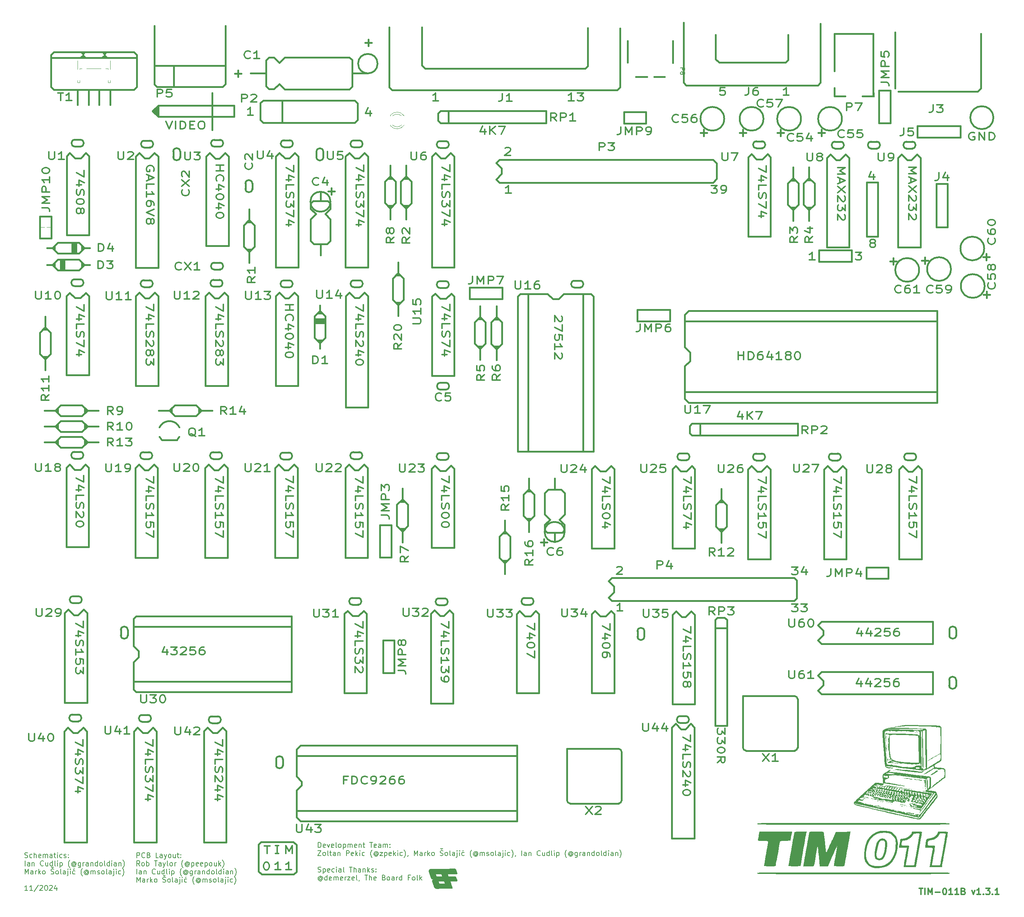
<source format=gbr>
%TF.GenerationSoftware,KiCad,Pcbnew,8.0.5*%
%TF.CreationDate,2024-11-19T00:05:17+00:00*%
%TF.ProjectId,TIM-011B,54494d2d-3031-4314-922e-6b696361645f,rev?*%
%TF.SameCoordinates,Original*%
%TF.FileFunction,Legend,Top*%
%TF.FilePolarity,Positive*%
%FSLAX46Y46*%
G04 Gerber Fmt 4.6, Leading zero omitted, Abs format (unit mm)*
G04 Created by KiCad (PCBNEW 8.0.5) date 2024-11-19 00:05:17*
%MOMM*%
%LPD*%
G01*
G04 APERTURE LIST*
%ADD10C,0.400000*%
%ADD11C,0.350000*%
%ADD12C,0.100000*%
%ADD13C,0.360000*%
%ADD14C,0.300000*%
%ADD15C,0.200000*%
%ADD16C,0.150000*%
%ADD17C,0.120000*%
%ADD18C,0.000000*%
G04 APERTURE END LIST*
D10*
X149890000Y-223920000D02*
X156580000Y-223920000D01*
D11*
X152325000Y-226650000D02*
X153055000Y-226650000D01*
D10*
X186850000Y-40770000D02*
X187600000Y-41520000D01*
X157310000Y-230960000D02*
X156660000Y-231610000D01*
X225350000Y-41520000D02*
X225960000Y-40910000D01*
X186850000Y-31730000D02*
X186850000Y-40770000D01*
X179850000Y-46540000D02*
X232950000Y-46540000D01*
X149890000Y-223920000D02*
X149890000Y-223920000D01*
X298460000Y-46180000D02*
X298460000Y-32910000D01*
X299220000Y-46940000D02*
X317960000Y-46940000D01*
D11*
X152345000Y-224820000D02*
X153075000Y-224820000D01*
D10*
X318710000Y-46190000D02*
X318710000Y-33260000D01*
X225960000Y-40910000D02*
X225960000Y-31940000D01*
X149070000Y-231610000D02*
X148340000Y-230880000D01*
X179190000Y-45880000D02*
X179850000Y-46540000D01*
D12*
X98340000Y-78960000D02*
X99450000Y-78960000D01*
D10*
X317960000Y-46940000D02*
X318710000Y-46190000D01*
X148340000Y-224510000D02*
X148930000Y-223920000D01*
X156660000Y-231610000D02*
X149070000Y-231610000D01*
X232950000Y-46540000D02*
X233550000Y-45940000D01*
X156580000Y-223920000D02*
X157310000Y-224650000D01*
X187600000Y-41520000D02*
X225350000Y-41520000D01*
X148930000Y-223920000D02*
X149890000Y-223920000D01*
X233550000Y-45940000D02*
X233550000Y-32000000D01*
X157310000Y-224650000D02*
X157310000Y-230960000D01*
X179190000Y-31740000D02*
X179190000Y-45880000D01*
D12*
X96790000Y-78960000D02*
X97900000Y-78960000D01*
D10*
X148340000Y-230880000D02*
X148340000Y-224510000D01*
D13*
X232824937Y-159182422D02*
X232934461Y-159096708D01*
X232934461Y-159096708D02*
X233153508Y-159010994D01*
X233153508Y-159010994D02*
X233701127Y-159010994D01*
X233701127Y-159010994D02*
X233920175Y-159096708D01*
X233920175Y-159096708D02*
X234029699Y-159182422D01*
X234029699Y-159182422D02*
X234139222Y-159353851D01*
X234139222Y-159353851D02*
X234139222Y-159525280D01*
X234139222Y-159525280D02*
X234029699Y-159782422D01*
X234029699Y-159782422D02*
X232715413Y-160810994D01*
X232715413Y-160810994D02*
X234139222Y-160810994D01*
X190759222Y-49080994D02*
X189444937Y-49080994D01*
X190102080Y-49080994D02*
X190102080Y-47280994D01*
X190102080Y-47280994D02*
X189883032Y-47538137D01*
X189883032Y-47538137D02*
X189663984Y-47709565D01*
X189663984Y-47709565D02*
X189444937Y-47795280D01*
X290470175Y-174190994D02*
X290470175Y-175390994D01*
X289922556Y-173505280D02*
X289374937Y-174790994D01*
X289374937Y-174790994D02*
X290798746Y-174790994D01*
X292660651Y-174190994D02*
X292660651Y-175390994D01*
X292113032Y-173505280D02*
X291565413Y-174790994D01*
X291565413Y-174790994D02*
X292989222Y-174790994D01*
X293755889Y-173762422D02*
X293865413Y-173676708D01*
X293865413Y-173676708D02*
X294084460Y-173590994D01*
X294084460Y-173590994D02*
X294632079Y-173590994D01*
X294632079Y-173590994D02*
X294851127Y-173676708D01*
X294851127Y-173676708D02*
X294960651Y-173762422D01*
X294960651Y-173762422D02*
X295070174Y-173933851D01*
X295070174Y-173933851D02*
X295070174Y-174105280D01*
X295070174Y-174105280D02*
X294960651Y-174362422D01*
X294960651Y-174362422D02*
X293646365Y-175390994D01*
X293646365Y-175390994D02*
X295070174Y-175390994D01*
X297151127Y-173590994D02*
X296055889Y-173590994D01*
X296055889Y-173590994D02*
X295946365Y-174448137D01*
X295946365Y-174448137D02*
X296055889Y-174362422D01*
X296055889Y-174362422D02*
X296274936Y-174276708D01*
X296274936Y-174276708D02*
X296822555Y-174276708D01*
X296822555Y-174276708D02*
X297041603Y-174362422D01*
X297041603Y-174362422D02*
X297151127Y-174448137D01*
X297151127Y-174448137D02*
X297260650Y-174619565D01*
X297260650Y-174619565D02*
X297260650Y-175048137D01*
X297260650Y-175048137D02*
X297151127Y-175219565D01*
X297151127Y-175219565D02*
X297041603Y-175305280D01*
X297041603Y-175305280D02*
X296822555Y-175390994D01*
X296822555Y-175390994D02*
X296274936Y-175390994D01*
X296274936Y-175390994D02*
X296055889Y-175305280D01*
X296055889Y-175305280D02*
X295946365Y-175219565D01*
X299232079Y-173590994D02*
X298793984Y-173590994D01*
X298793984Y-173590994D02*
X298574936Y-173676708D01*
X298574936Y-173676708D02*
X298465412Y-173762422D01*
X298465412Y-173762422D02*
X298246365Y-174019565D01*
X298246365Y-174019565D02*
X298136841Y-174362422D01*
X298136841Y-174362422D02*
X298136841Y-175048137D01*
X298136841Y-175048137D02*
X298246365Y-175219565D01*
X298246365Y-175219565D02*
X298355888Y-175305280D01*
X298355888Y-175305280D02*
X298574936Y-175390994D01*
X298574936Y-175390994D02*
X299013031Y-175390994D01*
X299013031Y-175390994D02*
X299232079Y-175305280D01*
X299232079Y-175305280D02*
X299341603Y-175219565D01*
X299341603Y-175219565D02*
X299451126Y-175048137D01*
X299451126Y-175048137D02*
X299451126Y-174619565D01*
X299451126Y-174619565D02*
X299341603Y-174448137D01*
X299341603Y-174448137D02*
X299232079Y-174362422D01*
X299232079Y-174362422D02*
X299013031Y-174276708D01*
X299013031Y-174276708D02*
X298574936Y-174276708D01*
X298574936Y-174276708D02*
X298355888Y-174362422D01*
X298355888Y-174362422D02*
X298246365Y-174448137D01*
X298246365Y-174448137D02*
X298136841Y-174619565D01*
X156529005Y-137705413D02*
X156529005Y-139238746D01*
X156529005Y-139238746D02*
X154729005Y-138253032D01*
X155929005Y-141100651D02*
X154729005Y-141100651D01*
X156614720Y-140553032D02*
X155329005Y-140005413D01*
X155329005Y-140005413D02*
X155329005Y-141429222D01*
X154729005Y-143400651D02*
X154729005Y-142305413D01*
X154729005Y-142305413D02*
X156529005Y-142305413D01*
X154814720Y-144057794D02*
X154729005Y-144386365D01*
X154729005Y-144386365D02*
X154729005Y-144933984D01*
X154729005Y-144933984D02*
X154814720Y-145153032D01*
X154814720Y-145153032D02*
X154900434Y-145262556D01*
X154900434Y-145262556D02*
X155071862Y-145372079D01*
X155071862Y-145372079D02*
X155243291Y-145372079D01*
X155243291Y-145372079D02*
X155414720Y-145262556D01*
X155414720Y-145262556D02*
X155500434Y-145153032D01*
X155500434Y-145153032D02*
X155586148Y-144933984D01*
X155586148Y-144933984D02*
X155671862Y-144495889D01*
X155671862Y-144495889D02*
X155757577Y-144276841D01*
X155757577Y-144276841D02*
X155843291Y-144167318D01*
X155843291Y-144167318D02*
X156014720Y-144057794D01*
X156014720Y-144057794D02*
X156186148Y-144057794D01*
X156186148Y-144057794D02*
X156357577Y-144167318D01*
X156357577Y-144167318D02*
X156443291Y-144276841D01*
X156443291Y-144276841D02*
X156529005Y-144495889D01*
X156529005Y-144495889D02*
X156529005Y-145043508D01*
X156529005Y-145043508D02*
X156443291Y-145372079D01*
X154729005Y-147562555D02*
X154729005Y-146248270D01*
X154729005Y-146905413D02*
X156529005Y-146905413D01*
X156529005Y-146905413D02*
X156271862Y-146686365D01*
X156271862Y-146686365D02*
X156100434Y-146467317D01*
X156100434Y-146467317D02*
X156014720Y-146248270D01*
X156529005Y-149643508D02*
X156529005Y-148548270D01*
X156529005Y-148548270D02*
X155671862Y-148438746D01*
X155671862Y-148438746D02*
X155757577Y-148548270D01*
X155757577Y-148548270D02*
X155843291Y-148767317D01*
X155843291Y-148767317D02*
X155843291Y-149314936D01*
X155843291Y-149314936D02*
X155757577Y-149533984D01*
X155757577Y-149533984D02*
X155671862Y-149643508D01*
X155671862Y-149643508D02*
X155500434Y-149753031D01*
X155500434Y-149753031D02*
X155071862Y-149753031D01*
X155071862Y-149753031D02*
X154900434Y-149643508D01*
X154900434Y-149643508D02*
X154814720Y-149533984D01*
X154814720Y-149533984D02*
X154729005Y-149314936D01*
X154729005Y-149314936D02*
X154729005Y-148767317D01*
X154729005Y-148767317D02*
X154814720Y-148548270D01*
X154814720Y-148548270D02*
X154900434Y-148438746D01*
X156529005Y-150519698D02*
X156529005Y-152053031D01*
X156529005Y-152053031D02*
X154729005Y-151067317D01*
X150082556Y-228730994D02*
X150301603Y-228730994D01*
X150301603Y-228730994D02*
X150520651Y-228816708D01*
X150520651Y-228816708D02*
X150630175Y-228902422D01*
X150630175Y-228902422D02*
X150739699Y-229073851D01*
X150739699Y-229073851D02*
X150849222Y-229416708D01*
X150849222Y-229416708D02*
X150849222Y-229845280D01*
X150849222Y-229845280D02*
X150739699Y-230188137D01*
X150739699Y-230188137D02*
X150630175Y-230359565D01*
X150630175Y-230359565D02*
X150520651Y-230445280D01*
X150520651Y-230445280D02*
X150301603Y-230530994D01*
X150301603Y-230530994D02*
X150082556Y-230530994D01*
X150082556Y-230530994D02*
X149863508Y-230445280D01*
X149863508Y-230445280D02*
X149753984Y-230359565D01*
X149753984Y-230359565D02*
X149644461Y-230188137D01*
X149644461Y-230188137D02*
X149534937Y-229845280D01*
X149534937Y-229845280D02*
X149534937Y-229416708D01*
X149534937Y-229416708D02*
X149644461Y-229073851D01*
X149644461Y-229073851D02*
X149753984Y-228902422D01*
X149753984Y-228902422D02*
X149863508Y-228816708D01*
X149863508Y-228816708D02*
X150082556Y-228730994D01*
X234189222Y-169450994D02*
X232874937Y-169450994D01*
X233532080Y-169450994D02*
X233532080Y-167650994D01*
X233532080Y-167650994D02*
X233313032Y-167908137D01*
X233313032Y-167908137D02*
X233093984Y-168079565D01*
X233093984Y-168079565D02*
X232874937Y-168165280D01*
X123589005Y-137735413D02*
X123589005Y-139268746D01*
X123589005Y-139268746D02*
X121789005Y-138283032D01*
X122989005Y-141130651D02*
X121789005Y-141130651D01*
X123674720Y-140583032D02*
X122389005Y-140035413D01*
X122389005Y-140035413D02*
X122389005Y-141459222D01*
X121789005Y-143430651D02*
X121789005Y-142335413D01*
X121789005Y-142335413D02*
X123589005Y-142335413D01*
X121874720Y-144087794D02*
X121789005Y-144416365D01*
X121789005Y-144416365D02*
X121789005Y-144963984D01*
X121789005Y-144963984D02*
X121874720Y-145183032D01*
X121874720Y-145183032D02*
X121960434Y-145292556D01*
X121960434Y-145292556D02*
X122131862Y-145402079D01*
X122131862Y-145402079D02*
X122303291Y-145402079D01*
X122303291Y-145402079D02*
X122474720Y-145292556D01*
X122474720Y-145292556D02*
X122560434Y-145183032D01*
X122560434Y-145183032D02*
X122646148Y-144963984D01*
X122646148Y-144963984D02*
X122731862Y-144525889D01*
X122731862Y-144525889D02*
X122817577Y-144306841D01*
X122817577Y-144306841D02*
X122903291Y-144197318D01*
X122903291Y-144197318D02*
X123074720Y-144087794D01*
X123074720Y-144087794D02*
X123246148Y-144087794D01*
X123246148Y-144087794D02*
X123417577Y-144197318D01*
X123417577Y-144197318D02*
X123503291Y-144306841D01*
X123503291Y-144306841D02*
X123589005Y-144525889D01*
X123589005Y-144525889D02*
X123589005Y-145073508D01*
X123589005Y-145073508D02*
X123503291Y-145402079D01*
X121789005Y-147592555D02*
X121789005Y-146278270D01*
X121789005Y-146935413D02*
X123589005Y-146935413D01*
X123589005Y-146935413D02*
X123331862Y-146716365D01*
X123331862Y-146716365D02*
X123160434Y-146497317D01*
X123160434Y-146497317D02*
X123074720Y-146278270D01*
X123589005Y-149673508D02*
X123589005Y-148578270D01*
X123589005Y-148578270D02*
X122731862Y-148468746D01*
X122731862Y-148468746D02*
X122817577Y-148578270D01*
X122817577Y-148578270D02*
X122903291Y-148797317D01*
X122903291Y-148797317D02*
X122903291Y-149344936D01*
X122903291Y-149344936D02*
X122817577Y-149563984D01*
X122817577Y-149563984D02*
X122731862Y-149673508D01*
X122731862Y-149673508D02*
X122560434Y-149783031D01*
X122560434Y-149783031D02*
X122131862Y-149783031D01*
X122131862Y-149783031D02*
X121960434Y-149673508D01*
X121960434Y-149673508D02*
X121874720Y-149563984D01*
X121874720Y-149563984D02*
X121789005Y-149344936D01*
X121789005Y-149344936D02*
X121789005Y-148797317D01*
X121789005Y-148797317D02*
X121874720Y-148578270D01*
X121874720Y-148578270D02*
X121960434Y-148468746D01*
X123589005Y-150549698D02*
X123589005Y-152083031D01*
X123589005Y-152083031D02*
X121789005Y-151097317D01*
X193419005Y-64225413D02*
X193419005Y-65758746D01*
X193419005Y-65758746D02*
X191619005Y-64773032D01*
X192819005Y-67620651D02*
X191619005Y-67620651D01*
X193504720Y-67073032D02*
X192219005Y-66525413D01*
X192219005Y-66525413D02*
X192219005Y-67949222D01*
X191619005Y-69920651D02*
X191619005Y-68825413D01*
X191619005Y-68825413D02*
X193419005Y-68825413D01*
X191704720Y-70577794D02*
X191619005Y-70906365D01*
X191619005Y-70906365D02*
X191619005Y-71453984D01*
X191619005Y-71453984D02*
X191704720Y-71673032D01*
X191704720Y-71673032D02*
X191790434Y-71782556D01*
X191790434Y-71782556D02*
X191961862Y-71892079D01*
X191961862Y-71892079D02*
X192133291Y-71892079D01*
X192133291Y-71892079D02*
X192304720Y-71782556D01*
X192304720Y-71782556D02*
X192390434Y-71673032D01*
X192390434Y-71673032D02*
X192476148Y-71453984D01*
X192476148Y-71453984D02*
X192561862Y-71015889D01*
X192561862Y-71015889D02*
X192647577Y-70796841D01*
X192647577Y-70796841D02*
X192733291Y-70687318D01*
X192733291Y-70687318D02*
X192904720Y-70577794D01*
X192904720Y-70577794D02*
X193076148Y-70577794D01*
X193076148Y-70577794D02*
X193247577Y-70687318D01*
X193247577Y-70687318D02*
X193333291Y-70796841D01*
X193333291Y-70796841D02*
X193419005Y-71015889D01*
X193419005Y-71015889D02*
X193419005Y-71563508D01*
X193419005Y-71563508D02*
X193333291Y-71892079D01*
X193419005Y-72658746D02*
X193419005Y-74082555D01*
X193419005Y-74082555D02*
X192733291Y-73315889D01*
X192733291Y-73315889D02*
X192733291Y-73644460D01*
X192733291Y-73644460D02*
X192647577Y-73863508D01*
X192647577Y-73863508D02*
X192561862Y-73973032D01*
X192561862Y-73973032D02*
X192390434Y-74082555D01*
X192390434Y-74082555D02*
X191961862Y-74082555D01*
X191961862Y-74082555D02*
X191790434Y-73973032D01*
X191790434Y-73973032D02*
X191704720Y-73863508D01*
X191704720Y-73863508D02*
X191619005Y-73644460D01*
X191619005Y-73644460D02*
X191619005Y-72987317D01*
X191619005Y-72987317D02*
X191704720Y-72768270D01*
X191704720Y-72768270D02*
X191790434Y-72658746D01*
X193419005Y-74849222D02*
X193419005Y-76382555D01*
X193419005Y-76382555D02*
X191619005Y-75396841D01*
X192819005Y-78244460D02*
X191619005Y-78244460D01*
X193504720Y-77696841D02*
X192219005Y-77149222D01*
X192219005Y-77149222D02*
X192219005Y-78573031D01*
X140059005Y-97165413D02*
X140059005Y-98698746D01*
X140059005Y-98698746D02*
X138259005Y-97713032D01*
X139459005Y-100560651D02*
X138259005Y-100560651D01*
X140144720Y-100013032D02*
X138859005Y-99465413D01*
X138859005Y-99465413D02*
X138859005Y-100889222D01*
X138259005Y-102860651D02*
X138259005Y-101765413D01*
X138259005Y-101765413D02*
X140059005Y-101765413D01*
X138344720Y-103517794D02*
X138259005Y-103846365D01*
X138259005Y-103846365D02*
X138259005Y-104393984D01*
X138259005Y-104393984D02*
X138344720Y-104613032D01*
X138344720Y-104613032D02*
X138430434Y-104722556D01*
X138430434Y-104722556D02*
X138601862Y-104832079D01*
X138601862Y-104832079D02*
X138773291Y-104832079D01*
X138773291Y-104832079D02*
X138944720Y-104722556D01*
X138944720Y-104722556D02*
X139030434Y-104613032D01*
X139030434Y-104613032D02*
X139116148Y-104393984D01*
X139116148Y-104393984D02*
X139201862Y-103955889D01*
X139201862Y-103955889D02*
X139287577Y-103736841D01*
X139287577Y-103736841D02*
X139373291Y-103627318D01*
X139373291Y-103627318D02*
X139544720Y-103517794D01*
X139544720Y-103517794D02*
X139716148Y-103517794D01*
X139716148Y-103517794D02*
X139887577Y-103627318D01*
X139887577Y-103627318D02*
X139973291Y-103736841D01*
X139973291Y-103736841D02*
X140059005Y-103955889D01*
X140059005Y-103955889D02*
X140059005Y-104503508D01*
X140059005Y-104503508D02*
X139973291Y-104832079D01*
X139887577Y-105708270D02*
X139973291Y-105817794D01*
X139973291Y-105817794D02*
X140059005Y-106036841D01*
X140059005Y-106036841D02*
X140059005Y-106584460D01*
X140059005Y-106584460D02*
X139973291Y-106803508D01*
X139973291Y-106803508D02*
X139887577Y-106913032D01*
X139887577Y-106913032D02*
X139716148Y-107022555D01*
X139716148Y-107022555D02*
X139544720Y-107022555D01*
X139544720Y-107022555D02*
X139287577Y-106913032D01*
X139287577Y-106913032D02*
X138259005Y-105598746D01*
X138259005Y-105598746D02*
X138259005Y-107022555D01*
X139287577Y-108336841D02*
X139373291Y-108117793D01*
X139373291Y-108117793D02*
X139459005Y-108008270D01*
X139459005Y-108008270D02*
X139630434Y-107898746D01*
X139630434Y-107898746D02*
X139716148Y-107898746D01*
X139716148Y-107898746D02*
X139887577Y-108008270D01*
X139887577Y-108008270D02*
X139973291Y-108117793D01*
X139973291Y-108117793D02*
X140059005Y-108336841D01*
X140059005Y-108336841D02*
X140059005Y-108774936D01*
X140059005Y-108774936D02*
X139973291Y-108993984D01*
X139973291Y-108993984D02*
X139887577Y-109103508D01*
X139887577Y-109103508D02*
X139716148Y-109213031D01*
X139716148Y-109213031D02*
X139630434Y-109213031D01*
X139630434Y-109213031D02*
X139459005Y-109103508D01*
X139459005Y-109103508D02*
X139373291Y-108993984D01*
X139373291Y-108993984D02*
X139287577Y-108774936D01*
X139287577Y-108774936D02*
X139287577Y-108336841D01*
X139287577Y-108336841D02*
X139201862Y-108117793D01*
X139201862Y-108117793D02*
X139116148Y-108008270D01*
X139116148Y-108008270D02*
X138944720Y-107898746D01*
X138944720Y-107898746D02*
X138601862Y-107898746D01*
X138601862Y-107898746D02*
X138430434Y-108008270D01*
X138430434Y-108008270D02*
X138344720Y-108117793D01*
X138344720Y-108117793D02*
X138259005Y-108336841D01*
X138259005Y-108336841D02*
X138259005Y-108774936D01*
X138259005Y-108774936D02*
X138344720Y-108993984D01*
X138344720Y-108993984D02*
X138430434Y-109103508D01*
X138430434Y-109103508D02*
X138601862Y-109213031D01*
X138601862Y-109213031D02*
X138944720Y-109213031D01*
X138944720Y-109213031D02*
X139116148Y-109103508D01*
X139116148Y-109103508D02*
X139201862Y-108993984D01*
X139201862Y-108993984D02*
X139287577Y-108774936D01*
X140059005Y-109979698D02*
X140059005Y-111403507D01*
X140059005Y-111403507D02*
X139373291Y-110636841D01*
X139373291Y-110636841D02*
X139373291Y-110965412D01*
X139373291Y-110965412D02*
X139287577Y-111184460D01*
X139287577Y-111184460D02*
X139201862Y-111293984D01*
X139201862Y-111293984D02*
X139030434Y-111403507D01*
X139030434Y-111403507D02*
X138601862Y-111403507D01*
X138601862Y-111403507D02*
X138430434Y-111293984D01*
X138430434Y-111293984D02*
X138344720Y-111184460D01*
X138344720Y-111184460D02*
X138259005Y-110965412D01*
X138259005Y-110965412D02*
X138259005Y-110308269D01*
X138259005Y-110308269D02*
X138344720Y-110089222D01*
X138344720Y-110089222D02*
X138430434Y-109979698D01*
X290420175Y-186060994D02*
X290420175Y-187260994D01*
X289872556Y-185375280D02*
X289324937Y-186660994D01*
X289324937Y-186660994D02*
X290748746Y-186660994D01*
X292610651Y-186060994D02*
X292610651Y-187260994D01*
X292063032Y-185375280D02*
X291515413Y-186660994D01*
X291515413Y-186660994D02*
X292939222Y-186660994D01*
X293705889Y-185632422D02*
X293815413Y-185546708D01*
X293815413Y-185546708D02*
X294034460Y-185460994D01*
X294034460Y-185460994D02*
X294582079Y-185460994D01*
X294582079Y-185460994D02*
X294801127Y-185546708D01*
X294801127Y-185546708D02*
X294910651Y-185632422D01*
X294910651Y-185632422D02*
X295020174Y-185803851D01*
X295020174Y-185803851D02*
X295020174Y-185975280D01*
X295020174Y-185975280D02*
X294910651Y-186232422D01*
X294910651Y-186232422D02*
X293596365Y-187260994D01*
X293596365Y-187260994D02*
X295020174Y-187260994D01*
X297101127Y-185460994D02*
X296005889Y-185460994D01*
X296005889Y-185460994D02*
X295896365Y-186318137D01*
X295896365Y-186318137D02*
X296005889Y-186232422D01*
X296005889Y-186232422D02*
X296224936Y-186146708D01*
X296224936Y-186146708D02*
X296772555Y-186146708D01*
X296772555Y-186146708D02*
X296991603Y-186232422D01*
X296991603Y-186232422D02*
X297101127Y-186318137D01*
X297101127Y-186318137D02*
X297210650Y-186489565D01*
X297210650Y-186489565D02*
X297210650Y-186918137D01*
X297210650Y-186918137D02*
X297101127Y-187089565D01*
X297101127Y-187089565D02*
X296991603Y-187175280D01*
X296991603Y-187175280D02*
X296772555Y-187260994D01*
X296772555Y-187260994D02*
X296224936Y-187260994D01*
X296224936Y-187260994D02*
X296005889Y-187175280D01*
X296005889Y-187175280D02*
X295896365Y-187089565D01*
X299182079Y-185460994D02*
X298743984Y-185460994D01*
X298743984Y-185460994D02*
X298524936Y-185546708D01*
X298524936Y-185546708D02*
X298415412Y-185632422D01*
X298415412Y-185632422D02*
X298196365Y-185889565D01*
X298196365Y-185889565D02*
X298086841Y-186232422D01*
X298086841Y-186232422D02*
X298086841Y-186918137D01*
X298086841Y-186918137D02*
X298196365Y-187089565D01*
X298196365Y-187089565D02*
X298305888Y-187175280D01*
X298305888Y-187175280D02*
X298524936Y-187260994D01*
X298524936Y-187260994D02*
X298963031Y-187260994D01*
X298963031Y-187260994D02*
X299182079Y-187175280D01*
X299182079Y-187175280D02*
X299291603Y-187089565D01*
X299291603Y-187089565D02*
X299401126Y-186918137D01*
X299401126Y-186918137D02*
X299401126Y-186489565D01*
X299401126Y-186489565D02*
X299291603Y-186318137D01*
X299291603Y-186318137D02*
X299182079Y-186232422D01*
X299182079Y-186232422D02*
X298963031Y-186146708D01*
X298963031Y-186146708D02*
X298524936Y-186146708D01*
X298524936Y-186146708D02*
X298305888Y-186232422D01*
X298305888Y-186232422D02*
X298196365Y-186318137D01*
X298196365Y-186318137D02*
X298086841Y-186489565D01*
D14*
X304131205Y-234850828D02*
X304988348Y-234850828D01*
X304559776Y-236350828D02*
X304559776Y-234850828D01*
X305488347Y-236350828D02*
X305488347Y-234850828D01*
X306202633Y-236350828D02*
X306202633Y-234850828D01*
X306202633Y-234850828D02*
X306702633Y-235922257D01*
X306702633Y-235922257D02*
X307202633Y-234850828D01*
X307202633Y-234850828D02*
X307202633Y-236350828D01*
X307916919Y-235779400D02*
X309059777Y-235779400D01*
X310059777Y-234850828D02*
X310202634Y-234850828D01*
X310202634Y-234850828D02*
X310345491Y-234922257D01*
X310345491Y-234922257D02*
X310416920Y-234993685D01*
X310416920Y-234993685D02*
X310488348Y-235136542D01*
X310488348Y-235136542D02*
X310559777Y-235422257D01*
X310559777Y-235422257D02*
X310559777Y-235779400D01*
X310559777Y-235779400D02*
X310488348Y-236065114D01*
X310488348Y-236065114D02*
X310416920Y-236207971D01*
X310416920Y-236207971D02*
X310345491Y-236279400D01*
X310345491Y-236279400D02*
X310202634Y-236350828D01*
X310202634Y-236350828D02*
X310059777Y-236350828D01*
X310059777Y-236350828D02*
X309916920Y-236279400D01*
X309916920Y-236279400D02*
X309845491Y-236207971D01*
X309845491Y-236207971D02*
X309774062Y-236065114D01*
X309774062Y-236065114D02*
X309702634Y-235779400D01*
X309702634Y-235779400D02*
X309702634Y-235422257D01*
X309702634Y-235422257D02*
X309774062Y-235136542D01*
X309774062Y-235136542D02*
X309845491Y-234993685D01*
X309845491Y-234993685D02*
X309916920Y-234922257D01*
X309916920Y-234922257D02*
X310059777Y-234850828D01*
X311988348Y-236350828D02*
X311131205Y-236350828D01*
X311559776Y-236350828D02*
X311559776Y-234850828D01*
X311559776Y-234850828D02*
X311416919Y-235065114D01*
X311416919Y-235065114D02*
X311274062Y-235207971D01*
X311274062Y-235207971D02*
X311131205Y-235279400D01*
X313416919Y-236350828D02*
X312559776Y-236350828D01*
X312988347Y-236350828D02*
X312988347Y-234850828D01*
X312988347Y-234850828D02*
X312845490Y-235065114D01*
X312845490Y-235065114D02*
X312702633Y-235207971D01*
X312702633Y-235207971D02*
X312559776Y-235279400D01*
X314559775Y-235565114D02*
X314774061Y-235636542D01*
X314774061Y-235636542D02*
X314845490Y-235707971D01*
X314845490Y-235707971D02*
X314916918Y-235850828D01*
X314916918Y-235850828D02*
X314916918Y-236065114D01*
X314916918Y-236065114D02*
X314845490Y-236207971D01*
X314845490Y-236207971D02*
X314774061Y-236279400D01*
X314774061Y-236279400D02*
X314631204Y-236350828D01*
X314631204Y-236350828D02*
X314059775Y-236350828D01*
X314059775Y-236350828D02*
X314059775Y-234850828D01*
X314059775Y-234850828D02*
X314559775Y-234850828D01*
X314559775Y-234850828D02*
X314702633Y-234922257D01*
X314702633Y-234922257D02*
X314774061Y-234993685D01*
X314774061Y-234993685D02*
X314845490Y-235136542D01*
X314845490Y-235136542D02*
X314845490Y-235279400D01*
X314845490Y-235279400D02*
X314774061Y-235422257D01*
X314774061Y-235422257D02*
X314702633Y-235493685D01*
X314702633Y-235493685D02*
X314559775Y-235565114D01*
X314559775Y-235565114D02*
X314059775Y-235565114D01*
X316559775Y-235350828D02*
X316916918Y-236350828D01*
X316916918Y-236350828D02*
X317274061Y-235350828D01*
X318631204Y-236350828D02*
X317774061Y-236350828D01*
X318202632Y-236350828D02*
X318202632Y-234850828D01*
X318202632Y-234850828D02*
X318059775Y-235065114D01*
X318059775Y-235065114D02*
X317916918Y-235207971D01*
X317916918Y-235207971D02*
X317774061Y-235279400D01*
X319274060Y-236207971D02*
X319345489Y-236279400D01*
X319345489Y-236279400D02*
X319274060Y-236350828D01*
X319274060Y-236350828D02*
X319202632Y-236279400D01*
X319202632Y-236279400D02*
X319274060Y-236207971D01*
X319274060Y-236207971D02*
X319274060Y-236350828D01*
X319845489Y-234850828D02*
X320774061Y-234850828D01*
X320774061Y-234850828D02*
X320274061Y-235422257D01*
X320274061Y-235422257D02*
X320488346Y-235422257D01*
X320488346Y-235422257D02*
X320631204Y-235493685D01*
X320631204Y-235493685D02*
X320702632Y-235565114D01*
X320702632Y-235565114D02*
X320774061Y-235707971D01*
X320774061Y-235707971D02*
X320774061Y-236065114D01*
X320774061Y-236065114D02*
X320702632Y-236207971D01*
X320702632Y-236207971D02*
X320631204Y-236279400D01*
X320631204Y-236279400D02*
X320488346Y-236350828D01*
X320488346Y-236350828D02*
X320059775Y-236350828D01*
X320059775Y-236350828D02*
X319916918Y-236279400D01*
X319916918Y-236279400D02*
X319845489Y-236207971D01*
X321416917Y-236207971D02*
X321488346Y-236279400D01*
X321488346Y-236279400D02*
X321416917Y-236350828D01*
X321416917Y-236350828D02*
X321345489Y-236279400D01*
X321345489Y-236279400D02*
X321416917Y-236207971D01*
X321416917Y-236207971D02*
X321416917Y-236350828D01*
X322916918Y-236350828D02*
X322059775Y-236350828D01*
X322488346Y-236350828D02*
X322488346Y-234850828D01*
X322488346Y-234850828D02*
X322345489Y-235065114D01*
X322345489Y-235065114D02*
X322202632Y-235207971D01*
X322202632Y-235207971D02*
X322059775Y-235279400D01*
D15*
X162417292Y-225246742D02*
X162417292Y-224046742D01*
X162417292Y-224046742D02*
X162703006Y-224046742D01*
X162703006Y-224046742D02*
X162874435Y-224103885D01*
X162874435Y-224103885D02*
X162988720Y-224218171D01*
X162988720Y-224218171D02*
X163045863Y-224332457D01*
X163045863Y-224332457D02*
X163103006Y-224561028D01*
X163103006Y-224561028D02*
X163103006Y-224732457D01*
X163103006Y-224732457D02*
X163045863Y-224961028D01*
X163045863Y-224961028D02*
X162988720Y-225075314D01*
X162988720Y-225075314D02*
X162874435Y-225189600D01*
X162874435Y-225189600D02*
X162703006Y-225246742D01*
X162703006Y-225246742D02*
X162417292Y-225246742D01*
X164074435Y-225189600D02*
X163960149Y-225246742D01*
X163960149Y-225246742D02*
X163731578Y-225246742D01*
X163731578Y-225246742D02*
X163617292Y-225189600D01*
X163617292Y-225189600D02*
X163560149Y-225075314D01*
X163560149Y-225075314D02*
X163560149Y-224618171D01*
X163560149Y-224618171D02*
X163617292Y-224503885D01*
X163617292Y-224503885D02*
X163731578Y-224446742D01*
X163731578Y-224446742D02*
X163960149Y-224446742D01*
X163960149Y-224446742D02*
X164074435Y-224503885D01*
X164074435Y-224503885D02*
X164131578Y-224618171D01*
X164131578Y-224618171D02*
X164131578Y-224732457D01*
X164131578Y-224732457D02*
X163560149Y-224846742D01*
X164531577Y-224446742D02*
X164817291Y-225246742D01*
X164817291Y-225246742D02*
X165103006Y-224446742D01*
X166017292Y-225189600D02*
X165903006Y-225246742D01*
X165903006Y-225246742D02*
X165674435Y-225246742D01*
X165674435Y-225246742D02*
X165560149Y-225189600D01*
X165560149Y-225189600D02*
X165503006Y-225075314D01*
X165503006Y-225075314D02*
X165503006Y-224618171D01*
X165503006Y-224618171D02*
X165560149Y-224503885D01*
X165560149Y-224503885D02*
X165674435Y-224446742D01*
X165674435Y-224446742D02*
X165903006Y-224446742D01*
X165903006Y-224446742D02*
X166017292Y-224503885D01*
X166017292Y-224503885D02*
X166074435Y-224618171D01*
X166074435Y-224618171D02*
X166074435Y-224732457D01*
X166074435Y-224732457D02*
X165503006Y-224846742D01*
X166760148Y-225246742D02*
X166645863Y-225189600D01*
X166645863Y-225189600D02*
X166588720Y-225075314D01*
X166588720Y-225075314D02*
X166588720Y-224046742D01*
X167388719Y-225246742D02*
X167274434Y-225189600D01*
X167274434Y-225189600D02*
X167217291Y-225132457D01*
X167217291Y-225132457D02*
X167160148Y-225018171D01*
X167160148Y-225018171D02*
X167160148Y-224675314D01*
X167160148Y-224675314D02*
X167217291Y-224561028D01*
X167217291Y-224561028D02*
X167274434Y-224503885D01*
X167274434Y-224503885D02*
X167388719Y-224446742D01*
X167388719Y-224446742D02*
X167560148Y-224446742D01*
X167560148Y-224446742D02*
X167674434Y-224503885D01*
X167674434Y-224503885D02*
X167731577Y-224561028D01*
X167731577Y-224561028D02*
X167788719Y-224675314D01*
X167788719Y-224675314D02*
X167788719Y-225018171D01*
X167788719Y-225018171D02*
X167731577Y-225132457D01*
X167731577Y-225132457D02*
X167674434Y-225189600D01*
X167674434Y-225189600D02*
X167560148Y-225246742D01*
X167560148Y-225246742D02*
X167388719Y-225246742D01*
X168303005Y-224446742D02*
X168303005Y-225646742D01*
X168303005Y-224503885D02*
X168417291Y-224446742D01*
X168417291Y-224446742D02*
X168645862Y-224446742D01*
X168645862Y-224446742D02*
X168760148Y-224503885D01*
X168760148Y-224503885D02*
X168817291Y-224561028D01*
X168817291Y-224561028D02*
X168874433Y-224675314D01*
X168874433Y-224675314D02*
X168874433Y-225018171D01*
X168874433Y-225018171D02*
X168817291Y-225132457D01*
X168817291Y-225132457D02*
X168760148Y-225189600D01*
X168760148Y-225189600D02*
X168645862Y-225246742D01*
X168645862Y-225246742D02*
X168417291Y-225246742D01*
X168417291Y-225246742D02*
X168303005Y-225189600D01*
X169388719Y-225246742D02*
X169388719Y-224446742D01*
X169388719Y-224561028D02*
X169445862Y-224503885D01*
X169445862Y-224503885D02*
X169560147Y-224446742D01*
X169560147Y-224446742D02*
X169731576Y-224446742D01*
X169731576Y-224446742D02*
X169845862Y-224503885D01*
X169845862Y-224503885D02*
X169903005Y-224618171D01*
X169903005Y-224618171D02*
X169903005Y-225246742D01*
X169903005Y-224618171D02*
X169960147Y-224503885D01*
X169960147Y-224503885D02*
X170074433Y-224446742D01*
X170074433Y-224446742D02*
X170245862Y-224446742D01*
X170245862Y-224446742D02*
X170360147Y-224503885D01*
X170360147Y-224503885D02*
X170417290Y-224618171D01*
X170417290Y-224618171D02*
X170417290Y-225246742D01*
X171445862Y-225189600D02*
X171331576Y-225246742D01*
X171331576Y-225246742D02*
X171103005Y-225246742D01*
X171103005Y-225246742D02*
X170988719Y-225189600D01*
X170988719Y-225189600D02*
X170931576Y-225075314D01*
X170931576Y-225075314D02*
X170931576Y-224618171D01*
X170931576Y-224618171D02*
X170988719Y-224503885D01*
X170988719Y-224503885D02*
X171103005Y-224446742D01*
X171103005Y-224446742D02*
X171331576Y-224446742D01*
X171331576Y-224446742D02*
X171445862Y-224503885D01*
X171445862Y-224503885D02*
X171503005Y-224618171D01*
X171503005Y-224618171D02*
X171503005Y-224732457D01*
X171503005Y-224732457D02*
X170931576Y-224846742D01*
X172017290Y-224446742D02*
X172017290Y-225246742D01*
X172017290Y-224561028D02*
X172074433Y-224503885D01*
X172074433Y-224503885D02*
X172188718Y-224446742D01*
X172188718Y-224446742D02*
X172360147Y-224446742D01*
X172360147Y-224446742D02*
X172474433Y-224503885D01*
X172474433Y-224503885D02*
X172531576Y-224618171D01*
X172531576Y-224618171D02*
X172531576Y-225246742D01*
X172931575Y-224446742D02*
X173388718Y-224446742D01*
X173103004Y-224046742D02*
X173103004Y-225075314D01*
X173103004Y-225075314D02*
X173160147Y-225189600D01*
X173160147Y-225189600D02*
X173274432Y-225246742D01*
X173274432Y-225246742D02*
X173388718Y-225246742D01*
X174531575Y-224046742D02*
X175217290Y-224046742D01*
X174874432Y-225246742D02*
X174874432Y-224046742D01*
X176074433Y-225189600D02*
X175960147Y-225246742D01*
X175960147Y-225246742D02*
X175731576Y-225246742D01*
X175731576Y-225246742D02*
X175617290Y-225189600D01*
X175617290Y-225189600D02*
X175560147Y-225075314D01*
X175560147Y-225075314D02*
X175560147Y-224618171D01*
X175560147Y-224618171D02*
X175617290Y-224503885D01*
X175617290Y-224503885D02*
X175731576Y-224446742D01*
X175731576Y-224446742D02*
X175960147Y-224446742D01*
X175960147Y-224446742D02*
X176074433Y-224503885D01*
X176074433Y-224503885D02*
X176131576Y-224618171D01*
X176131576Y-224618171D02*
X176131576Y-224732457D01*
X176131576Y-224732457D02*
X175560147Y-224846742D01*
X177160147Y-225246742D02*
X177160147Y-224618171D01*
X177160147Y-224618171D02*
X177103004Y-224503885D01*
X177103004Y-224503885D02*
X176988718Y-224446742D01*
X176988718Y-224446742D02*
X176760147Y-224446742D01*
X176760147Y-224446742D02*
X176645861Y-224503885D01*
X177160147Y-225189600D02*
X177045861Y-225246742D01*
X177045861Y-225246742D02*
X176760147Y-225246742D01*
X176760147Y-225246742D02*
X176645861Y-225189600D01*
X176645861Y-225189600D02*
X176588718Y-225075314D01*
X176588718Y-225075314D02*
X176588718Y-224961028D01*
X176588718Y-224961028D02*
X176645861Y-224846742D01*
X176645861Y-224846742D02*
X176760147Y-224789600D01*
X176760147Y-224789600D02*
X177045861Y-224789600D01*
X177045861Y-224789600D02*
X177160147Y-224732457D01*
X177731575Y-225246742D02*
X177731575Y-224446742D01*
X177731575Y-224561028D02*
X177788718Y-224503885D01*
X177788718Y-224503885D02*
X177903003Y-224446742D01*
X177903003Y-224446742D02*
X178074432Y-224446742D01*
X178074432Y-224446742D02*
X178188718Y-224503885D01*
X178188718Y-224503885D02*
X178245861Y-224618171D01*
X178245861Y-224618171D02*
X178245861Y-225246742D01*
X178245861Y-224618171D02*
X178303003Y-224503885D01*
X178303003Y-224503885D02*
X178417289Y-224446742D01*
X178417289Y-224446742D02*
X178588718Y-224446742D01*
X178588718Y-224446742D02*
X178703003Y-224503885D01*
X178703003Y-224503885D02*
X178760146Y-224618171D01*
X178760146Y-224618171D02*
X178760146Y-225246742D01*
X179331575Y-225132457D02*
X179388718Y-225189600D01*
X179388718Y-225189600D02*
X179331575Y-225246742D01*
X179331575Y-225246742D02*
X179274432Y-225189600D01*
X179274432Y-225189600D02*
X179331575Y-225132457D01*
X179331575Y-225132457D02*
X179331575Y-225246742D01*
X179331575Y-224503885D02*
X179388718Y-224561028D01*
X179388718Y-224561028D02*
X179331575Y-224618171D01*
X179331575Y-224618171D02*
X179274432Y-224561028D01*
X179274432Y-224561028D02*
X179331575Y-224503885D01*
X179331575Y-224503885D02*
X179331575Y-224618171D01*
X162303006Y-225978675D02*
X163103006Y-225978675D01*
X163103006Y-225978675D02*
X162303006Y-227178675D01*
X162303006Y-227178675D02*
X163103006Y-227178675D01*
X163731577Y-227178675D02*
X163617292Y-227121533D01*
X163617292Y-227121533D02*
X163560149Y-227064390D01*
X163560149Y-227064390D02*
X163503006Y-226950104D01*
X163503006Y-226950104D02*
X163503006Y-226607247D01*
X163503006Y-226607247D02*
X163560149Y-226492961D01*
X163560149Y-226492961D02*
X163617292Y-226435818D01*
X163617292Y-226435818D02*
X163731577Y-226378675D01*
X163731577Y-226378675D02*
X163903006Y-226378675D01*
X163903006Y-226378675D02*
X164017292Y-226435818D01*
X164017292Y-226435818D02*
X164074435Y-226492961D01*
X164074435Y-226492961D02*
X164131577Y-226607247D01*
X164131577Y-226607247D02*
X164131577Y-226950104D01*
X164131577Y-226950104D02*
X164074435Y-227064390D01*
X164074435Y-227064390D02*
X164017292Y-227121533D01*
X164017292Y-227121533D02*
X163903006Y-227178675D01*
X163903006Y-227178675D02*
X163731577Y-227178675D01*
X164817291Y-227178675D02*
X164703006Y-227121533D01*
X164703006Y-227121533D02*
X164645863Y-227007247D01*
X164645863Y-227007247D02*
X164645863Y-225978675D01*
X165103005Y-226378675D02*
X165560148Y-226378675D01*
X165274434Y-225978675D02*
X165274434Y-227007247D01*
X165274434Y-227007247D02*
X165331577Y-227121533D01*
X165331577Y-227121533D02*
X165445862Y-227178675D01*
X165445862Y-227178675D02*
X165560148Y-227178675D01*
X166474434Y-227178675D02*
X166474434Y-226550104D01*
X166474434Y-226550104D02*
X166417291Y-226435818D01*
X166417291Y-226435818D02*
X166303005Y-226378675D01*
X166303005Y-226378675D02*
X166074434Y-226378675D01*
X166074434Y-226378675D02*
X165960148Y-226435818D01*
X166474434Y-227121533D02*
X166360148Y-227178675D01*
X166360148Y-227178675D02*
X166074434Y-227178675D01*
X166074434Y-227178675D02*
X165960148Y-227121533D01*
X165960148Y-227121533D02*
X165903005Y-227007247D01*
X165903005Y-227007247D02*
X165903005Y-226892961D01*
X165903005Y-226892961D02*
X165960148Y-226778675D01*
X165960148Y-226778675D02*
X166074434Y-226721533D01*
X166074434Y-226721533D02*
X166360148Y-226721533D01*
X166360148Y-226721533D02*
X166474434Y-226664390D01*
X167045862Y-226378675D02*
X167045862Y-227178675D01*
X167045862Y-226492961D02*
X167103005Y-226435818D01*
X167103005Y-226435818D02*
X167217290Y-226378675D01*
X167217290Y-226378675D02*
X167388719Y-226378675D01*
X167388719Y-226378675D02*
X167503005Y-226435818D01*
X167503005Y-226435818D02*
X167560148Y-226550104D01*
X167560148Y-226550104D02*
X167560148Y-227178675D01*
X169045862Y-227178675D02*
X169045862Y-225978675D01*
X169045862Y-225978675D02*
X169503005Y-225978675D01*
X169503005Y-225978675D02*
X169617290Y-226035818D01*
X169617290Y-226035818D02*
X169674433Y-226092961D01*
X169674433Y-226092961D02*
X169731576Y-226207247D01*
X169731576Y-226207247D02*
X169731576Y-226378675D01*
X169731576Y-226378675D02*
X169674433Y-226492961D01*
X169674433Y-226492961D02*
X169617290Y-226550104D01*
X169617290Y-226550104D02*
X169503005Y-226607247D01*
X169503005Y-226607247D02*
X169045862Y-226607247D01*
X170703005Y-227121533D02*
X170588719Y-227178675D01*
X170588719Y-227178675D02*
X170360148Y-227178675D01*
X170360148Y-227178675D02*
X170245862Y-227121533D01*
X170245862Y-227121533D02*
X170188719Y-227007247D01*
X170188719Y-227007247D02*
X170188719Y-226550104D01*
X170188719Y-226550104D02*
X170245862Y-226435818D01*
X170245862Y-226435818D02*
X170360148Y-226378675D01*
X170360148Y-226378675D02*
X170588719Y-226378675D01*
X170588719Y-226378675D02*
X170703005Y-226435818D01*
X170703005Y-226435818D02*
X170760148Y-226550104D01*
X170760148Y-226550104D02*
X170760148Y-226664390D01*
X170760148Y-226664390D02*
X170188719Y-226778675D01*
X171274433Y-227178675D02*
X171274433Y-225978675D01*
X171388719Y-226721533D02*
X171731576Y-227178675D01*
X171731576Y-226378675D02*
X171274433Y-226835818D01*
X172245862Y-227178675D02*
X172245862Y-226378675D01*
X172245862Y-225978675D02*
X172188719Y-226035818D01*
X172188719Y-226035818D02*
X172245862Y-226092961D01*
X172245862Y-226092961D02*
X172303005Y-226035818D01*
X172303005Y-226035818D02*
X172245862Y-225978675D01*
X172245862Y-225978675D02*
X172245862Y-226092961D01*
X173331577Y-227121533D02*
X173217291Y-227178675D01*
X173217291Y-227178675D02*
X172988719Y-227178675D01*
X172988719Y-227178675D02*
X172874434Y-227121533D01*
X172874434Y-227121533D02*
X172817291Y-227064390D01*
X172817291Y-227064390D02*
X172760148Y-226950104D01*
X172760148Y-226950104D02*
X172760148Y-226607247D01*
X172760148Y-226607247D02*
X172817291Y-226492961D01*
X172817291Y-226492961D02*
X172874434Y-226435818D01*
X172874434Y-226435818D02*
X172988719Y-226378675D01*
X172988719Y-226378675D02*
X173217291Y-226378675D01*
X173217291Y-226378675D02*
X173331577Y-226435818D01*
X175103005Y-227635818D02*
X175045862Y-227578675D01*
X175045862Y-227578675D02*
X174931576Y-227407247D01*
X174931576Y-227407247D02*
X174874434Y-227292961D01*
X174874434Y-227292961D02*
X174817291Y-227121533D01*
X174817291Y-227121533D02*
X174760148Y-226835818D01*
X174760148Y-226835818D02*
X174760148Y-226607247D01*
X174760148Y-226607247D02*
X174817291Y-226321533D01*
X174817291Y-226321533D02*
X174874434Y-226150104D01*
X174874434Y-226150104D02*
X174931576Y-226035818D01*
X174931576Y-226035818D02*
X175045862Y-225864390D01*
X175045862Y-225864390D02*
X175103005Y-225807247D01*
X176303005Y-226607247D02*
X176245862Y-226550104D01*
X176245862Y-226550104D02*
X176131576Y-226492961D01*
X176131576Y-226492961D02*
X176017291Y-226492961D01*
X176017291Y-226492961D02*
X175903005Y-226550104D01*
X175903005Y-226550104D02*
X175845862Y-226607247D01*
X175845862Y-226607247D02*
X175788719Y-226721533D01*
X175788719Y-226721533D02*
X175788719Y-226835818D01*
X175788719Y-226835818D02*
X175845862Y-226950104D01*
X175845862Y-226950104D02*
X175903005Y-227007247D01*
X175903005Y-227007247D02*
X176017291Y-227064390D01*
X176017291Y-227064390D02*
X176131576Y-227064390D01*
X176131576Y-227064390D02*
X176245862Y-227007247D01*
X176245862Y-227007247D02*
X176303005Y-226950104D01*
X176303005Y-226492961D02*
X176303005Y-226950104D01*
X176303005Y-226950104D02*
X176360148Y-227007247D01*
X176360148Y-227007247D02*
X176417291Y-227007247D01*
X176417291Y-227007247D02*
X176531576Y-226950104D01*
X176531576Y-226950104D02*
X176588719Y-226835818D01*
X176588719Y-226835818D02*
X176588719Y-226550104D01*
X176588719Y-226550104D02*
X176474434Y-226378675D01*
X176474434Y-226378675D02*
X176303005Y-226264390D01*
X176303005Y-226264390D02*
X176074434Y-226207247D01*
X176074434Y-226207247D02*
X175845862Y-226264390D01*
X175845862Y-226264390D02*
X175674434Y-226378675D01*
X175674434Y-226378675D02*
X175560148Y-226550104D01*
X175560148Y-226550104D02*
X175503005Y-226778675D01*
X175503005Y-226778675D02*
X175560148Y-227007247D01*
X175560148Y-227007247D02*
X175674434Y-227178675D01*
X175674434Y-227178675D02*
X175845862Y-227292961D01*
X175845862Y-227292961D02*
X176074434Y-227350104D01*
X176074434Y-227350104D02*
X176303005Y-227292961D01*
X176303005Y-227292961D02*
X176474434Y-227178675D01*
X176988719Y-226378675D02*
X177617291Y-226378675D01*
X177617291Y-226378675D02*
X176988719Y-227178675D01*
X176988719Y-227178675D02*
X177617291Y-227178675D01*
X178074434Y-226378675D02*
X178074434Y-227578675D01*
X178074434Y-226435818D02*
X178188720Y-226378675D01*
X178188720Y-226378675D02*
X178417291Y-226378675D01*
X178417291Y-226378675D02*
X178531577Y-226435818D01*
X178531577Y-226435818D02*
X178588720Y-226492961D01*
X178588720Y-226492961D02*
X178645862Y-226607247D01*
X178645862Y-226607247D02*
X178645862Y-226950104D01*
X178645862Y-226950104D02*
X178588720Y-227064390D01*
X178588720Y-227064390D02*
X178531577Y-227121533D01*
X178531577Y-227121533D02*
X178417291Y-227178675D01*
X178417291Y-227178675D02*
X178188720Y-227178675D01*
X178188720Y-227178675D02*
X178074434Y-227121533D01*
X179617291Y-227121533D02*
X179503005Y-227178675D01*
X179503005Y-227178675D02*
X179274434Y-227178675D01*
X179274434Y-227178675D02*
X179160148Y-227121533D01*
X179160148Y-227121533D02*
X179103005Y-227007247D01*
X179103005Y-227007247D02*
X179103005Y-226550104D01*
X179103005Y-226550104D02*
X179160148Y-226435818D01*
X179160148Y-226435818D02*
X179274434Y-226378675D01*
X179274434Y-226378675D02*
X179503005Y-226378675D01*
X179503005Y-226378675D02*
X179617291Y-226435818D01*
X179617291Y-226435818D02*
X179674434Y-226550104D01*
X179674434Y-226550104D02*
X179674434Y-226664390D01*
X179674434Y-226664390D02*
X179103005Y-226778675D01*
X180188719Y-227178675D02*
X180188719Y-225978675D01*
X180303005Y-226721533D02*
X180645862Y-227178675D01*
X180645862Y-226378675D02*
X180188719Y-226835818D01*
X181160148Y-227178675D02*
X181160148Y-226378675D01*
X181160148Y-225978675D02*
X181103005Y-226035818D01*
X181103005Y-226035818D02*
X181160148Y-226092961D01*
X181160148Y-226092961D02*
X181217291Y-226035818D01*
X181217291Y-226035818D02*
X181160148Y-225978675D01*
X181160148Y-225978675D02*
X181160148Y-226092961D01*
X182245863Y-227121533D02*
X182131577Y-227178675D01*
X182131577Y-227178675D02*
X181903005Y-227178675D01*
X181903005Y-227178675D02*
X181788720Y-227121533D01*
X181788720Y-227121533D02*
X181731577Y-227064390D01*
X181731577Y-227064390D02*
X181674434Y-226950104D01*
X181674434Y-226950104D02*
X181674434Y-226607247D01*
X181674434Y-226607247D02*
X181731577Y-226492961D01*
X181731577Y-226492961D02*
X181788720Y-226435818D01*
X181788720Y-226435818D02*
X181903005Y-226378675D01*
X181903005Y-226378675D02*
X182131577Y-226378675D01*
X182131577Y-226378675D02*
X182245863Y-226435818D01*
X182645862Y-227635818D02*
X182703005Y-227578675D01*
X182703005Y-227578675D02*
X182817291Y-227407247D01*
X182817291Y-227407247D02*
X182874434Y-227292961D01*
X182874434Y-227292961D02*
X182931576Y-227121533D01*
X182931576Y-227121533D02*
X182988719Y-226835818D01*
X182988719Y-226835818D02*
X182988719Y-226607247D01*
X182988719Y-226607247D02*
X182931576Y-226321533D01*
X182931576Y-226321533D02*
X182874434Y-226150104D01*
X182874434Y-226150104D02*
X182817291Y-226035818D01*
X182817291Y-226035818D02*
X182703005Y-225864390D01*
X182703005Y-225864390D02*
X182645862Y-225807247D01*
X183617291Y-227121533D02*
X183617291Y-227178675D01*
X183617291Y-227178675D02*
X183560148Y-227292961D01*
X183560148Y-227292961D02*
X183503005Y-227350104D01*
X185045863Y-227178675D02*
X185045863Y-225978675D01*
X185045863Y-225978675D02*
X185445863Y-226835818D01*
X185445863Y-226835818D02*
X185845863Y-225978675D01*
X185845863Y-225978675D02*
X185845863Y-227178675D01*
X186931578Y-227178675D02*
X186931578Y-226550104D01*
X186931578Y-226550104D02*
X186874435Y-226435818D01*
X186874435Y-226435818D02*
X186760149Y-226378675D01*
X186760149Y-226378675D02*
X186531578Y-226378675D01*
X186531578Y-226378675D02*
X186417292Y-226435818D01*
X186931578Y-227121533D02*
X186817292Y-227178675D01*
X186817292Y-227178675D02*
X186531578Y-227178675D01*
X186531578Y-227178675D02*
X186417292Y-227121533D01*
X186417292Y-227121533D02*
X186360149Y-227007247D01*
X186360149Y-227007247D02*
X186360149Y-226892961D01*
X186360149Y-226892961D02*
X186417292Y-226778675D01*
X186417292Y-226778675D02*
X186531578Y-226721533D01*
X186531578Y-226721533D02*
X186817292Y-226721533D01*
X186817292Y-226721533D02*
X186931578Y-226664390D01*
X187503006Y-227178675D02*
X187503006Y-226378675D01*
X187503006Y-226607247D02*
X187560149Y-226492961D01*
X187560149Y-226492961D02*
X187617292Y-226435818D01*
X187617292Y-226435818D02*
X187731577Y-226378675D01*
X187731577Y-226378675D02*
X187845863Y-226378675D01*
X188245863Y-227178675D02*
X188245863Y-225978675D01*
X188360149Y-226721533D02*
X188703006Y-227178675D01*
X188703006Y-226378675D02*
X188245863Y-226835818D01*
X189388720Y-227178675D02*
X189274435Y-227121533D01*
X189274435Y-227121533D02*
X189217292Y-227064390D01*
X189217292Y-227064390D02*
X189160149Y-226950104D01*
X189160149Y-226950104D02*
X189160149Y-226607247D01*
X189160149Y-226607247D02*
X189217292Y-226492961D01*
X189217292Y-226492961D02*
X189274435Y-226435818D01*
X189274435Y-226435818D02*
X189388720Y-226378675D01*
X189388720Y-226378675D02*
X189560149Y-226378675D01*
X189560149Y-226378675D02*
X189674435Y-226435818D01*
X189674435Y-226435818D02*
X189731578Y-226492961D01*
X189731578Y-226492961D02*
X189788720Y-226607247D01*
X189788720Y-226607247D02*
X189788720Y-226950104D01*
X189788720Y-226950104D02*
X189731578Y-227064390D01*
X189731578Y-227064390D02*
X189674435Y-227121533D01*
X189674435Y-227121533D02*
X189560149Y-227178675D01*
X189560149Y-227178675D02*
X189388720Y-227178675D01*
X191160149Y-227121533D02*
X191331578Y-227178675D01*
X191331578Y-227178675D02*
X191617292Y-227178675D01*
X191617292Y-227178675D02*
X191731578Y-227121533D01*
X191731578Y-227121533D02*
X191788720Y-227064390D01*
X191788720Y-227064390D02*
X191845863Y-226950104D01*
X191845863Y-226950104D02*
X191845863Y-226835818D01*
X191845863Y-226835818D02*
X191788720Y-226721533D01*
X191788720Y-226721533D02*
X191731578Y-226664390D01*
X191731578Y-226664390D02*
X191617292Y-226607247D01*
X191617292Y-226607247D02*
X191388720Y-226550104D01*
X191388720Y-226550104D02*
X191274435Y-226492961D01*
X191274435Y-226492961D02*
X191217292Y-226435818D01*
X191217292Y-226435818D02*
X191160149Y-226321533D01*
X191160149Y-226321533D02*
X191160149Y-226207247D01*
X191160149Y-226207247D02*
X191217292Y-226092961D01*
X191217292Y-226092961D02*
X191274435Y-226035818D01*
X191274435Y-226035818D02*
X191388720Y-225978675D01*
X191388720Y-225978675D02*
X191674435Y-225978675D01*
X191674435Y-225978675D02*
X191845863Y-226035818D01*
X191274435Y-225521533D02*
X191503006Y-225692961D01*
X191503006Y-225692961D02*
X191731578Y-225521533D01*
X192531577Y-227178675D02*
X192417292Y-227121533D01*
X192417292Y-227121533D02*
X192360149Y-227064390D01*
X192360149Y-227064390D02*
X192303006Y-226950104D01*
X192303006Y-226950104D02*
X192303006Y-226607247D01*
X192303006Y-226607247D02*
X192360149Y-226492961D01*
X192360149Y-226492961D02*
X192417292Y-226435818D01*
X192417292Y-226435818D02*
X192531577Y-226378675D01*
X192531577Y-226378675D02*
X192703006Y-226378675D01*
X192703006Y-226378675D02*
X192817292Y-226435818D01*
X192817292Y-226435818D02*
X192874435Y-226492961D01*
X192874435Y-226492961D02*
X192931577Y-226607247D01*
X192931577Y-226607247D02*
X192931577Y-226950104D01*
X192931577Y-226950104D02*
X192874435Y-227064390D01*
X192874435Y-227064390D02*
X192817292Y-227121533D01*
X192817292Y-227121533D02*
X192703006Y-227178675D01*
X192703006Y-227178675D02*
X192531577Y-227178675D01*
X193617291Y-227178675D02*
X193503006Y-227121533D01*
X193503006Y-227121533D02*
X193445863Y-227007247D01*
X193445863Y-227007247D02*
X193445863Y-225978675D01*
X194588720Y-227178675D02*
X194588720Y-226550104D01*
X194588720Y-226550104D02*
X194531577Y-226435818D01*
X194531577Y-226435818D02*
X194417291Y-226378675D01*
X194417291Y-226378675D02*
X194188720Y-226378675D01*
X194188720Y-226378675D02*
X194074434Y-226435818D01*
X194588720Y-227121533D02*
X194474434Y-227178675D01*
X194474434Y-227178675D02*
X194188720Y-227178675D01*
X194188720Y-227178675D02*
X194074434Y-227121533D01*
X194074434Y-227121533D02*
X194017291Y-227007247D01*
X194017291Y-227007247D02*
X194017291Y-226892961D01*
X194017291Y-226892961D02*
X194074434Y-226778675D01*
X194074434Y-226778675D02*
X194188720Y-226721533D01*
X194188720Y-226721533D02*
X194474434Y-226721533D01*
X194474434Y-226721533D02*
X194588720Y-226664390D01*
X195160148Y-226378675D02*
X195160148Y-227407247D01*
X195160148Y-227407247D02*
X195103005Y-227521533D01*
X195103005Y-227521533D02*
X194988719Y-227578675D01*
X194988719Y-227578675D02*
X194931576Y-227578675D01*
X195160148Y-225978675D02*
X195103005Y-226035818D01*
X195103005Y-226035818D02*
X195160148Y-226092961D01*
X195160148Y-226092961D02*
X195217291Y-226035818D01*
X195217291Y-226035818D02*
X195160148Y-225978675D01*
X195160148Y-225978675D02*
X195160148Y-226092961D01*
X195731577Y-227178675D02*
X195731577Y-226378675D01*
X195731577Y-225978675D02*
X195674434Y-226035818D01*
X195674434Y-226035818D02*
X195731577Y-226092961D01*
X195731577Y-226092961D02*
X195788720Y-226035818D01*
X195788720Y-226035818D02*
X195731577Y-225978675D01*
X195731577Y-225978675D02*
X195731577Y-226092961D01*
X196817292Y-227121533D02*
X196703006Y-227178675D01*
X196703006Y-227178675D02*
X196474434Y-227178675D01*
X196474434Y-227178675D02*
X196360149Y-227121533D01*
X196360149Y-227121533D02*
X196303006Y-227064390D01*
X196303006Y-227064390D02*
X196245863Y-226950104D01*
X196245863Y-226950104D02*
X196245863Y-226607247D01*
X196245863Y-226607247D02*
X196303006Y-226492961D01*
X196303006Y-226492961D02*
X196360149Y-226435818D01*
X196360149Y-226435818D02*
X196474434Y-226378675D01*
X196474434Y-226378675D02*
X196703006Y-226378675D01*
X196703006Y-226378675D02*
X196817292Y-226435818D01*
X196703006Y-225921533D02*
X196531577Y-226092961D01*
X198588720Y-227635818D02*
X198531577Y-227578675D01*
X198531577Y-227578675D02*
X198417291Y-227407247D01*
X198417291Y-227407247D02*
X198360149Y-227292961D01*
X198360149Y-227292961D02*
X198303006Y-227121533D01*
X198303006Y-227121533D02*
X198245863Y-226835818D01*
X198245863Y-226835818D02*
X198245863Y-226607247D01*
X198245863Y-226607247D02*
X198303006Y-226321533D01*
X198303006Y-226321533D02*
X198360149Y-226150104D01*
X198360149Y-226150104D02*
X198417291Y-226035818D01*
X198417291Y-226035818D02*
X198531577Y-225864390D01*
X198531577Y-225864390D02*
X198588720Y-225807247D01*
X199788720Y-226607247D02*
X199731577Y-226550104D01*
X199731577Y-226550104D02*
X199617291Y-226492961D01*
X199617291Y-226492961D02*
X199503006Y-226492961D01*
X199503006Y-226492961D02*
X199388720Y-226550104D01*
X199388720Y-226550104D02*
X199331577Y-226607247D01*
X199331577Y-226607247D02*
X199274434Y-226721533D01*
X199274434Y-226721533D02*
X199274434Y-226835818D01*
X199274434Y-226835818D02*
X199331577Y-226950104D01*
X199331577Y-226950104D02*
X199388720Y-227007247D01*
X199388720Y-227007247D02*
X199503006Y-227064390D01*
X199503006Y-227064390D02*
X199617291Y-227064390D01*
X199617291Y-227064390D02*
X199731577Y-227007247D01*
X199731577Y-227007247D02*
X199788720Y-226950104D01*
X199788720Y-226492961D02*
X199788720Y-226950104D01*
X199788720Y-226950104D02*
X199845863Y-227007247D01*
X199845863Y-227007247D02*
X199903006Y-227007247D01*
X199903006Y-227007247D02*
X200017291Y-226950104D01*
X200017291Y-226950104D02*
X200074434Y-226835818D01*
X200074434Y-226835818D02*
X200074434Y-226550104D01*
X200074434Y-226550104D02*
X199960149Y-226378675D01*
X199960149Y-226378675D02*
X199788720Y-226264390D01*
X199788720Y-226264390D02*
X199560149Y-226207247D01*
X199560149Y-226207247D02*
X199331577Y-226264390D01*
X199331577Y-226264390D02*
X199160149Y-226378675D01*
X199160149Y-226378675D02*
X199045863Y-226550104D01*
X199045863Y-226550104D02*
X198988720Y-226778675D01*
X198988720Y-226778675D02*
X199045863Y-227007247D01*
X199045863Y-227007247D02*
X199160149Y-227178675D01*
X199160149Y-227178675D02*
X199331577Y-227292961D01*
X199331577Y-227292961D02*
X199560149Y-227350104D01*
X199560149Y-227350104D02*
X199788720Y-227292961D01*
X199788720Y-227292961D02*
X199960149Y-227178675D01*
X200588720Y-227178675D02*
X200588720Y-226378675D01*
X200588720Y-226492961D02*
X200645863Y-226435818D01*
X200645863Y-226435818D02*
X200760148Y-226378675D01*
X200760148Y-226378675D02*
X200931577Y-226378675D01*
X200931577Y-226378675D02*
X201045863Y-226435818D01*
X201045863Y-226435818D02*
X201103006Y-226550104D01*
X201103006Y-226550104D02*
X201103006Y-227178675D01*
X201103006Y-226550104D02*
X201160148Y-226435818D01*
X201160148Y-226435818D02*
X201274434Y-226378675D01*
X201274434Y-226378675D02*
X201445863Y-226378675D01*
X201445863Y-226378675D02*
X201560148Y-226435818D01*
X201560148Y-226435818D02*
X201617291Y-226550104D01*
X201617291Y-226550104D02*
X201617291Y-227178675D01*
X202131577Y-227121533D02*
X202245863Y-227178675D01*
X202245863Y-227178675D02*
X202474434Y-227178675D01*
X202474434Y-227178675D02*
X202588720Y-227121533D01*
X202588720Y-227121533D02*
X202645863Y-227007247D01*
X202645863Y-227007247D02*
X202645863Y-226950104D01*
X202645863Y-226950104D02*
X202588720Y-226835818D01*
X202588720Y-226835818D02*
X202474434Y-226778675D01*
X202474434Y-226778675D02*
X202303006Y-226778675D01*
X202303006Y-226778675D02*
X202188720Y-226721533D01*
X202188720Y-226721533D02*
X202131577Y-226607247D01*
X202131577Y-226607247D02*
X202131577Y-226550104D01*
X202131577Y-226550104D02*
X202188720Y-226435818D01*
X202188720Y-226435818D02*
X202303006Y-226378675D01*
X202303006Y-226378675D02*
X202474434Y-226378675D01*
X202474434Y-226378675D02*
X202588720Y-226435818D01*
X203331577Y-227178675D02*
X203217292Y-227121533D01*
X203217292Y-227121533D02*
X203160149Y-227064390D01*
X203160149Y-227064390D02*
X203103006Y-226950104D01*
X203103006Y-226950104D02*
X203103006Y-226607247D01*
X203103006Y-226607247D02*
X203160149Y-226492961D01*
X203160149Y-226492961D02*
X203217292Y-226435818D01*
X203217292Y-226435818D02*
X203331577Y-226378675D01*
X203331577Y-226378675D02*
X203503006Y-226378675D01*
X203503006Y-226378675D02*
X203617292Y-226435818D01*
X203617292Y-226435818D02*
X203674435Y-226492961D01*
X203674435Y-226492961D02*
X203731577Y-226607247D01*
X203731577Y-226607247D02*
X203731577Y-226950104D01*
X203731577Y-226950104D02*
X203674435Y-227064390D01*
X203674435Y-227064390D02*
X203617292Y-227121533D01*
X203617292Y-227121533D02*
X203503006Y-227178675D01*
X203503006Y-227178675D02*
X203331577Y-227178675D01*
X204417291Y-227178675D02*
X204303006Y-227121533D01*
X204303006Y-227121533D02*
X204245863Y-227007247D01*
X204245863Y-227007247D02*
X204245863Y-225978675D01*
X205388720Y-227178675D02*
X205388720Y-226550104D01*
X205388720Y-226550104D02*
X205331577Y-226435818D01*
X205331577Y-226435818D02*
X205217291Y-226378675D01*
X205217291Y-226378675D02*
X204988720Y-226378675D01*
X204988720Y-226378675D02*
X204874434Y-226435818D01*
X205388720Y-227121533D02*
X205274434Y-227178675D01*
X205274434Y-227178675D02*
X204988720Y-227178675D01*
X204988720Y-227178675D02*
X204874434Y-227121533D01*
X204874434Y-227121533D02*
X204817291Y-227007247D01*
X204817291Y-227007247D02*
X204817291Y-226892961D01*
X204817291Y-226892961D02*
X204874434Y-226778675D01*
X204874434Y-226778675D02*
X204988720Y-226721533D01*
X204988720Y-226721533D02*
X205274434Y-226721533D01*
X205274434Y-226721533D02*
X205388720Y-226664390D01*
X205960148Y-226378675D02*
X205960148Y-227407247D01*
X205960148Y-227407247D02*
X205903005Y-227521533D01*
X205903005Y-227521533D02*
X205788719Y-227578675D01*
X205788719Y-227578675D02*
X205731576Y-227578675D01*
X205960148Y-225978675D02*
X205903005Y-226035818D01*
X205903005Y-226035818D02*
X205960148Y-226092961D01*
X205960148Y-226092961D02*
X206017291Y-226035818D01*
X206017291Y-226035818D02*
X205960148Y-225978675D01*
X205960148Y-225978675D02*
X205960148Y-226092961D01*
X206531577Y-227178675D02*
X206531577Y-226378675D01*
X206531577Y-225978675D02*
X206474434Y-226035818D01*
X206474434Y-226035818D02*
X206531577Y-226092961D01*
X206531577Y-226092961D02*
X206588720Y-226035818D01*
X206588720Y-226035818D02*
X206531577Y-225978675D01*
X206531577Y-225978675D02*
X206531577Y-226092961D01*
X207617292Y-227121533D02*
X207503006Y-227178675D01*
X207503006Y-227178675D02*
X207274434Y-227178675D01*
X207274434Y-227178675D02*
X207160149Y-227121533D01*
X207160149Y-227121533D02*
X207103006Y-227064390D01*
X207103006Y-227064390D02*
X207045863Y-226950104D01*
X207045863Y-226950104D02*
X207045863Y-226607247D01*
X207045863Y-226607247D02*
X207103006Y-226492961D01*
X207103006Y-226492961D02*
X207160149Y-226435818D01*
X207160149Y-226435818D02*
X207274434Y-226378675D01*
X207274434Y-226378675D02*
X207503006Y-226378675D01*
X207503006Y-226378675D02*
X207617292Y-226435818D01*
X208017291Y-227635818D02*
X208074434Y-227578675D01*
X208074434Y-227578675D02*
X208188720Y-227407247D01*
X208188720Y-227407247D02*
X208245863Y-227292961D01*
X208245863Y-227292961D02*
X208303005Y-227121533D01*
X208303005Y-227121533D02*
X208360148Y-226835818D01*
X208360148Y-226835818D02*
X208360148Y-226607247D01*
X208360148Y-226607247D02*
X208303005Y-226321533D01*
X208303005Y-226321533D02*
X208245863Y-226150104D01*
X208245863Y-226150104D02*
X208188720Y-226035818D01*
X208188720Y-226035818D02*
X208074434Y-225864390D01*
X208074434Y-225864390D02*
X208017291Y-225807247D01*
X208988720Y-227121533D02*
X208988720Y-227178675D01*
X208988720Y-227178675D02*
X208931577Y-227292961D01*
X208931577Y-227292961D02*
X208874434Y-227350104D01*
X210417292Y-227178675D02*
X210417292Y-225978675D01*
X211503007Y-227178675D02*
X211503007Y-226550104D01*
X211503007Y-226550104D02*
X211445864Y-226435818D01*
X211445864Y-226435818D02*
X211331578Y-226378675D01*
X211331578Y-226378675D02*
X211103007Y-226378675D01*
X211103007Y-226378675D02*
X210988721Y-226435818D01*
X211503007Y-227121533D02*
X211388721Y-227178675D01*
X211388721Y-227178675D02*
X211103007Y-227178675D01*
X211103007Y-227178675D02*
X210988721Y-227121533D01*
X210988721Y-227121533D02*
X210931578Y-227007247D01*
X210931578Y-227007247D02*
X210931578Y-226892961D01*
X210931578Y-226892961D02*
X210988721Y-226778675D01*
X210988721Y-226778675D02*
X211103007Y-226721533D01*
X211103007Y-226721533D02*
X211388721Y-226721533D01*
X211388721Y-226721533D02*
X211503007Y-226664390D01*
X212074435Y-226378675D02*
X212074435Y-227178675D01*
X212074435Y-226492961D02*
X212131578Y-226435818D01*
X212131578Y-226435818D02*
X212245863Y-226378675D01*
X212245863Y-226378675D02*
X212417292Y-226378675D01*
X212417292Y-226378675D02*
X212531578Y-226435818D01*
X212531578Y-226435818D02*
X212588721Y-226550104D01*
X212588721Y-226550104D02*
X212588721Y-227178675D01*
X214760149Y-227064390D02*
X214703006Y-227121533D01*
X214703006Y-227121533D02*
X214531578Y-227178675D01*
X214531578Y-227178675D02*
X214417292Y-227178675D01*
X214417292Y-227178675D02*
X214245863Y-227121533D01*
X214245863Y-227121533D02*
X214131578Y-227007247D01*
X214131578Y-227007247D02*
X214074435Y-226892961D01*
X214074435Y-226892961D02*
X214017292Y-226664390D01*
X214017292Y-226664390D02*
X214017292Y-226492961D01*
X214017292Y-226492961D02*
X214074435Y-226264390D01*
X214074435Y-226264390D02*
X214131578Y-226150104D01*
X214131578Y-226150104D02*
X214245863Y-226035818D01*
X214245863Y-226035818D02*
X214417292Y-225978675D01*
X214417292Y-225978675D02*
X214531578Y-225978675D01*
X214531578Y-225978675D02*
X214703006Y-226035818D01*
X214703006Y-226035818D02*
X214760149Y-226092961D01*
X215788721Y-226378675D02*
X215788721Y-227178675D01*
X215274435Y-226378675D02*
X215274435Y-227007247D01*
X215274435Y-227007247D02*
X215331578Y-227121533D01*
X215331578Y-227121533D02*
X215445863Y-227178675D01*
X215445863Y-227178675D02*
X215617292Y-227178675D01*
X215617292Y-227178675D02*
X215731578Y-227121533D01*
X215731578Y-227121533D02*
X215788721Y-227064390D01*
X216874435Y-227178675D02*
X216874435Y-225978675D01*
X216874435Y-227121533D02*
X216760149Y-227178675D01*
X216760149Y-227178675D02*
X216531577Y-227178675D01*
X216531577Y-227178675D02*
X216417292Y-227121533D01*
X216417292Y-227121533D02*
X216360149Y-227064390D01*
X216360149Y-227064390D02*
X216303006Y-226950104D01*
X216303006Y-226950104D02*
X216303006Y-226607247D01*
X216303006Y-226607247D02*
X216360149Y-226492961D01*
X216360149Y-226492961D02*
X216417292Y-226435818D01*
X216417292Y-226435818D02*
X216531577Y-226378675D01*
X216531577Y-226378675D02*
X216760149Y-226378675D01*
X216760149Y-226378675D02*
X216874435Y-226435818D01*
X217617291Y-227178675D02*
X217503006Y-227121533D01*
X217503006Y-227121533D02*
X217445863Y-227007247D01*
X217445863Y-227007247D02*
X217445863Y-225978675D01*
X218074434Y-227178675D02*
X218074434Y-226378675D01*
X218074434Y-225978675D02*
X218017291Y-226035818D01*
X218017291Y-226035818D02*
X218074434Y-226092961D01*
X218074434Y-226092961D02*
X218131577Y-226035818D01*
X218131577Y-226035818D02*
X218074434Y-225978675D01*
X218074434Y-225978675D02*
X218074434Y-226092961D01*
X218645863Y-226378675D02*
X218645863Y-227578675D01*
X218645863Y-226435818D02*
X218760149Y-226378675D01*
X218760149Y-226378675D02*
X218988720Y-226378675D01*
X218988720Y-226378675D02*
X219103006Y-226435818D01*
X219103006Y-226435818D02*
X219160149Y-226492961D01*
X219160149Y-226492961D02*
X219217291Y-226607247D01*
X219217291Y-226607247D02*
X219217291Y-226950104D01*
X219217291Y-226950104D02*
X219160149Y-227064390D01*
X219160149Y-227064390D02*
X219103006Y-227121533D01*
X219103006Y-227121533D02*
X218988720Y-227178675D01*
X218988720Y-227178675D02*
X218760149Y-227178675D01*
X218760149Y-227178675D02*
X218645863Y-227121533D01*
X220988720Y-227635818D02*
X220931577Y-227578675D01*
X220931577Y-227578675D02*
X220817291Y-227407247D01*
X220817291Y-227407247D02*
X220760149Y-227292961D01*
X220760149Y-227292961D02*
X220703006Y-227121533D01*
X220703006Y-227121533D02*
X220645863Y-226835818D01*
X220645863Y-226835818D02*
X220645863Y-226607247D01*
X220645863Y-226607247D02*
X220703006Y-226321533D01*
X220703006Y-226321533D02*
X220760149Y-226150104D01*
X220760149Y-226150104D02*
X220817291Y-226035818D01*
X220817291Y-226035818D02*
X220931577Y-225864390D01*
X220931577Y-225864390D02*
X220988720Y-225807247D01*
X222188720Y-226607247D02*
X222131577Y-226550104D01*
X222131577Y-226550104D02*
X222017291Y-226492961D01*
X222017291Y-226492961D02*
X221903006Y-226492961D01*
X221903006Y-226492961D02*
X221788720Y-226550104D01*
X221788720Y-226550104D02*
X221731577Y-226607247D01*
X221731577Y-226607247D02*
X221674434Y-226721533D01*
X221674434Y-226721533D02*
X221674434Y-226835818D01*
X221674434Y-226835818D02*
X221731577Y-226950104D01*
X221731577Y-226950104D02*
X221788720Y-227007247D01*
X221788720Y-227007247D02*
X221903006Y-227064390D01*
X221903006Y-227064390D02*
X222017291Y-227064390D01*
X222017291Y-227064390D02*
X222131577Y-227007247D01*
X222131577Y-227007247D02*
X222188720Y-226950104D01*
X222188720Y-226492961D02*
X222188720Y-226950104D01*
X222188720Y-226950104D02*
X222245863Y-227007247D01*
X222245863Y-227007247D02*
X222303006Y-227007247D01*
X222303006Y-227007247D02*
X222417291Y-226950104D01*
X222417291Y-226950104D02*
X222474434Y-226835818D01*
X222474434Y-226835818D02*
X222474434Y-226550104D01*
X222474434Y-226550104D02*
X222360149Y-226378675D01*
X222360149Y-226378675D02*
X222188720Y-226264390D01*
X222188720Y-226264390D02*
X221960149Y-226207247D01*
X221960149Y-226207247D02*
X221731577Y-226264390D01*
X221731577Y-226264390D02*
X221560149Y-226378675D01*
X221560149Y-226378675D02*
X221445863Y-226550104D01*
X221445863Y-226550104D02*
X221388720Y-226778675D01*
X221388720Y-226778675D02*
X221445863Y-227007247D01*
X221445863Y-227007247D02*
X221560149Y-227178675D01*
X221560149Y-227178675D02*
X221731577Y-227292961D01*
X221731577Y-227292961D02*
X221960149Y-227350104D01*
X221960149Y-227350104D02*
X222188720Y-227292961D01*
X222188720Y-227292961D02*
X222360149Y-227178675D01*
X223503006Y-226378675D02*
X223503006Y-227350104D01*
X223503006Y-227350104D02*
X223445863Y-227464390D01*
X223445863Y-227464390D02*
X223388720Y-227521533D01*
X223388720Y-227521533D02*
X223274434Y-227578675D01*
X223274434Y-227578675D02*
X223103006Y-227578675D01*
X223103006Y-227578675D02*
X222988720Y-227521533D01*
X223503006Y-227121533D02*
X223388720Y-227178675D01*
X223388720Y-227178675D02*
X223160148Y-227178675D01*
X223160148Y-227178675D02*
X223045863Y-227121533D01*
X223045863Y-227121533D02*
X222988720Y-227064390D01*
X222988720Y-227064390D02*
X222931577Y-226950104D01*
X222931577Y-226950104D02*
X222931577Y-226607247D01*
X222931577Y-226607247D02*
X222988720Y-226492961D01*
X222988720Y-226492961D02*
X223045863Y-226435818D01*
X223045863Y-226435818D02*
X223160148Y-226378675D01*
X223160148Y-226378675D02*
X223388720Y-226378675D01*
X223388720Y-226378675D02*
X223503006Y-226435818D01*
X224074434Y-227178675D02*
X224074434Y-226378675D01*
X224074434Y-226607247D02*
X224131577Y-226492961D01*
X224131577Y-226492961D02*
X224188720Y-226435818D01*
X224188720Y-226435818D02*
X224303005Y-226378675D01*
X224303005Y-226378675D02*
X224417291Y-226378675D01*
X225331577Y-227178675D02*
X225331577Y-226550104D01*
X225331577Y-226550104D02*
X225274434Y-226435818D01*
X225274434Y-226435818D02*
X225160148Y-226378675D01*
X225160148Y-226378675D02*
X224931577Y-226378675D01*
X224931577Y-226378675D02*
X224817291Y-226435818D01*
X225331577Y-227121533D02*
X225217291Y-227178675D01*
X225217291Y-227178675D02*
X224931577Y-227178675D01*
X224931577Y-227178675D02*
X224817291Y-227121533D01*
X224817291Y-227121533D02*
X224760148Y-227007247D01*
X224760148Y-227007247D02*
X224760148Y-226892961D01*
X224760148Y-226892961D02*
X224817291Y-226778675D01*
X224817291Y-226778675D02*
X224931577Y-226721533D01*
X224931577Y-226721533D02*
X225217291Y-226721533D01*
X225217291Y-226721533D02*
X225331577Y-226664390D01*
X225903005Y-226378675D02*
X225903005Y-227178675D01*
X225903005Y-226492961D02*
X225960148Y-226435818D01*
X225960148Y-226435818D02*
X226074433Y-226378675D01*
X226074433Y-226378675D02*
X226245862Y-226378675D01*
X226245862Y-226378675D02*
X226360148Y-226435818D01*
X226360148Y-226435818D02*
X226417291Y-226550104D01*
X226417291Y-226550104D02*
X226417291Y-227178675D01*
X227503005Y-227178675D02*
X227503005Y-225978675D01*
X227503005Y-227121533D02*
X227388719Y-227178675D01*
X227388719Y-227178675D02*
X227160147Y-227178675D01*
X227160147Y-227178675D02*
X227045862Y-227121533D01*
X227045862Y-227121533D02*
X226988719Y-227064390D01*
X226988719Y-227064390D02*
X226931576Y-226950104D01*
X226931576Y-226950104D02*
X226931576Y-226607247D01*
X226931576Y-226607247D02*
X226988719Y-226492961D01*
X226988719Y-226492961D02*
X227045862Y-226435818D01*
X227045862Y-226435818D02*
X227160147Y-226378675D01*
X227160147Y-226378675D02*
X227388719Y-226378675D01*
X227388719Y-226378675D02*
X227503005Y-226435818D01*
X228245861Y-227178675D02*
X228131576Y-227121533D01*
X228131576Y-227121533D02*
X228074433Y-227064390D01*
X228074433Y-227064390D02*
X228017290Y-226950104D01*
X228017290Y-226950104D02*
X228017290Y-226607247D01*
X228017290Y-226607247D02*
X228074433Y-226492961D01*
X228074433Y-226492961D02*
X228131576Y-226435818D01*
X228131576Y-226435818D02*
X228245861Y-226378675D01*
X228245861Y-226378675D02*
X228417290Y-226378675D01*
X228417290Y-226378675D02*
X228531576Y-226435818D01*
X228531576Y-226435818D02*
X228588719Y-226492961D01*
X228588719Y-226492961D02*
X228645861Y-226607247D01*
X228645861Y-226607247D02*
X228645861Y-226950104D01*
X228645861Y-226950104D02*
X228588719Y-227064390D01*
X228588719Y-227064390D02*
X228531576Y-227121533D01*
X228531576Y-227121533D02*
X228417290Y-227178675D01*
X228417290Y-227178675D02*
X228245861Y-227178675D01*
X229331575Y-227178675D02*
X229217290Y-227121533D01*
X229217290Y-227121533D02*
X229160147Y-227007247D01*
X229160147Y-227007247D02*
X229160147Y-225978675D01*
X230303004Y-227178675D02*
X230303004Y-225978675D01*
X230303004Y-227121533D02*
X230188718Y-227178675D01*
X230188718Y-227178675D02*
X229960146Y-227178675D01*
X229960146Y-227178675D02*
X229845861Y-227121533D01*
X229845861Y-227121533D02*
X229788718Y-227064390D01*
X229788718Y-227064390D02*
X229731575Y-226950104D01*
X229731575Y-226950104D02*
X229731575Y-226607247D01*
X229731575Y-226607247D02*
X229788718Y-226492961D01*
X229788718Y-226492961D02*
X229845861Y-226435818D01*
X229845861Y-226435818D02*
X229960146Y-226378675D01*
X229960146Y-226378675D02*
X230188718Y-226378675D01*
X230188718Y-226378675D02*
X230303004Y-226435818D01*
X230874432Y-227178675D02*
X230874432Y-226378675D01*
X230874432Y-225978675D02*
X230817289Y-226035818D01*
X230817289Y-226035818D02*
X230874432Y-226092961D01*
X230874432Y-226092961D02*
X230931575Y-226035818D01*
X230931575Y-226035818D02*
X230874432Y-225978675D01*
X230874432Y-225978675D02*
X230874432Y-226092961D01*
X231960147Y-227178675D02*
X231960147Y-226550104D01*
X231960147Y-226550104D02*
X231903004Y-226435818D01*
X231903004Y-226435818D02*
X231788718Y-226378675D01*
X231788718Y-226378675D02*
X231560147Y-226378675D01*
X231560147Y-226378675D02*
X231445861Y-226435818D01*
X231960147Y-227121533D02*
X231845861Y-227178675D01*
X231845861Y-227178675D02*
X231560147Y-227178675D01*
X231560147Y-227178675D02*
X231445861Y-227121533D01*
X231445861Y-227121533D02*
X231388718Y-227007247D01*
X231388718Y-227007247D02*
X231388718Y-226892961D01*
X231388718Y-226892961D02*
X231445861Y-226778675D01*
X231445861Y-226778675D02*
X231560147Y-226721533D01*
X231560147Y-226721533D02*
X231845861Y-226721533D01*
X231845861Y-226721533D02*
X231960147Y-226664390D01*
X232531575Y-226378675D02*
X232531575Y-227178675D01*
X232531575Y-226492961D02*
X232588718Y-226435818D01*
X232588718Y-226435818D02*
X232703003Y-226378675D01*
X232703003Y-226378675D02*
X232874432Y-226378675D01*
X232874432Y-226378675D02*
X232988718Y-226435818D01*
X232988718Y-226435818D02*
X233045861Y-226550104D01*
X233045861Y-226550104D02*
X233045861Y-227178675D01*
X233503003Y-227635818D02*
X233560146Y-227578675D01*
X233560146Y-227578675D02*
X233674432Y-227407247D01*
X233674432Y-227407247D02*
X233731575Y-227292961D01*
X233731575Y-227292961D02*
X233788717Y-227121533D01*
X233788717Y-227121533D02*
X233845860Y-226835818D01*
X233845860Y-226835818D02*
X233845860Y-226607247D01*
X233845860Y-226607247D02*
X233788717Y-226321533D01*
X233788717Y-226321533D02*
X233731575Y-226150104D01*
X233731575Y-226150104D02*
X233674432Y-226035818D01*
X233674432Y-226035818D02*
X233560146Y-225864390D01*
X233560146Y-225864390D02*
X233503003Y-225807247D01*
X162360149Y-230985399D02*
X162531578Y-231042541D01*
X162531578Y-231042541D02*
X162817292Y-231042541D01*
X162817292Y-231042541D02*
X162931578Y-230985399D01*
X162931578Y-230985399D02*
X162988720Y-230928256D01*
X162988720Y-230928256D02*
X163045863Y-230813970D01*
X163045863Y-230813970D02*
X163045863Y-230699684D01*
X163045863Y-230699684D02*
X162988720Y-230585399D01*
X162988720Y-230585399D02*
X162931578Y-230528256D01*
X162931578Y-230528256D02*
X162817292Y-230471113D01*
X162817292Y-230471113D02*
X162588720Y-230413970D01*
X162588720Y-230413970D02*
X162474435Y-230356827D01*
X162474435Y-230356827D02*
X162417292Y-230299684D01*
X162417292Y-230299684D02*
X162360149Y-230185399D01*
X162360149Y-230185399D02*
X162360149Y-230071113D01*
X162360149Y-230071113D02*
X162417292Y-229956827D01*
X162417292Y-229956827D02*
X162474435Y-229899684D01*
X162474435Y-229899684D02*
X162588720Y-229842541D01*
X162588720Y-229842541D02*
X162874435Y-229842541D01*
X162874435Y-229842541D02*
X163045863Y-229899684D01*
X163560149Y-230242541D02*
X163560149Y-231442541D01*
X163560149Y-230299684D02*
X163674435Y-230242541D01*
X163674435Y-230242541D02*
X163903006Y-230242541D01*
X163903006Y-230242541D02*
X164017292Y-230299684D01*
X164017292Y-230299684D02*
X164074435Y-230356827D01*
X164074435Y-230356827D02*
X164131577Y-230471113D01*
X164131577Y-230471113D02*
X164131577Y-230813970D01*
X164131577Y-230813970D02*
X164074435Y-230928256D01*
X164074435Y-230928256D02*
X164017292Y-230985399D01*
X164017292Y-230985399D02*
X163903006Y-231042541D01*
X163903006Y-231042541D02*
X163674435Y-231042541D01*
X163674435Y-231042541D02*
X163560149Y-230985399D01*
X165103006Y-230985399D02*
X164988720Y-231042541D01*
X164988720Y-231042541D02*
X164760149Y-231042541D01*
X164760149Y-231042541D02*
X164645863Y-230985399D01*
X164645863Y-230985399D02*
X164588720Y-230871113D01*
X164588720Y-230871113D02*
X164588720Y-230413970D01*
X164588720Y-230413970D02*
X164645863Y-230299684D01*
X164645863Y-230299684D02*
X164760149Y-230242541D01*
X164760149Y-230242541D02*
X164988720Y-230242541D01*
X164988720Y-230242541D02*
X165103006Y-230299684D01*
X165103006Y-230299684D02*
X165160149Y-230413970D01*
X165160149Y-230413970D02*
X165160149Y-230528256D01*
X165160149Y-230528256D02*
X164588720Y-230642541D01*
X166188720Y-230985399D02*
X166074434Y-231042541D01*
X166074434Y-231042541D02*
X165845862Y-231042541D01*
X165845862Y-231042541D02*
X165731577Y-230985399D01*
X165731577Y-230985399D02*
X165674434Y-230928256D01*
X165674434Y-230928256D02*
X165617291Y-230813970D01*
X165617291Y-230813970D02*
X165617291Y-230471113D01*
X165617291Y-230471113D02*
X165674434Y-230356827D01*
X165674434Y-230356827D02*
X165731577Y-230299684D01*
X165731577Y-230299684D02*
X165845862Y-230242541D01*
X165845862Y-230242541D02*
X166074434Y-230242541D01*
X166074434Y-230242541D02*
X166188720Y-230299684D01*
X166703005Y-231042541D02*
X166703005Y-230242541D01*
X166703005Y-229842541D02*
X166645862Y-229899684D01*
X166645862Y-229899684D02*
X166703005Y-229956827D01*
X166703005Y-229956827D02*
X166760148Y-229899684D01*
X166760148Y-229899684D02*
X166703005Y-229842541D01*
X166703005Y-229842541D02*
X166703005Y-229956827D01*
X167788720Y-231042541D02*
X167788720Y-230413970D01*
X167788720Y-230413970D02*
X167731577Y-230299684D01*
X167731577Y-230299684D02*
X167617291Y-230242541D01*
X167617291Y-230242541D02*
X167388720Y-230242541D01*
X167388720Y-230242541D02*
X167274434Y-230299684D01*
X167788720Y-230985399D02*
X167674434Y-231042541D01*
X167674434Y-231042541D02*
X167388720Y-231042541D01*
X167388720Y-231042541D02*
X167274434Y-230985399D01*
X167274434Y-230985399D02*
X167217291Y-230871113D01*
X167217291Y-230871113D02*
X167217291Y-230756827D01*
X167217291Y-230756827D02*
X167274434Y-230642541D01*
X167274434Y-230642541D02*
X167388720Y-230585399D01*
X167388720Y-230585399D02*
X167674434Y-230585399D01*
X167674434Y-230585399D02*
X167788720Y-230528256D01*
X168531576Y-231042541D02*
X168417291Y-230985399D01*
X168417291Y-230985399D02*
X168360148Y-230871113D01*
X168360148Y-230871113D02*
X168360148Y-229842541D01*
X169731576Y-229842541D02*
X170417291Y-229842541D01*
X170074433Y-231042541D02*
X170074433Y-229842541D01*
X170817291Y-231042541D02*
X170817291Y-229842541D01*
X171331577Y-231042541D02*
X171331577Y-230413970D01*
X171331577Y-230413970D02*
X171274434Y-230299684D01*
X171274434Y-230299684D02*
X171160148Y-230242541D01*
X171160148Y-230242541D02*
X170988719Y-230242541D01*
X170988719Y-230242541D02*
X170874434Y-230299684D01*
X170874434Y-230299684D02*
X170817291Y-230356827D01*
X172417291Y-231042541D02*
X172417291Y-230413970D01*
X172417291Y-230413970D02*
X172360148Y-230299684D01*
X172360148Y-230299684D02*
X172245862Y-230242541D01*
X172245862Y-230242541D02*
X172017291Y-230242541D01*
X172017291Y-230242541D02*
X171903005Y-230299684D01*
X172417291Y-230985399D02*
X172303005Y-231042541D01*
X172303005Y-231042541D02*
X172017291Y-231042541D01*
X172017291Y-231042541D02*
X171903005Y-230985399D01*
X171903005Y-230985399D02*
X171845862Y-230871113D01*
X171845862Y-230871113D02*
X171845862Y-230756827D01*
X171845862Y-230756827D02*
X171903005Y-230642541D01*
X171903005Y-230642541D02*
X172017291Y-230585399D01*
X172017291Y-230585399D02*
X172303005Y-230585399D01*
X172303005Y-230585399D02*
X172417291Y-230528256D01*
X172988719Y-230242541D02*
X172988719Y-231042541D01*
X172988719Y-230356827D02*
X173045862Y-230299684D01*
X173045862Y-230299684D02*
X173160147Y-230242541D01*
X173160147Y-230242541D02*
X173331576Y-230242541D01*
X173331576Y-230242541D02*
X173445862Y-230299684D01*
X173445862Y-230299684D02*
X173503005Y-230413970D01*
X173503005Y-230413970D02*
X173503005Y-231042541D01*
X174074433Y-231042541D02*
X174074433Y-229842541D01*
X174188719Y-230585399D02*
X174531576Y-231042541D01*
X174531576Y-230242541D02*
X174074433Y-230699684D01*
X174988719Y-230985399D02*
X175103005Y-231042541D01*
X175103005Y-231042541D02*
X175331576Y-231042541D01*
X175331576Y-231042541D02*
X175445862Y-230985399D01*
X175445862Y-230985399D02*
X175503005Y-230871113D01*
X175503005Y-230871113D02*
X175503005Y-230813970D01*
X175503005Y-230813970D02*
X175445862Y-230699684D01*
X175445862Y-230699684D02*
X175331576Y-230642541D01*
X175331576Y-230642541D02*
X175160148Y-230642541D01*
X175160148Y-230642541D02*
X175045862Y-230585399D01*
X175045862Y-230585399D02*
X174988719Y-230471113D01*
X174988719Y-230471113D02*
X174988719Y-230413970D01*
X174988719Y-230413970D02*
X175045862Y-230299684D01*
X175045862Y-230299684D02*
X175160148Y-230242541D01*
X175160148Y-230242541D02*
X175331576Y-230242541D01*
X175331576Y-230242541D02*
X175445862Y-230299684D01*
X176017291Y-230928256D02*
X176074434Y-230985399D01*
X176074434Y-230985399D02*
X176017291Y-231042541D01*
X176017291Y-231042541D02*
X175960148Y-230985399D01*
X175960148Y-230985399D02*
X176017291Y-230928256D01*
X176017291Y-230928256D02*
X176017291Y-231042541D01*
X176017291Y-230299684D02*
X176074434Y-230356827D01*
X176074434Y-230356827D02*
X176017291Y-230413970D01*
X176017291Y-230413970D02*
X175960148Y-230356827D01*
X175960148Y-230356827D02*
X176017291Y-230299684D01*
X176017291Y-230299684D02*
X176017291Y-230413970D01*
X163160149Y-232403046D02*
X163103006Y-232345903D01*
X163103006Y-232345903D02*
X162988720Y-232288760D01*
X162988720Y-232288760D02*
X162874435Y-232288760D01*
X162874435Y-232288760D02*
X162760149Y-232345903D01*
X162760149Y-232345903D02*
X162703006Y-232403046D01*
X162703006Y-232403046D02*
X162645863Y-232517332D01*
X162645863Y-232517332D02*
X162645863Y-232631617D01*
X162645863Y-232631617D02*
X162703006Y-232745903D01*
X162703006Y-232745903D02*
X162760149Y-232803046D01*
X162760149Y-232803046D02*
X162874435Y-232860189D01*
X162874435Y-232860189D02*
X162988720Y-232860189D01*
X162988720Y-232860189D02*
X163103006Y-232803046D01*
X163103006Y-232803046D02*
X163160149Y-232745903D01*
X163160149Y-232288760D02*
X163160149Y-232745903D01*
X163160149Y-232745903D02*
X163217292Y-232803046D01*
X163217292Y-232803046D02*
X163274435Y-232803046D01*
X163274435Y-232803046D02*
X163388720Y-232745903D01*
X163388720Y-232745903D02*
X163445863Y-232631617D01*
X163445863Y-232631617D02*
X163445863Y-232345903D01*
X163445863Y-232345903D02*
X163331578Y-232174474D01*
X163331578Y-232174474D02*
X163160149Y-232060189D01*
X163160149Y-232060189D02*
X162931578Y-232003046D01*
X162931578Y-232003046D02*
X162703006Y-232060189D01*
X162703006Y-232060189D02*
X162531578Y-232174474D01*
X162531578Y-232174474D02*
X162417292Y-232345903D01*
X162417292Y-232345903D02*
X162360149Y-232574474D01*
X162360149Y-232574474D02*
X162417292Y-232803046D01*
X162417292Y-232803046D02*
X162531578Y-232974474D01*
X162531578Y-232974474D02*
X162703006Y-233088760D01*
X162703006Y-233088760D02*
X162931578Y-233145903D01*
X162931578Y-233145903D02*
X163160149Y-233088760D01*
X163160149Y-233088760D02*
X163331578Y-232974474D01*
X164474435Y-232974474D02*
X164474435Y-231774474D01*
X164474435Y-232917332D02*
X164360149Y-232974474D01*
X164360149Y-232974474D02*
X164131577Y-232974474D01*
X164131577Y-232974474D02*
X164017292Y-232917332D01*
X164017292Y-232917332D02*
X163960149Y-232860189D01*
X163960149Y-232860189D02*
X163903006Y-232745903D01*
X163903006Y-232745903D02*
X163903006Y-232403046D01*
X163903006Y-232403046D02*
X163960149Y-232288760D01*
X163960149Y-232288760D02*
X164017292Y-232231617D01*
X164017292Y-232231617D02*
X164131577Y-232174474D01*
X164131577Y-232174474D02*
X164360149Y-232174474D01*
X164360149Y-232174474D02*
X164474435Y-232231617D01*
X165503006Y-232917332D02*
X165388720Y-232974474D01*
X165388720Y-232974474D02*
X165160149Y-232974474D01*
X165160149Y-232974474D02*
X165045863Y-232917332D01*
X165045863Y-232917332D02*
X164988720Y-232803046D01*
X164988720Y-232803046D02*
X164988720Y-232345903D01*
X164988720Y-232345903D02*
X165045863Y-232231617D01*
X165045863Y-232231617D02*
X165160149Y-232174474D01*
X165160149Y-232174474D02*
X165388720Y-232174474D01*
X165388720Y-232174474D02*
X165503006Y-232231617D01*
X165503006Y-232231617D02*
X165560149Y-232345903D01*
X165560149Y-232345903D02*
X165560149Y-232460189D01*
X165560149Y-232460189D02*
X164988720Y-232574474D01*
X166074434Y-232974474D02*
X166074434Y-232174474D01*
X166074434Y-232288760D02*
X166131577Y-232231617D01*
X166131577Y-232231617D02*
X166245862Y-232174474D01*
X166245862Y-232174474D02*
X166417291Y-232174474D01*
X166417291Y-232174474D02*
X166531577Y-232231617D01*
X166531577Y-232231617D02*
X166588720Y-232345903D01*
X166588720Y-232345903D02*
X166588720Y-232974474D01*
X166588720Y-232345903D02*
X166645862Y-232231617D01*
X166645862Y-232231617D02*
X166760148Y-232174474D01*
X166760148Y-232174474D02*
X166931577Y-232174474D01*
X166931577Y-232174474D02*
X167045862Y-232231617D01*
X167045862Y-232231617D02*
X167103005Y-232345903D01*
X167103005Y-232345903D02*
X167103005Y-232974474D01*
X168131577Y-232917332D02*
X168017291Y-232974474D01*
X168017291Y-232974474D02*
X167788720Y-232974474D01*
X167788720Y-232974474D02*
X167674434Y-232917332D01*
X167674434Y-232917332D02*
X167617291Y-232803046D01*
X167617291Y-232803046D02*
X167617291Y-232345903D01*
X167617291Y-232345903D02*
X167674434Y-232231617D01*
X167674434Y-232231617D02*
X167788720Y-232174474D01*
X167788720Y-232174474D02*
X168017291Y-232174474D01*
X168017291Y-232174474D02*
X168131577Y-232231617D01*
X168131577Y-232231617D02*
X168188720Y-232345903D01*
X168188720Y-232345903D02*
X168188720Y-232460189D01*
X168188720Y-232460189D02*
X167617291Y-232574474D01*
X168703005Y-232974474D02*
X168703005Y-232174474D01*
X168703005Y-232403046D02*
X168760148Y-232288760D01*
X168760148Y-232288760D02*
X168817291Y-232231617D01*
X168817291Y-232231617D02*
X168931576Y-232174474D01*
X168931576Y-232174474D02*
X169045862Y-232174474D01*
X169331576Y-232174474D02*
X169960148Y-232174474D01*
X169960148Y-232174474D02*
X169331576Y-232974474D01*
X169331576Y-232974474D02*
X169960148Y-232974474D01*
X170874434Y-232917332D02*
X170760148Y-232974474D01*
X170760148Y-232974474D02*
X170531577Y-232974474D01*
X170531577Y-232974474D02*
X170417291Y-232917332D01*
X170417291Y-232917332D02*
X170360148Y-232803046D01*
X170360148Y-232803046D02*
X170360148Y-232345903D01*
X170360148Y-232345903D02*
X170417291Y-232231617D01*
X170417291Y-232231617D02*
X170531577Y-232174474D01*
X170531577Y-232174474D02*
X170760148Y-232174474D01*
X170760148Y-232174474D02*
X170874434Y-232231617D01*
X170874434Y-232231617D02*
X170931577Y-232345903D01*
X170931577Y-232345903D02*
X170931577Y-232460189D01*
X170931577Y-232460189D02*
X170360148Y-232574474D01*
X171617290Y-232974474D02*
X171503005Y-232917332D01*
X171503005Y-232917332D02*
X171445862Y-232803046D01*
X171445862Y-232803046D02*
X171445862Y-231774474D01*
X172131576Y-232917332D02*
X172131576Y-232974474D01*
X172131576Y-232974474D02*
X172074433Y-233088760D01*
X172074433Y-233088760D02*
X172017290Y-233145903D01*
X173388719Y-231774474D02*
X174074434Y-231774474D01*
X173731576Y-232974474D02*
X173731576Y-231774474D01*
X174474434Y-232974474D02*
X174474434Y-231774474D01*
X174988720Y-232974474D02*
X174988720Y-232345903D01*
X174988720Y-232345903D02*
X174931577Y-232231617D01*
X174931577Y-232231617D02*
X174817291Y-232174474D01*
X174817291Y-232174474D02*
X174645862Y-232174474D01*
X174645862Y-232174474D02*
X174531577Y-232231617D01*
X174531577Y-232231617D02*
X174474434Y-232288760D01*
X176017291Y-232917332D02*
X175903005Y-232974474D01*
X175903005Y-232974474D02*
X175674434Y-232974474D01*
X175674434Y-232974474D02*
X175560148Y-232917332D01*
X175560148Y-232917332D02*
X175503005Y-232803046D01*
X175503005Y-232803046D02*
X175503005Y-232345903D01*
X175503005Y-232345903D02*
X175560148Y-232231617D01*
X175560148Y-232231617D02*
X175674434Y-232174474D01*
X175674434Y-232174474D02*
X175903005Y-232174474D01*
X175903005Y-232174474D02*
X176017291Y-232231617D01*
X176017291Y-232231617D02*
X176074434Y-232345903D01*
X176074434Y-232345903D02*
X176074434Y-232460189D01*
X176074434Y-232460189D02*
X175503005Y-232574474D01*
X177903005Y-232345903D02*
X178074433Y-232403046D01*
X178074433Y-232403046D02*
X178131576Y-232460189D01*
X178131576Y-232460189D02*
X178188719Y-232574474D01*
X178188719Y-232574474D02*
X178188719Y-232745903D01*
X178188719Y-232745903D02*
X178131576Y-232860189D01*
X178131576Y-232860189D02*
X178074433Y-232917332D01*
X178074433Y-232917332D02*
X177960148Y-232974474D01*
X177960148Y-232974474D02*
X177503005Y-232974474D01*
X177503005Y-232974474D02*
X177503005Y-231774474D01*
X177503005Y-231774474D02*
X177903005Y-231774474D01*
X177903005Y-231774474D02*
X178017291Y-231831617D01*
X178017291Y-231831617D02*
X178074433Y-231888760D01*
X178074433Y-231888760D02*
X178131576Y-232003046D01*
X178131576Y-232003046D02*
X178131576Y-232117332D01*
X178131576Y-232117332D02*
X178074433Y-232231617D01*
X178074433Y-232231617D02*
X178017291Y-232288760D01*
X178017291Y-232288760D02*
X177903005Y-232345903D01*
X177903005Y-232345903D02*
X177503005Y-232345903D01*
X178874433Y-232974474D02*
X178760148Y-232917332D01*
X178760148Y-232917332D02*
X178703005Y-232860189D01*
X178703005Y-232860189D02*
X178645862Y-232745903D01*
X178645862Y-232745903D02*
X178645862Y-232403046D01*
X178645862Y-232403046D02*
X178703005Y-232288760D01*
X178703005Y-232288760D02*
X178760148Y-232231617D01*
X178760148Y-232231617D02*
X178874433Y-232174474D01*
X178874433Y-232174474D02*
X179045862Y-232174474D01*
X179045862Y-232174474D02*
X179160148Y-232231617D01*
X179160148Y-232231617D02*
X179217291Y-232288760D01*
X179217291Y-232288760D02*
X179274433Y-232403046D01*
X179274433Y-232403046D02*
X179274433Y-232745903D01*
X179274433Y-232745903D02*
X179217291Y-232860189D01*
X179217291Y-232860189D02*
X179160148Y-232917332D01*
X179160148Y-232917332D02*
X179045862Y-232974474D01*
X179045862Y-232974474D02*
X178874433Y-232974474D01*
X180303005Y-232974474D02*
X180303005Y-232345903D01*
X180303005Y-232345903D02*
X180245862Y-232231617D01*
X180245862Y-232231617D02*
X180131576Y-232174474D01*
X180131576Y-232174474D02*
X179903005Y-232174474D01*
X179903005Y-232174474D02*
X179788719Y-232231617D01*
X180303005Y-232917332D02*
X180188719Y-232974474D01*
X180188719Y-232974474D02*
X179903005Y-232974474D01*
X179903005Y-232974474D02*
X179788719Y-232917332D01*
X179788719Y-232917332D02*
X179731576Y-232803046D01*
X179731576Y-232803046D02*
X179731576Y-232688760D01*
X179731576Y-232688760D02*
X179788719Y-232574474D01*
X179788719Y-232574474D02*
X179903005Y-232517332D01*
X179903005Y-232517332D02*
X180188719Y-232517332D01*
X180188719Y-232517332D02*
X180303005Y-232460189D01*
X180874433Y-232974474D02*
X180874433Y-232174474D01*
X180874433Y-232403046D02*
X180931576Y-232288760D01*
X180931576Y-232288760D02*
X180988719Y-232231617D01*
X180988719Y-232231617D02*
X181103004Y-232174474D01*
X181103004Y-232174474D02*
X181217290Y-232174474D01*
X182131576Y-232974474D02*
X182131576Y-231774474D01*
X182131576Y-232917332D02*
X182017290Y-232974474D01*
X182017290Y-232974474D02*
X181788718Y-232974474D01*
X181788718Y-232974474D02*
X181674433Y-232917332D01*
X181674433Y-232917332D02*
X181617290Y-232860189D01*
X181617290Y-232860189D02*
X181560147Y-232745903D01*
X181560147Y-232745903D02*
X181560147Y-232403046D01*
X181560147Y-232403046D02*
X181617290Y-232288760D01*
X181617290Y-232288760D02*
X181674433Y-232231617D01*
X181674433Y-232231617D02*
X181788718Y-232174474D01*
X181788718Y-232174474D02*
X182017290Y-232174474D01*
X182017290Y-232174474D02*
X182131576Y-232231617D01*
X184017290Y-232345903D02*
X183617290Y-232345903D01*
X183617290Y-232974474D02*
X183617290Y-231774474D01*
X183617290Y-231774474D02*
X184188718Y-231774474D01*
X184817289Y-232974474D02*
X184703004Y-232917332D01*
X184703004Y-232917332D02*
X184645861Y-232860189D01*
X184645861Y-232860189D02*
X184588718Y-232745903D01*
X184588718Y-232745903D02*
X184588718Y-232403046D01*
X184588718Y-232403046D02*
X184645861Y-232288760D01*
X184645861Y-232288760D02*
X184703004Y-232231617D01*
X184703004Y-232231617D02*
X184817289Y-232174474D01*
X184817289Y-232174474D02*
X184988718Y-232174474D01*
X184988718Y-232174474D02*
X185103004Y-232231617D01*
X185103004Y-232231617D02*
X185160147Y-232288760D01*
X185160147Y-232288760D02*
X185217289Y-232403046D01*
X185217289Y-232403046D02*
X185217289Y-232745903D01*
X185217289Y-232745903D02*
X185160147Y-232860189D01*
X185160147Y-232860189D02*
X185103004Y-232917332D01*
X185103004Y-232917332D02*
X184988718Y-232974474D01*
X184988718Y-232974474D02*
X184817289Y-232974474D01*
X185903003Y-232974474D02*
X185788718Y-232917332D01*
X185788718Y-232917332D02*
X185731575Y-232803046D01*
X185731575Y-232803046D02*
X185731575Y-231774474D01*
X186360146Y-232974474D02*
X186360146Y-231774474D01*
X186474432Y-232517332D02*
X186817289Y-232974474D01*
X186817289Y-232174474D02*
X186360146Y-232631617D01*
D13*
X231259005Y-137815413D02*
X231259005Y-139348746D01*
X231259005Y-139348746D02*
X229459005Y-138363032D01*
X230659005Y-141210651D02*
X229459005Y-141210651D01*
X231344720Y-140663032D02*
X230059005Y-140115413D01*
X230059005Y-140115413D02*
X230059005Y-141539222D01*
X229459005Y-143510651D02*
X229459005Y-142415413D01*
X229459005Y-142415413D02*
X231259005Y-142415413D01*
X229544720Y-144167794D02*
X229459005Y-144496365D01*
X229459005Y-144496365D02*
X229459005Y-145043984D01*
X229459005Y-145043984D02*
X229544720Y-145263032D01*
X229544720Y-145263032D02*
X229630434Y-145372556D01*
X229630434Y-145372556D02*
X229801862Y-145482079D01*
X229801862Y-145482079D02*
X229973291Y-145482079D01*
X229973291Y-145482079D02*
X230144720Y-145372556D01*
X230144720Y-145372556D02*
X230230434Y-145263032D01*
X230230434Y-145263032D02*
X230316148Y-145043984D01*
X230316148Y-145043984D02*
X230401862Y-144605889D01*
X230401862Y-144605889D02*
X230487577Y-144386841D01*
X230487577Y-144386841D02*
X230573291Y-144277318D01*
X230573291Y-144277318D02*
X230744720Y-144167794D01*
X230744720Y-144167794D02*
X230916148Y-144167794D01*
X230916148Y-144167794D02*
X231087577Y-144277318D01*
X231087577Y-144277318D02*
X231173291Y-144386841D01*
X231173291Y-144386841D02*
X231259005Y-144605889D01*
X231259005Y-144605889D02*
X231259005Y-145153508D01*
X231259005Y-145153508D02*
X231173291Y-145482079D01*
X231259005Y-146905889D02*
X231259005Y-147124936D01*
X231259005Y-147124936D02*
X231173291Y-147343984D01*
X231173291Y-147343984D02*
X231087577Y-147453508D01*
X231087577Y-147453508D02*
X230916148Y-147563032D01*
X230916148Y-147563032D02*
X230573291Y-147672555D01*
X230573291Y-147672555D02*
X230144720Y-147672555D01*
X230144720Y-147672555D02*
X229801862Y-147563032D01*
X229801862Y-147563032D02*
X229630434Y-147453508D01*
X229630434Y-147453508D02*
X229544720Y-147343984D01*
X229544720Y-147343984D02*
X229459005Y-147124936D01*
X229459005Y-147124936D02*
X229459005Y-146905889D01*
X229459005Y-146905889D02*
X229544720Y-146686841D01*
X229544720Y-146686841D02*
X229630434Y-146577317D01*
X229630434Y-146577317D02*
X229801862Y-146467794D01*
X229801862Y-146467794D02*
X230144720Y-146358270D01*
X230144720Y-146358270D02*
X230573291Y-146358270D01*
X230573291Y-146358270D02*
X230916148Y-146467794D01*
X230916148Y-146467794D02*
X231087577Y-146577317D01*
X231087577Y-146577317D02*
X231173291Y-146686841D01*
X231173291Y-146686841D02*
X231259005Y-146905889D01*
X230659005Y-149643984D02*
X229459005Y-149643984D01*
X231344720Y-149096365D02*
X230059005Y-148548746D01*
X230059005Y-148548746D02*
X230059005Y-149972555D01*
X274075413Y-159070994D02*
X275499222Y-159070994D01*
X275499222Y-159070994D02*
X274732556Y-159756708D01*
X274732556Y-159756708D02*
X275061127Y-159756708D01*
X275061127Y-159756708D02*
X275280175Y-159842422D01*
X275280175Y-159842422D02*
X275389699Y-159928137D01*
X275389699Y-159928137D02*
X275499222Y-160099565D01*
X275499222Y-160099565D02*
X275499222Y-160528137D01*
X275499222Y-160528137D02*
X275389699Y-160699565D01*
X275389699Y-160699565D02*
X275280175Y-160785280D01*
X275280175Y-160785280D02*
X275061127Y-160870994D01*
X275061127Y-160870994D02*
X274403984Y-160870994D01*
X274403984Y-160870994D02*
X274184937Y-160785280D01*
X274184937Y-160785280D02*
X274075413Y-160699565D01*
X277470651Y-159670994D02*
X277470651Y-160870994D01*
X276923032Y-158985280D02*
X276375413Y-160270994D01*
X276375413Y-160270994D02*
X277799222Y-160270994D01*
X206454937Y-60332422D02*
X206564461Y-60246708D01*
X206564461Y-60246708D02*
X206783508Y-60160994D01*
X206783508Y-60160994D02*
X207331127Y-60160994D01*
X207331127Y-60160994D02*
X207550175Y-60246708D01*
X207550175Y-60246708D02*
X207659699Y-60332422D01*
X207659699Y-60332422D02*
X207769222Y-60503851D01*
X207769222Y-60503851D02*
X207769222Y-60675280D01*
X207769222Y-60675280D02*
X207659699Y-60932422D01*
X207659699Y-60932422D02*
X206345413Y-61960994D01*
X206345413Y-61960994D02*
X207769222Y-61960994D01*
X107019005Y-171845413D02*
X107019005Y-173378746D01*
X107019005Y-173378746D02*
X105219005Y-172393032D01*
X106419005Y-175240651D02*
X105219005Y-175240651D01*
X107104720Y-174693032D02*
X105819005Y-174145413D01*
X105819005Y-174145413D02*
X105819005Y-175569222D01*
X105304720Y-176335889D02*
X105219005Y-176664460D01*
X105219005Y-176664460D02*
X105219005Y-177212079D01*
X105219005Y-177212079D02*
X105304720Y-177431127D01*
X105304720Y-177431127D02*
X105390434Y-177540651D01*
X105390434Y-177540651D02*
X105561862Y-177650174D01*
X105561862Y-177650174D02*
X105733291Y-177650174D01*
X105733291Y-177650174D02*
X105904720Y-177540651D01*
X105904720Y-177540651D02*
X105990434Y-177431127D01*
X105990434Y-177431127D02*
X106076148Y-177212079D01*
X106076148Y-177212079D02*
X106161862Y-176773984D01*
X106161862Y-176773984D02*
X106247577Y-176554936D01*
X106247577Y-176554936D02*
X106333291Y-176445413D01*
X106333291Y-176445413D02*
X106504720Y-176335889D01*
X106504720Y-176335889D02*
X106676148Y-176335889D01*
X106676148Y-176335889D02*
X106847577Y-176445413D01*
X106847577Y-176445413D02*
X106933291Y-176554936D01*
X106933291Y-176554936D02*
X107019005Y-176773984D01*
X107019005Y-176773984D02*
X107019005Y-177321603D01*
X107019005Y-177321603D02*
X106933291Y-177650174D01*
X105219005Y-179840650D02*
X105219005Y-178526365D01*
X105219005Y-179183508D02*
X107019005Y-179183508D01*
X107019005Y-179183508D02*
X106761862Y-178964460D01*
X106761862Y-178964460D02*
X106590434Y-178745412D01*
X106590434Y-178745412D02*
X106504720Y-178526365D01*
X107019005Y-181921603D02*
X107019005Y-180826365D01*
X107019005Y-180826365D02*
X106161862Y-180716841D01*
X106161862Y-180716841D02*
X106247577Y-180826365D01*
X106247577Y-180826365D02*
X106333291Y-181045412D01*
X106333291Y-181045412D02*
X106333291Y-181593031D01*
X106333291Y-181593031D02*
X106247577Y-181812079D01*
X106247577Y-181812079D02*
X106161862Y-181921603D01*
X106161862Y-181921603D02*
X105990434Y-182031126D01*
X105990434Y-182031126D02*
X105561862Y-182031126D01*
X105561862Y-182031126D02*
X105390434Y-181921603D01*
X105390434Y-181921603D02*
X105304720Y-181812079D01*
X105304720Y-181812079D02*
X105219005Y-181593031D01*
X105219005Y-181593031D02*
X105219005Y-181045412D01*
X105219005Y-181045412D02*
X105304720Y-180826365D01*
X105304720Y-180826365D02*
X105390434Y-180716841D01*
X107019005Y-182797793D02*
X107019005Y-184221602D01*
X107019005Y-184221602D02*
X106333291Y-183454936D01*
X106333291Y-183454936D02*
X106333291Y-183783507D01*
X106333291Y-183783507D02*
X106247577Y-184002555D01*
X106247577Y-184002555D02*
X106161862Y-184112079D01*
X106161862Y-184112079D02*
X105990434Y-184221602D01*
X105990434Y-184221602D02*
X105561862Y-184221602D01*
X105561862Y-184221602D02*
X105390434Y-184112079D01*
X105390434Y-184112079D02*
X105304720Y-184002555D01*
X105304720Y-184002555D02*
X105219005Y-183783507D01*
X105219005Y-183783507D02*
X105219005Y-183126364D01*
X105219005Y-183126364D02*
X105304720Y-182907317D01*
X105304720Y-182907317D02*
X105390434Y-182797793D01*
X285779005Y-137815413D02*
X285779005Y-139348746D01*
X285779005Y-139348746D02*
X283979005Y-138363032D01*
X285179005Y-141210651D02*
X283979005Y-141210651D01*
X285864720Y-140663032D02*
X284579005Y-140115413D01*
X284579005Y-140115413D02*
X284579005Y-141539222D01*
X283979005Y-143510651D02*
X283979005Y-142415413D01*
X283979005Y-142415413D02*
X285779005Y-142415413D01*
X284064720Y-144167794D02*
X283979005Y-144496365D01*
X283979005Y-144496365D02*
X283979005Y-145043984D01*
X283979005Y-145043984D02*
X284064720Y-145263032D01*
X284064720Y-145263032D02*
X284150434Y-145372556D01*
X284150434Y-145372556D02*
X284321862Y-145482079D01*
X284321862Y-145482079D02*
X284493291Y-145482079D01*
X284493291Y-145482079D02*
X284664720Y-145372556D01*
X284664720Y-145372556D02*
X284750434Y-145263032D01*
X284750434Y-145263032D02*
X284836148Y-145043984D01*
X284836148Y-145043984D02*
X284921862Y-144605889D01*
X284921862Y-144605889D02*
X285007577Y-144386841D01*
X285007577Y-144386841D02*
X285093291Y-144277318D01*
X285093291Y-144277318D02*
X285264720Y-144167794D01*
X285264720Y-144167794D02*
X285436148Y-144167794D01*
X285436148Y-144167794D02*
X285607577Y-144277318D01*
X285607577Y-144277318D02*
X285693291Y-144386841D01*
X285693291Y-144386841D02*
X285779005Y-144605889D01*
X285779005Y-144605889D02*
X285779005Y-145153508D01*
X285779005Y-145153508D02*
X285693291Y-145482079D01*
X283979005Y-147672555D02*
X283979005Y-146358270D01*
X283979005Y-147015413D02*
X285779005Y-147015413D01*
X285779005Y-147015413D02*
X285521862Y-146796365D01*
X285521862Y-146796365D02*
X285350434Y-146577317D01*
X285350434Y-146577317D02*
X285264720Y-146358270D01*
X285779005Y-149753508D02*
X285779005Y-148658270D01*
X285779005Y-148658270D02*
X284921862Y-148548746D01*
X284921862Y-148548746D02*
X285007577Y-148658270D01*
X285007577Y-148658270D02*
X285093291Y-148877317D01*
X285093291Y-148877317D02*
X285093291Y-149424936D01*
X285093291Y-149424936D02*
X285007577Y-149643984D01*
X285007577Y-149643984D02*
X284921862Y-149753508D01*
X284921862Y-149753508D02*
X284750434Y-149863031D01*
X284750434Y-149863031D02*
X284321862Y-149863031D01*
X284321862Y-149863031D02*
X284150434Y-149753508D01*
X284150434Y-149753508D02*
X284064720Y-149643984D01*
X284064720Y-149643984D02*
X283979005Y-149424936D01*
X283979005Y-149424936D02*
X283979005Y-148877317D01*
X283979005Y-148877317D02*
X284064720Y-148658270D01*
X284064720Y-148658270D02*
X284150434Y-148548746D01*
X285779005Y-150629698D02*
X285779005Y-152163031D01*
X285779005Y-152163031D02*
X283979005Y-151177317D01*
X262340175Y-123040994D02*
X262340175Y-124240994D01*
X261792556Y-122355280D02*
X261244937Y-123640994D01*
X261244937Y-123640994D02*
X262668746Y-123640994D01*
X263544937Y-124240994D02*
X263544937Y-122440994D01*
X264859222Y-124240994D02*
X263873508Y-123212422D01*
X264859222Y-122440994D02*
X263544937Y-123469565D01*
X265625889Y-122440994D02*
X267159222Y-122440994D01*
X267159222Y-122440994D02*
X266173508Y-124240994D01*
X107189005Y-97175413D02*
X107189005Y-98708746D01*
X107189005Y-98708746D02*
X105389005Y-97723032D01*
X106589005Y-100570651D02*
X105389005Y-100570651D01*
X107274720Y-100023032D02*
X105989005Y-99475413D01*
X105989005Y-99475413D02*
X105989005Y-100899222D01*
X105389005Y-102870651D02*
X105389005Y-101775413D01*
X105389005Y-101775413D02*
X107189005Y-101775413D01*
X105474720Y-103527794D02*
X105389005Y-103856365D01*
X105389005Y-103856365D02*
X105389005Y-104403984D01*
X105389005Y-104403984D02*
X105474720Y-104623032D01*
X105474720Y-104623032D02*
X105560434Y-104732556D01*
X105560434Y-104732556D02*
X105731862Y-104842079D01*
X105731862Y-104842079D02*
X105903291Y-104842079D01*
X105903291Y-104842079D02*
X106074720Y-104732556D01*
X106074720Y-104732556D02*
X106160434Y-104623032D01*
X106160434Y-104623032D02*
X106246148Y-104403984D01*
X106246148Y-104403984D02*
X106331862Y-103965889D01*
X106331862Y-103965889D02*
X106417577Y-103746841D01*
X106417577Y-103746841D02*
X106503291Y-103637318D01*
X106503291Y-103637318D02*
X106674720Y-103527794D01*
X106674720Y-103527794D02*
X106846148Y-103527794D01*
X106846148Y-103527794D02*
X107017577Y-103637318D01*
X107017577Y-103637318D02*
X107103291Y-103746841D01*
X107103291Y-103746841D02*
X107189005Y-103965889D01*
X107189005Y-103965889D02*
X107189005Y-104513508D01*
X107189005Y-104513508D02*
X107103291Y-104842079D01*
X107189005Y-105608746D02*
X107189005Y-107142079D01*
X107189005Y-107142079D02*
X105389005Y-106156365D01*
X106589005Y-109003984D02*
X105389005Y-109003984D01*
X107274720Y-108456365D02*
X105989005Y-107908746D01*
X105989005Y-107908746D02*
X105989005Y-109332555D01*
X222729222Y-49080994D02*
X221414937Y-49080994D01*
X222072080Y-49080994D02*
X222072080Y-47280994D01*
X222072080Y-47280994D02*
X221853032Y-47538137D01*
X221853032Y-47538137D02*
X221633984Y-47709565D01*
X221633984Y-47709565D02*
X221414937Y-47795280D01*
X223495889Y-47280994D02*
X224919698Y-47280994D01*
X224919698Y-47280994D02*
X224153032Y-47966708D01*
X224153032Y-47966708D02*
X224481603Y-47966708D01*
X224481603Y-47966708D02*
X224700651Y-48052422D01*
X224700651Y-48052422D02*
X224810175Y-48138137D01*
X224810175Y-48138137D02*
X224919698Y-48309565D01*
X224919698Y-48309565D02*
X224919698Y-48738137D01*
X224919698Y-48738137D02*
X224810175Y-48909565D01*
X224810175Y-48909565D02*
X224700651Y-48995280D01*
X224700651Y-48995280D02*
X224481603Y-49080994D01*
X224481603Y-49080994D02*
X223824460Y-49080994D01*
X223824460Y-49080994D02*
X223605413Y-48995280D01*
X223605413Y-48995280D02*
X223495889Y-48909565D01*
X193309005Y-137695413D02*
X193309005Y-139228746D01*
X193309005Y-139228746D02*
X191509005Y-138243032D01*
X192709005Y-141090651D02*
X191509005Y-141090651D01*
X193394720Y-140543032D02*
X192109005Y-139995413D01*
X192109005Y-139995413D02*
X192109005Y-141419222D01*
X191509005Y-143390651D02*
X191509005Y-142295413D01*
X191509005Y-142295413D02*
X193309005Y-142295413D01*
X191594720Y-144047794D02*
X191509005Y-144376365D01*
X191509005Y-144376365D02*
X191509005Y-144923984D01*
X191509005Y-144923984D02*
X191594720Y-145143032D01*
X191594720Y-145143032D02*
X191680434Y-145252556D01*
X191680434Y-145252556D02*
X191851862Y-145362079D01*
X191851862Y-145362079D02*
X192023291Y-145362079D01*
X192023291Y-145362079D02*
X192194720Y-145252556D01*
X192194720Y-145252556D02*
X192280434Y-145143032D01*
X192280434Y-145143032D02*
X192366148Y-144923984D01*
X192366148Y-144923984D02*
X192451862Y-144485889D01*
X192451862Y-144485889D02*
X192537577Y-144266841D01*
X192537577Y-144266841D02*
X192623291Y-144157318D01*
X192623291Y-144157318D02*
X192794720Y-144047794D01*
X192794720Y-144047794D02*
X192966148Y-144047794D01*
X192966148Y-144047794D02*
X193137577Y-144157318D01*
X193137577Y-144157318D02*
X193223291Y-144266841D01*
X193223291Y-144266841D02*
X193309005Y-144485889D01*
X193309005Y-144485889D02*
X193309005Y-145033508D01*
X193309005Y-145033508D02*
X193223291Y-145362079D01*
X193309005Y-146785889D02*
X193309005Y-147004936D01*
X193309005Y-147004936D02*
X193223291Y-147223984D01*
X193223291Y-147223984D02*
X193137577Y-147333508D01*
X193137577Y-147333508D02*
X192966148Y-147443032D01*
X192966148Y-147443032D02*
X192623291Y-147552555D01*
X192623291Y-147552555D02*
X192194720Y-147552555D01*
X192194720Y-147552555D02*
X191851862Y-147443032D01*
X191851862Y-147443032D02*
X191680434Y-147333508D01*
X191680434Y-147333508D02*
X191594720Y-147223984D01*
X191594720Y-147223984D02*
X191509005Y-147004936D01*
X191509005Y-147004936D02*
X191509005Y-146785889D01*
X191509005Y-146785889D02*
X191594720Y-146566841D01*
X191594720Y-146566841D02*
X191680434Y-146457317D01*
X191680434Y-146457317D02*
X191851862Y-146347794D01*
X191851862Y-146347794D02*
X192194720Y-146238270D01*
X192194720Y-146238270D02*
X192623291Y-146238270D01*
X192623291Y-146238270D02*
X192966148Y-146347794D01*
X192966148Y-146347794D02*
X193137577Y-146457317D01*
X193137577Y-146457317D02*
X193223291Y-146566841D01*
X193223291Y-146566841D02*
X193309005Y-146785889D01*
X193309005Y-148976365D02*
X193309005Y-149195412D01*
X193309005Y-149195412D02*
X193223291Y-149414460D01*
X193223291Y-149414460D02*
X193137577Y-149523984D01*
X193137577Y-149523984D02*
X192966148Y-149633508D01*
X192966148Y-149633508D02*
X192623291Y-149743031D01*
X192623291Y-149743031D02*
X192194720Y-149743031D01*
X192194720Y-149743031D02*
X191851862Y-149633508D01*
X191851862Y-149633508D02*
X191680434Y-149523984D01*
X191680434Y-149523984D02*
X191594720Y-149414460D01*
X191594720Y-149414460D02*
X191509005Y-149195412D01*
X191509005Y-149195412D02*
X191509005Y-148976365D01*
X191509005Y-148976365D02*
X191594720Y-148757317D01*
X191594720Y-148757317D02*
X191680434Y-148647793D01*
X191680434Y-148647793D02*
X191851862Y-148538270D01*
X191851862Y-148538270D02*
X192194720Y-148428746D01*
X192194720Y-148428746D02*
X192623291Y-148428746D01*
X192623291Y-148428746D02*
X192966148Y-148538270D01*
X192966148Y-148538270D02*
X193137577Y-148647793D01*
X193137577Y-148647793D02*
X193223291Y-148757317D01*
X193223291Y-148757317D02*
X193309005Y-148976365D01*
X201690175Y-55770994D02*
X201690175Y-56970994D01*
X201142556Y-55085280D02*
X200594937Y-56370994D01*
X200594937Y-56370994D02*
X202018746Y-56370994D01*
X202894937Y-56970994D02*
X202894937Y-55170994D01*
X204209222Y-56970994D02*
X203223508Y-55942422D01*
X204209222Y-55170994D02*
X202894937Y-56199565D01*
X204975889Y-55170994D02*
X206509222Y-55170994D01*
X206509222Y-55170994D02*
X205523508Y-56970994D01*
X250219005Y-198695413D02*
X250219005Y-200228746D01*
X250219005Y-200228746D02*
X248419005Y-199243032D01*
X249619005Y-202090651D02*
X248419005Y-202090651D01*
X250304720Y-201543032D02*
X249019005Y-200995413D01*
X249019005Y-200995413D02*
X249019005Y-202419222D01*
X248419005Y-204390651D02*
X248419005Y-203295413D01*
X248419005Y-203295413D02*
X250219005Y-203295413D01*
X248504720Y-205047794D02*
X248419005Y-205376365D01*
X248419005Y-205376365D02*
X248419005Y-205923984D01*
X248419005Y-205923984D02*
X248504720Y-206143032D01*
X248504720Y-206143032D02*
X248590434Y-206252556D01*
X248590434Y-206252556D02*
X248761862Y-206362079D01*
X248761862Y-206362079D02*
X248933291Y-206362079D01*
X248933291Y-206362079D02*
X249104720Y-206252556D01*
X249104720Y-206252556D02*
X249190434Y-206143032D01*
X249190434Y-206143032D02*
X249276148Y-205923984D01*
X249276148Y-205923984D02*
X249361862Y-205485889D01*
X249361862Y-205485889D02*
X249447577Y-205266841D01*
X249447577Y-205266841D02*
X249533291Y-205157318D01*
X249533291Y-205157318D02*
X249704720Y-205047794D01*
X249704720Y-205047794D02*
X249876148Y-205047794D01*
X249876148Y-205047794D02*
X250047577Y-205157318D01*
X250047577Y-205157318D02*
X250133291Y-205266841D01*
X250133291Y-205266841D02*
X250219005Y-205485889D01*
X250219005Y-205485889D02*
X250219005Y-206033508D01*
X250219005Y-206033508D02*
X250133291Y-206362079D01*
X250047577Y-207238270D02*
X250133291Y-207347794D01*
X250133291Y-207347794D02*
X250219005Y-207566841D01*
X250219005Y-207566841D02*
X250219005Y-208114460D01*
X250219005Y-208114460D02*
X250133291Y-208333508D01*
X250133291Y-208333508D02*
X250047577Y-208443032D01*
X250047577Y-208443032D02*
X249876148Y-208552555D01*
X249876148Y-208552555D02*
X249704720Y-208552555D01*
X249704720Y-208552555D02*
X249447577Y-208443032D01*
X249447577Y-208443032D02*
X248419005Y-207128746D01*
X248419005Y-207128746D02*
X248419005Y-208552555D01*
X249619005Y-210523984D02*
X248419005Y-210523984D01*
X250304720Y-209976365D02*
X249019005Y-209428746D01*
X249019005Y-209428746D02*
X249019005Y-210852555D01*
X250219005Y-212166841D02*
X250219005Y-212385888D01*
X250219005Y-212385888D02*
X250133291Y-212604936D01*
X250133291Y-212604936D02*
X250047577Y-212714460D01*
X250047577Y-212714460D02*
X249876148Y-212823984D01*
X249876148Y-212823984D02*
X249533291Y-212933507D01*
X249533291Y-212933507D02*
X249104720Y-212933507D01*
X249104720Y-212933507D02*
X248761862Y-212823984D01*
X248761862Y-212823984D02*
X248590434Y-212714460D01*
X248590434Y-212714460D02*
X248504720Y-212604936D01*
X248504720Y-212604936D02*
X248419005Y-212385888D01*
X248419005Y-212385888D02*
X248419005Y-212166841D01*
X248419005Y-212166841D02*
X248504720Y-211947793D01*
X248504720Y-211947793D02*
X248590434Y-211838269D01*
X248590434Y-211838269D02*
X248761862Y-211728746D01*
X248761862Y-211728746D02*
X249104720Y-211619222D01*
X249104720Y-211619222D02*
X249533291Y-211619222D01*
X249533291Y-211619222D02*
X249876148Y-211728746D01*
X249876148Y-211728746D02*
X250047577Y-211838269D01*
X250047577Y-211838269D02*
X250133291Y-211947793D01*
X250133291Y-211947793D02*
X250219005Y-212166841D01*
X107089005Y-137535413D02*
X107089005Y-139068746D01*
X107089005Y-139068746D02*
X105289005Y-138083032D01*
X106489005Y-140930651D02*
X105289005Y-140930651D01*
X107174720Y-140383032D02*
X105889005Y-139835413D01*
X105889005Y-139835413D02*
X105889005Y-141259222D01*
X105289005Y-143230651D02*
X105289005Y-142135413D01*
X105289005Y-142135413D02*
X107089005Y-142135413D01*
X105374720Y-143887794D02*
X105289005Y-144216365D01*
X105289005Y-144216365D02*
X105289005Y-144763984D01*
X105289005Y-144763984D02*
X105374720Y-144983032D01*
X105374720Y-144983032D02*
X105460434Y-145092556D01*
X105460434Y-145092556D02*
X105631862Y-145202079D01*
X105631862Y-145202079D02*
X105803291Y-145202079D01*
X105803291Y-145202079D02*
X105974720Y-145092556D01*
X105974720Y-145092556D02*
X106060434Y-144983032D01*
X106060434Y-144983032D02*
X106146148Y-144763984D01*
X106146148Y-144763984D02*
X106231862Y-144325889D01*
X106231862Y-144325889D02*
X106317577Y-144106841D01*
X106317577Y-144106841D02*
X106403291Y-143997318D01*
X106403291Y-143997318D02*
X106574720Y-143887794D01*
X106574720Y-143887794D02*
X106746148Y-143887794D01*
X106746148Y-143887794D02*
X106917577Y-143997318D01*
X106917577Y-143997318D02*
X107003291Y-144106841D01*
X107003291Y-144106841D02*
X107089005Y-144325889D01*
X107089005Y-144325889D02*
X107089005Y-144873508D01*
X107089005Y-144873508D02*
X107003291Y-145202079D01*
X106917577Y-146078270D02*
X107003291Y-146187794D01*
X107003291Y-146187794D02*
X107089005Y-146406841D01*
X107089005Y-146406841D02*
X107089005Y-146954460D01*
X107089005Y-146954460D02*
X107003291Y-147173508D01*
X107003291Y-147173508D02*
X106917577Y-147283032D01*
X106917577Y-147283032D02*
X106746148Y-147392555D01*
X106746148Y-147392555D02*
X106574720Y-147392555D01*
X106574720Y-147392555D02*
X106317577Y-147283032D01*
X106317577Y-147283032D02*
X105289005Y-145968746D01*
X105289005Y-145968746D02*
X105289005Y-147392555D01*
X107089005Y-148816365D02*
X107089005Y-149035412D01*
X107089005Y-149035412D02*
X107003291Y-149254460D01*
X107003291Y-149254460D02*
X106917577Y-149363984D01*
X106917577Y-149363984D02*
X106746148Y-149473508D01*
X106746148Y-149473508D02*
X106403291Y-149583031D01*
X106403291Y-149583031D02*
X105974720Y-149583031D01*
X105974720Y-149583031D02*
X105631862Y-149473508D01*
X105631862Y-149473508D02*
X105460434Y-149363984D01*
X105460434Y-149363984D02*
X105374720Y-149254460D01*
X105374720Y-149254460D02*
X105289005Y-149035412D01*
X105289005Y-149035412D02*
X105289005Y-148816365D01*
X105289005Y-148816365D02*
X105374720Y-148597317D01*
X105374720Y-148597317D02*
X105460434Y-148487793D01*
X105460434Y-148487793D02*
X105631862Y-148378270D01*
X105631862Y-148378270D02*
X105974720Y-148268746D01*
X105974720Y-148268746D02*
X106403291Y-148268746D01*
X106403291Y-148268746D02*
X106746148Y-148378270D01*
X106746148Y-148378270D02*
X106917577Y-148487793D01*
X106917577Y-148487793D02*
X107003291Y-148597317D01*
X107003291Y-148597317D02*
X107089005Y-148816365D01*
X268029005Y-137865413D02*
X268029005Y-139398746D01*
X268029005Y-139398746D02*
X266229005Y-138413032D01*
X267429005Y-141260651D02*
X266229005Y-141260651D01*
X268114720Y-140713032D02*
X266829005Y-140165413D01*
X266829005Y-140165413D02*
X266829005Y-141589222D01*
X266229005Y-143560651D02*
X266229005Y-142465413D01*
X266229005Y-142465413D02*
X268029005Y-142465413D01*
X266314720Y-144217794D02*
X266229005Y-144546365D01*
X266229005Y-144546365D02*
X266229005Y-145093984D01*
X266229005Y-145093984D02*
X266314720Y-145313032D01*
X266314720Y-145313032D02*
X266400434Y-145422556D01*
X266400434Y-145422556D02*
X266571862Y-145532079D01*
X266571862Y-145532079D02*
X266743291Y-145532079D01*
X266743291Y-145532079D02*
X266914720Y-145422556D01*
X266914720Y-145422556D02*
X267000434Y-145313032D01*
X267000434Y-145313032D02*
X267086148Y-145093984D01*
X267086148Y-145093984D02*
X267171862Y-144655889D01*
X267171862Y-144655889D02*
X267257577Y-144436841D01*
X267257577Y-144436841D02*
X267343291Y-144327318D01*
X267343291Y-144327318D02*
X267514720Y-144217794D01*
X267514720Y-144217794D02*
X267686148Y-144217794D01*
X267686148Y-144217794D02*
X267857577Y-144327318D01*
X267857577Y-144327318D02*
X267943291Y-144436841D01*
X267943291Y-144436841D02*
X268029005Y-144655889D01*
X268029005Y-144655889D02*
X268029005Y-145203508D01*
X268029005Y-145203508D02*
X267943291Y-145532079D01*
X266229005Y-147722555D02*
X266229005Y-146408270D01*
X266229005Y-147065413D02*
X268029005Y-147065413D01*
X268029005Y-147065413D02*
X267771862Y-146846365D01*
X267771862Y-146846365D02*
X267600434Y-146627317D01*
X267600434Y-146627317D02*
X267514720Y-146408270D01*
X268029005Y-149803508D02*
X268029005Y-148708270D01*
X268029005Y-148708270D02*
X267171862Y-148598746D01*
X267171862Y-148598746D02*
X267257577Y-148708270D01*
X267257577Y-148708270D02*
X267343291Y-148927317D01*
X267343291Y-148927317D02*
X267343291Y-149474936D01*
X267343291Y-149474936D02*
X267257577Y-149693984D01*
X267257577Y-149693984D02*
X267171862Y-149803508D01*
X267171862Y-149803508D02*
X267000434Y-149913031D01*
X267000434Y-149913031D02*
X266571862Y-149913031D01*
X266571862Y-149913031D02*
X266400434Y-149803508D01*
X266400434Y-149803508D02*
X266314720Y-149693984D01*
X266314720Y-149693984D02*
X266229005Y-149474936D01*
X266229005Y-149474936D02*
X266229005Y-148927317D01*
X266229005Y-148927317D02*
X266314720Y-148708270D01*
X266314720Y-148708270D02*
X266400434Y-148598746D01*
X268029005Y-150679698D02*
X268029005Y-152213031D01*
X268029005Y-152213031D02*
X266229005Y-151227317D01*
X172939005Y-171935413D02*
X172939005Y-173468746D01*
X172939005Y-173468746D02*
X171139005Y-172483032D01*
X172339005Y-175330651D02*
X171139005Y-175330651D01*
X173024720Y-174783032D02*
X171739005Y-174235413D01*
X171739005Y-174235413D02*
X171739005Y-175659222D01*
X171139005Y-177630651D02*
X171139005Y-176535413D01*
X171139005Y-176535413D02*
X172939005Y-176535413D01*
X171224720Y-178287794D02*
X171139005Y-178616365D01*
X171139005Y-178616365D02*
X171139005Y-179163984D01*
X171139005Y-179163984D02*
X171224720Y-179383032D01*
X171224720Y-179383032D02*
X171310434Y-179492556D01*
X171310434Y-179492556D02*
X171481862Y-179602079D01*
X171481862Y-179602079D02*
X171653291Y-179602079D01*
X171653291Y-179602079D02*
X171824720Y-179492556D01*
X171824720Y-179492556D02*
X171910434Y-179383032D01*
X171910434Y-179383032D02*
X171996148Y-179163984D01*
X171996148Y-179163984D02*
X172081862Y-178725889D01*
X172081862Y-178725889D02*
X172167577Y-178506841D01*
X172167577Y-178506841D02*
X172253291Y-178397318D01*
X172253291Y-178397318D02*
X172424720Y-178287794D01*
X172424720Y-178287794D02*
X172596148Y-178287794D01*
X172596148Y-178287794D02*
X172767577Y-178397318D01*
X172767577Y-178397318D02*
X172853291Y-178506841D01*
X172853291Y-178506841D02*
X172939005Y-178725889D01*
X172939005Y-178725889D02*
X172939005Y-179273508D01*
X172939005Y-179273508D02*
X172853291Y-179602079D01*
X172939005Y-180368746D02*
X172939005Y-181792555D01*
X172939005Y-181792555D02*
X172253291Y-181025889D01*
X172253291Y-181025889D02*
X172253291Y-181354460D01*
X172253291Y-181354460D02*
X172167577Y-181573508D01*
X172167577Y-181573508D02*
X172081862Y-181683032D01*
X172081862Y-181683032D02*
X171910434Y-181792555D01*
X171910434Y-181792555D02*
X171481862Y-181792555D01*
X171481862Y-181792555D02*
X171310434Y-181683032D01*
X171310434Y-181683032D02*
X171224720Y-181573508D01*
X171224720Y-181573508D02*
X171139005Y-181354460D01*
X171139005Y-181354460D02*
X171139005Y-180697317D01*
X171139005Y-180697317D02*
X171224720Y-180478270D01*
X171224720Y-180478270D02*
X171310434Y-180368746D01*
X172767577Y-182668746D02*
X172853291Y-182778270D01*
X172853291Y-182778270D02*
X172939005Y-182997317D01*
X172939005Y-182997317D02*
X172939005Y-183544936D01*
X172939005Y-183544936D02*
X172853291Y-183763984D01*
X172853291Y-183763984D02*
X172767577Y-183873508D01*
X172767577Y-183873508D02*
X172596148Y-183983031D01*
X172596148Y-183983031D02*
X172424720Y-183983031D01*
X172424720Y-183983031D02*
X172167577Y-183873508D01*
X172167577Y-183873508D02*
X171139005Y-182559222D01*
X171139005Y-182559222D02*
X171139005Y-183983031D01*
X231249005Y-172455413D02*
X231249005Y-173988746D01*
X231249005Y-173988746D02*
X229449005Y-173003032D01*
X230649005Y-175850651D02*
X229449005Y-175850651D01*
X231334720Y-175303032D02*
X230049005Y-174755413D01*
X230049005Y-174755413D02*
X230049005Y-176179222D01*
X231249005Y-177493508D02*
X231249005Y-177712555D01*
X231249005Y-177712555D02*
X231163291Y-177931603D01*
X231163291Y-177931603D02*
X231077577Y-178041127D01*
X231077577Y-178041127D02*
X230906148Y-178150651D01*
X230906148Y-178150651D02*
X230563291Y-178260174D01*
X230563291Y-178260174D02*
X230134720Y-178260174D01*
X230134720Y-178260174D02*
X229791862Y-178150651D01*
X229791862Y-178150651D02*
X229620434Y-178041127D01*
X229620434Y-178041127D02*
X229534720Y-177931603D01*
X229534720Y-177931603D02*
X229449005Y-177712555D01*
X229449005Y-177712555D02*
X229449005Y-177493508D01*
X229449005Y-177493508D02*
X229534720Y-177274460D01*
X229534720Y-177274460D02*
X229620434Y-177164936D01*
X229620434Y-177164936D02*
X229791862Y-177055413D01*
X229791862Y-177055413D02*
X230134720Y-176945889D01*
X230134720Y-176945889D02*
X230563291Y-176945889D01*
X230563291Y-176945889D02*
X230906148Y-177055413D01*
X230906148Y-177055413D02*
X231077577Y-177164936D01*
X231077577Y-177164936D02*
X231163291Y-177274460D01*
X231163291Y-177274460D02*
X231249005Y-177493508D01*
X231249005Y-180231603D02*
X231249005Y-179793508D01*
X231249005Y-179793508D02*
X231163291Y-179574460D01*
X231163291Y-179574460D02*
X231077577Y-179464936D01*
X231077577Y-179464936D02*
X230820434Y-179245889D01*
X230820434Y-179245889D02*
X230477577Y-179136365D01*
X230477577Y-179136365D02*
X229791862Y-179136365D01*
X229791862Y-179136365D02*
X229620434Y-179245889D01*
X229620434Y-179245889D02*
X229534720Y-179355412D01*
X229534720Y-179355412D02*
X229449005Y-179574460D01*
X229449005Y-179574460D02*
X229449005Y-180012555D01*
X229449005Y-180012555D02*
X229534720Y-180231603D01*
X229534720Y-180231603D02*
X229620434Y-180341127D01*
X229620434Y-180341127D02*
X229791862Y-180450650D01*
X229791862Y-180450650D02*
X230220434Y-180450650D01*
X230220434Y-180450650D02*
X230391862Y-180341127D01*
X230391862Y-180341127D02*
X230477577Y-180231603D01*
X230477577Y-180231603D02*
X230563291Y-180012555D01*
X230563291Y-180012555D02*
X230563291Y-179574460D01*
X230563291Y-179574460D02*
X230477577Y-179355412D01*
X230477577Y-179355412D02*
X230391862Y-179245889D01*
X230391862Y-179245889D02*
X230220434Y-179136365D01*
X207899222Y-70910994D02*
X206584937Y-70910994D01*
X207242080Y-70910994D02*
X207242080Y-69110994D01*
X207242080Y-69110994D02*
X207023032Y-69368137D01*
X207023032Y-69368137D02*
X206803984Y-69539565D01*
X206803984Y-69539565D02*
X206584937Y-69625280D01*
X301639005Y-64784461D02*
X303439005Y-64784461D01*
X303439005Y-64784461D02*
X302153291Y-65551127D01*
X302153291Y-65551127D02*
X303439005Y-66317794D01*
X303439005Y-66317794D02*
X301639005Y-66317794D01*
X302153291Y-67303508D02*
X302153291Y-68398746D01*
X301639005Y-67084460D02*
X303439005Y-67851127D01*
X303439005Y-67851127D02*
X301639005Y-68617793D01*
X303439005Y-69165413D02*
X301639005Y-70698746D01*
X303439005Y-70698746D02*
X301639005Y-69165413D01*
X303267577Y-71465413D02*
X303353291Y-71574937D01*
X303353291Y-71574937D02*
X303439005Y-71793984D01*
X303439005Y-71793984D02*
X303439005Y-72341603D01*
X303439005Y-72341603D02*
X303353291Y-72560651D01*
X303353291Y-72560651D02*
X303267577Y-72670175D01*
X303267577Y-72670175D02*
X303096148Y-72779698D01*
X303096148Y-72779698D02*
X302924720Y-72779698D01*
X302924720Y-72779698D02*
X302667577Y-72670175D01*
X302667577Y-72670175D02*
X301639005Y-71355889D01*
X301639005Y-71355889D02*
X301639005Y-72779698D01*
X303439005Y-73546365D02*
X303439005Y-74970174D01*
X303439005Y-74970174D02*
X302753291Y-74203508D01*
X302753291Y-74203508D02*
X302753291Y-74532079D01*
X302753291Y-74532079D02*
X302667577Y-74751127D01*
X302667577Y-74751127D02*
X302581862Y-74860651D01*
X302581862Y-74860651D02*
X302410434Y-74970174D01*
X302410434Y-74970174D02*
X301981862Y-74970174D01*
X301981862Y-74970174D02*
X301810434Y-74860651D01*
X301810434Y-74860651D02*
X301724720Y-74751127D01*
X301724720Y-74751127D02*
X301639005Y-74532079D01*
X301639005Y-74532079D02*
X301639005Y-73874936D01*
X301639005Y-73874936D02*
X301724720Y-73655889D01*
X301724720Y-73655889D02*
X301810434Y-73546365D01*
X303267577Y-75846365D02*
X303353291Y-75955889D01*
X303353291Y-75955889D02*
X303439005Y-76174936D01*
X303439005Y-76174936D02*
X303439005Y-76722555D01*
X303439005Y-76722555D02*
X303353291Y-76941603D01*
X303353291Y-76941603D02*
X303267577Y-77051127D01*
X303267577Y-77051127D02*
X303096148Y-77160650D01*
X303096148Y-77160650D02*
X302924720Y-77160650D01*
X302924720Y-77160650D02*
X302667577Y-77051127D01*
X302667577Y-77051127D02*
X301639005Y-75736841D01*
X301639005Y-75736841D02*
X301639005Y-77160650D01*
X173009005Y-137745413D02*
X173009005Y-139278746D01*
X173009005Y-139278746D02*
X171209005Y-138293032D01*
X172409005Y-141140651D02*
X171209005Y-141140651D01*
X173094720Y-140593032D02*
X171809005Y-140045413D01*
X171809005Y-140045413D02*
X171809005Y-141469222D01*
X171209005Y-143440651D02*
X171209005Y-142345413D01*
X171209005Y-142345413D02*
X173009005Y-142345413D01*
X171294720Y-144097794D02*
X171209005Y-144426365D01*
X171209005Y-144426365D02*
X171209005Y-144973984D01*
X171209005Y-144973984D02*
X171294720Y-145193032D01*
X171294720Y-145193032D02*
X171380434Y-145302556D01*
X171380434Y-145302556D02*
X171551862Y-145412079D01*
X171551862Y-145412079D02*
X171723291Y-145412079D01*
X171723291Y-145412079D02*
X171894720Y-145302556D01*
X171894720Y-145302556D02*
X171980434Y-145193032D01*
X171980434Y-145193032D02*
X172066148Y-144973984D01*
X172066148Y-144973984D02*
X172151862Y-144535889D01*
X172151862Y-144535889D02*
X172237577Y-144316841D01*
X172237577Y-144316841D02*
X172323291Y-144207318D01*
X172323291Y-144207318D02*
X172494720Y-144097794D01*
X172494720Y-144097794D02*
X172666148Y-144097794D01*
X172666148Y-144097794D02*
X172837577Y-144207318D01*
X172837577Y-144207318D02*
X172923291Y-144316841D01*
X172923291Y-144316841D02*
X173009005Y-144535889D01*
X173009005Y-144535889D02*
X173009005Y-145083508D01*
X173009005Y-145083508D02*
X172923291Y-145412079D01*
X171209005Y-147602555D02*
X171209005Y-146288270D01*
X171209005Y-146945413D02*
X173009005Y-146945413D01*
X173009005Y-146945413D02*
X172751862Y-146726365D01*
X172751862Y-146726365D02*
X172580434Y-146507317D01*
X172580434Y-146507317D02*
X172494720Y-146288270D01*
X173009005Y-149683508D02*
X173009005Y-148588270D01*
X173009005Y-148588270D02*
X172151862Y-148478746D01*
X172151862Y-148478746D02*
X172237577Y-148588270D01*
X172237577Y-148588270D02*
X172323291Y-148807317D01*
X172323291Y-148807317D02*
X172323291Y-149354936D01*
X172323291Y-149354936D02*
X172237577Y-149573984D01*
X172237577Y-149573984D02*
X172151862Y-149683508D01*
X172151862Y-149683508D02*
X171980434Y-149793031D01*
X171980434Y-149793031D02*
X171551862Y-149793031D01*
X171551862Y-149793031D02*
X171380434Y-149683508D01*
X171380434Y-149683508D02*
X171294720Y-149573984D01*
X171294720Y-149573984D02*
X171209005Y-149354936D01*
X171209005Y-149354936D02*
X171209005Y-148807317D01*
X171209005Y-148807317D02*
X171294720Y-148588270D01*
X171294720Y-148588270D02*
X171380434Y-148478746D01*
X173009005Y-150559698D02*
X173009005Y-152093031D01*
X173009005Y-152093031D02*
X171209005Y-151107317D01*
X169131127Y-209288137D02*
X168364461Y-209288137D01*
X168364461Y-210230994D02*
X168364461Y-208430994D01*
X168364461Y-208430994D02*
X169459699Y-208430994D01*
X170335890Y-210230994D02*
X170335890Y-208430994D01*
X170335890Y-208430994D02*
X170883509Y-208430994D01*
X170883509Y-208430994D02*
X171212080Y-208516708D01*
X171212080Y-208516708D02*
X171431128Y-208688137D01*
X171431128Y-208688137D02*
X171540651Y-208859565D01*
X171540651Y-208859565D02*
X171650175Y-209202422D01*
X171650175Y-209202422D02*
X171650175Y-209459565D01*
X171650175Y-209459565D02*
X171540651Y-209802422D01*
X171540651Y-209802422D02*
X171431128Y-209973851D01*
X171431128Y-209973851D02*
X171212080Y-210145280D01*
X171212080Y-210145280D02*
X170883509Y-210230994D01*
X170883509Y-210230994D02*
X170335890Y-210230994D01*
X173950175Y-210059565D02*
X173840651Y-210145280D01*
X173840651Y-210145280D02*
X173512080Y-210230994D01*
X173512080Y-210230994D02*
X173293032Y-210230994D01*
X173293032Y-210230994D02*
X172964461Y-210145280D01*
X172964461Y-210145280D02*
X172745413Y-209973851D01*
X172745413Y-209973851D02*
X172635890Y-209802422D01*
X172635890Y-209802422D02*
X172526366Y-209459565D01*
X172526366Y-209459565D02*
X172526366Y-209202422D01*
X172526366Y-209202422D02*
X172635890Y-208859565D01*
X172635890Y-208859565D02*
X172745413Y-208688137D01*
X172745413Y-208688137D02*
X172964461Y-208516708D01*
X172964461Y-208516708D02*
X173293032Y-208430994D01*
X173293032Y-208430994D02*
X173512080Y-208430994D01*
X173512080Y-208430994D02*
X173840651Y-208516708D01*
X173840651Y-208516708D02*
X173950175Y-208602422D01*
X175045413Y-210230994D02*
X175483509Y-210230994D01*
X175483509Y-210230994D02*
X175702556Y-210145280D01*
X175702556Y-210145280D02*
X175812080Y-210059565D01*
X175812080Y-210059565D02*
X176031128Y-209802422D01*
X176031128Y-209802422D02*
X176140651Y-209459565D01*
X176140651Y-209459565D02*
X176140651Y-208773851D01*
X176140651Y-208773851D02*
X176031128Y-208602422D01*
X176031128Y-208602422D02*
X175921604Y-208516708D01*
X175921604Y-208516708D02*
X175702556Y-208430994D01*
X175702556Y-208430994D02*
X175264461Y-208430994D01*
X175264461Y-208430994D02*
X175045413Y-208516708D01*
X175045413Y-208516708D02*
X174935890Y-208602422D01*
X174935890Y-208602422D02*
X174826366Y-208773851D01*
X174826366Y-208773851D02*
X174826366Y-209202422D01*
X174826366Y-209202422D02*
X174935890Y-209373851D01*
X174935890Y-209373851D02*
X175045413Y-209459565D01*
X175045413Y-209459565D02*
X175264461Y-209545280D01*
X175264461Y-209545280D02*
X175702556Y-209545280D01*
X175702556Y-209545280D02*
X175921604Y-209459565D01*
X175921604Y-209459565D02*
X176031128Y-209373851D01*
X176031128Y-209373851D02*
X176140651Y-209202422D01*
X177016842Y-208602422D02*
X177126366Y-208516708D01*
X177126366Y-208516708D02*
X177345413Y-208430994D01*
X177345413Y-208430994D02*
X177893032Y-208430994D01*
X177893032Y-208430994D02*
X178112080Y-208516708D01*
X178112080Y-208516708D02*
X178221604Y-208602422D01*
X178221604Y-208602422D02*
X178331127Y-208773851D01*
X178331127Y-208773851D02*
X178331127Y-208945280D01*
X178331127Y-208945280D02*
X178221604Y-209202422D01*
X178221604Y-209202422D02*
X176907318Y-210230994D01*
X176907318Y-210230994D02*
X178331127Y-210230994D01*
X180302556Y-208430994D02*
X179864461Y-208430994D01*
X179864461Y-208430994D02*
X179645413Y-208516708D01*
X179645413Y-208516708D02*
X179535889Y-208602422D01*
X179535889Y-208602422D02*
X179316842Y-208859565D01*
X179316842Y-208859565D02*
X179207318Y-209202422D01*
X179207318Y-209202422D02*
X179207318Y-209888137D01*
X179207318Y-209888137D02*
X179316842Y-210059565D01*
X179316842Y-210059565D02*
X179426365Y-210145280D01*
X179426365Y-210145280D02*
X179645413Y-210230994D01*
X179645413Y-210230994D02*
X180083508Y-210230994D01*
X180083508Y-210230994D02*
X180302556Y-210145280D01*
X180302556Y-210145280D02*
X180412080Y-210059565D01*
X180412080Y-210059565D02*
X180521603Y-209888137D01*
X180521603Y-209888137D02*
X180521603Y-209459565D01*
X180521603Y-209459565D02*
X180412080Y-209288137D01*
X180412080Y-209288137D02*
X180302556Y-209202422D01*
X180302556Y-209202422D02*
X180083508Y-209116708D01*
X180083508Y-209116708D02*
X179645413Y-209116708D01*
X179645413Y-209116708D02*
X179426365Y-209202422D01*
X179426365Y-209202422D02*
X179316842Y-209288137D01*
X179316842Y-209288137D02*
X179207318Y-209459565D01*
X182493032Y-208430994D02*
X182054937Y-208430994D01*
X182054937Y-208430994D02*
X181835889Y-208516708D01*
X181835889Y-208516708D02*
X181726365Y-208602422D01*
X181726365Y-208602422D02*
X181507318Y-208859565D01*
X181507318Y-208859565D02*
X181397794Y-209202422D01*
X181397794Y-209202422D02*
X181397794Y-209888137D01*
X181397794Y-209888137D02*
X181507318Y-210059565D01*
X181507318Y-210059565D02*
X181616841Y-210145280D01*
X181616841Y-210145280D02*
X181835889Y-210230994D01*
X181835889Y-210230994D02*
X182273984Y-210230994D01*
X182273984Y-210230994D02*
X182493032Y-210145280D01*
X182493032Y-210145280D02*
X182602556Y-210059565D01*
X182602556Y-210059565D02*
X182712079Y-209888137D01*
X182712079Y-209888137D02*
X182712079Y-209459565D01*
X182712079Y-209459565D02*
X182602556Y-209288137D01*
X182602556Y-209288137D02*
X182493032Y-209202422D01*
X182493032Y-209202422D02*
X182273984Y-209116708D01*
X182273984Y-209116708D02*
X181835889Y-209116708D01*
X181835889Y-209116708D02*
X181616841Y-209202422D01*
X181616841Y-209202422D02*
X181507318Y-209288137D01*
X181507318Y-209288137D02*
X181397794Y-209459565D01*
X154719005Y-97204461D02*
X156519005Y-97204461D01*
X155661862Y-97204461D02*
X155661862Y-98518746D01*
X154719005Y-98518746D02*
X156519005Y-98518746D01*
X154890434Y-100928270D02*
X154804720Y-100818746D01*
X154804720Y-100818746D02*
X154719005Y-100490175D01*
X154719005Y-100490175D02*
X154719005Y-100271127D01*
X154719005Y-100271127D02*
X154804720Y-99942556D01*
X154804720Y-99942556D02*
X154976148Y-99723508D01*
X154976148Y-99723508D02*
X155147577Y-99613985D01*
X155147577Y-99613985D02*
X155490434Y-99504461D01*
X155490434Y-99504461D02*
X155747577Y-99504461D01*
X155747577Y-99504461D02*
X156090434Y-99613985D01*
X156090434Y-99613985D02*
X156261862Y-99723508D01*
X156261862Y-99723508D02*
X156433291Y-99942556D01*
X156433291Y-99942556D02*
X156519005Y-100271127D01*
X156519005Y-100271127D02*
X156519005Y-100490175D01*
X156519005Y-100490175D02*
X156433291Y-100818746D01*
X156433291Y-100818746D02*
X156347577Y-100928270D01*
X155919005Y-102899699D02*
X154719005Y-102899699D01*
X156604720Y-102352080D02*
X155319005Y-101804461D01*
X155319005Y-101804461D02*
X155319005Y-103228270D01*
X156519005Y-104542556D02*
X156519005Y-104761603D01*
X156519005Y-104761603D02*
X156433291Y-104980651D01*
X156433291Y-104980651D02*
X156347577Y-105090175D01*
X156347577Y-105090175D02*
X156176148Y-105199699D01*
X156176148Y-105199699D02*
X155833291Y-105309222D01*
X155833291Y-105309222D02*
X155404720Y-105309222D01*
X155404720Y-105309222D02*
X155061862Y-105199699D01*
X155061862Y-105199699D02*
X154890434Y-105090175D01*
X154890434Y-105090175D02*
X154804720Y-104980651D01*
X154804720Y-104980651D02*
X154719005Y-104761603D01*
X154719005Y-104761603D02*
X154719005Y-104542556D01*
X154719005Y-104542556D02*
X154804720Y-104323508D01*
X154804720Y-104323508D02*
X154890434Y-104213984D01*
X154890434Y-104213984D02*
X155061862Y-104104461D01*
X155061862Y-104104461D02*
X155404720Y-103994937D01*
X155404720Y-103994937D02*
X155833291Y-103994937D01*
X155833291Y-103994937D02*
X156176148Y-104104461D01*
X156176148Y-104104461D02*
X156347577Y-104213984D01*
X156347577Y-104213984D02*
X156433291Y-104323508D01*
X156433291Y-104323508D02*
X156519005Y-104542556D01*
X155919005Y-107280651D02*
X154719005Y-107280651D01*
X156604720Y-106733032D02*
X155319005Y-106185413D01*
X155319005Y-106185413D02*
X155319005Y-107609222D01*
X156519005Y-108923508D02*
X156519005Y-109142555D01*
X156519005Y-109142555D02*
X156433291Y-109361603D01*
X156433291Y-109361603D02*
X156347577Y-109471127D01*
X156347577Y-109471127D02*
X156176148Y-109580651D01*
X156176148Y-109580651D02*
X155833291Y-109690174D01*
X155833291Y-109690174D02*
X155404720Y-109690174D01*
X155404720Y-109690174D02*
X155061862Y-109580651D01*
X155061862Y-109580651D02*
X154890434Y-109471127D01*
X154890434Y-109471127D02*
X154804720Y-109361603D01*
X154804720Y-109361603D02*
X154719005Y-109142555D01*
X154719005Y-109142555D02*
X154719005Y-108923508D01*
X154719005Y-108923508D02*
X154804720Y-108704460D01*
X154804720Y-108704460D02*
X154890434Y-108594936D01*
X154890434Y-108594936D02*
X155061862Y-108485413D01*
X155061862Y-108485413D02*
X155404720Y-108375889D01*
X155404720Y-108375889D02*
X155833291Y-108375889D01*
X155833291Y-108375889D02*
X156176148Y-108485413D01*
X156176148Y-108485413D02*
X156347577Y-108594936D01*
X156347577Y-108594936D02*
X156433291Y-108704460D01*
X156433291Y-108704460D02*
X156519005Y-108923508D01*
X284889005Y-64884461D02*
X286689005Y-64884461D01*
X286689005Y-64884461D02*
X285403291Y-65651127D01*
X285403291Y-65651127D02*
X286689005Y-66417794D01*
X286689005Y-66417794D02*
X284889005Y-66417794D01*
X285403291Y-67403508D02*
X285403291Y-68498746D01*
X284889005Y-67184460D02*
X286689005Y-67951127D01*
X286689005Y-67951127D02*
X284889005Y-68717793D01*
X286689005Y-69265413D02*
X284889005Y-70798746D01*
X286689005Y-70798746D02*
X284889005Y-69265413D01*
X286517577Y-71565413D02*
X286603291Y-71674937D01*
X286603291Y-71674937D02*
X286689005Y-71893984D01*
X286689005Y-71893984D02*
X286689005Y-72441603D01*
X286689005Y-72441603D02*
X286603291Y-72660651D01*
X286603291Y-72660651D02*
X286517577Y-72770175D01*
X286517577Y-72770175D02*
X286346148Y-72879698D01*
X286346148Y-72879698D02*
X286174720Y-72879698D01*
X286174720Y-72879698D02*
X285917577Y-72770175D01*
X285917577Y-72770175D02*
X284889005Y-71455889D01*
X284889005Y-71455889D02*
X284889005Y-72879698D01*
X286689005Y-73646365D02*
X286689005Y-75070174D01*
X286689005Y-75070174D02*
X286003291Y-74303508D01*
X286003291Y-74303508D02*
X286003291Y-74632079D01*
X286003291Y-74632079D02*
X285917577Y-74851127D01*
X285917577Y-74851127D02*
X285831862Y-74960651D01*
X285831862Y-74960651D02*
X285660434Y-75070174D01*
X285660434Y-75070174D02*
X285231862Y-75070174D01*
X285231862Y-75070174D02*
X285060434Y-74960651D01*
X285060434Y-74960651D02*
X284974720Y-74851127D01*
X284974720Y-74851127D02*
X284889005Y-74632079D01*
X284889005Y-74632079D02*
X284889005Y-73974936D01*
X284889005Y-73974936D02*
X284974720Y-73755889D01*
X284974720Y-73755889D02*
X285060434Y-73646365D01*
X286517577Y-75946365D02*
X286603291Y-76055889D01*
X286603291Y-76055889D02*
X286689005Y-76274936D01*
X286689005Y-76274936D02*
X286689005Y-76822555D01*
X286689005Y-76822555D02*
X286603291Y-77041603D01*
X286603291Y-77041603D02*
X286517577Y-77151127D01*
X286517577Y-77151127D02*
X286346148Y-77260650D01*
X286346148Y-77260650D02*
X286174720Y-77260650D01*
X286174720Y-77260650D02*
X285917577Y-77151127D01*
X285917577Y-77151127D02*
X284889005Y-75836841D01*
X284889005Y-75836841D02*
X284889005Y-77260650D01*
X107209005Y-65545413D02*
X107209005Y-67078746D01*
X107209005Y-67078746D02*
X105409005Y-66093032D01*
X106609005Y-68940651D02*
X105409005Y-68940651D01*
X107294720Y-68393032D02*
X106009005Y-67845413D01*
X106009005Y-67845413D02*
X106009005Y-69269222D01*
X105494720Y-70035889D02*
X105409005Y-70364460D01*
X105409005Y-70364460D02*
X105409005Y-70912079D01*
X105409005Y-70912079D02*
X105494720Y-71131127D01*
X105494720Y-71131127D02*
X105580434Y-71240651D01*
X105580434Y-71240651D02*
X105751862Y-71350174D01*
X105751862Y-71350174D02*
X105923291Y-71350174D01*
X105923291Y-71350174D02*
X106094720Y-71240651D01*
X106094720Y-71240651D02*
X106180434Y-71131127D01*
X106180434Y-71131127D02*
X106266148Y-70912079D01*
X106266148Y-70912079D02*
X106351862Y-70473984D01*
X106351862Y-70473984D02*
X106437577Y-70254936D01*
X106437577Y-70254936D02*
X106523291Y-70145413D01*
X106523291Y-70145413D02*
X106694720Y-70035889D01*
X106694720Y-70035889D02*
X106866148Y-70035889D01*
X106866148Y-70035889D02*
X107037577Y-70145413D01*
X107037577Y-70145413D02*
X107123291Y-70254936D01*
X107123291Y-70254936D02*
X107209005Y-70473984D01*
X107209005Y-70473984D02*
X107209005Y-71021603D01*
X107209005Y-71021603D02*
X107123291Y-71350174D01*
X107209005Y-72773984D02*
X107209005Y-72993031D01*
X107209005Y-72993031D02*
X107123291Y-73212079D01*
X107123291Y-73212079D02*
X107037577Y-73321603D01*
X107037577Y-73321603D02*
X106866148Y-73431127D01*
X106866148Y-73431127D02*
X106523291Y-73540650D01*
X106523291Y-73540650D02*
X106094720Y-73540650D01*
X106094720Y-73540650D02*
X105751862Y-73431127D01*
X105751862Y-73431127D02*
X105580434Y-73321603D01*
X105580434Y-73321603D02*
X105494720Y-73212079D01*
X105494720Y-73212079D02*
X105409005Y-72993031D01*
X105409005Y-72993031D02*
X105409005Y-72773984D01*
X105409005Y-72773984D02*
X105494720Y-72554936D01*
X105494720Y-72554936D02*
X105580434Y-72445412D01*
X105580434Y-72445412D02*
X105751862Y-72335889D01*
X105751862Y-72335889D02*
X106094720Y-72226365D01*
X106094720Y-72226365D02*
X106523291Y-72226365D01*
X106523291Y-72226365D02*
X106866148Y-72335889D01*
X106866148Y-72335889D02*
X107037577Y-72445412D01*
X107037577Y-72445412D02*
X107123291Y-72554936D01*
X107123291Y-72554936D02*
X107209005Y-72773984D01*
X106437577Y-74854936D02*
X106523291Y-74635888D01*
X106523291Y-74635888D02*
X106609005Y-74526365D01*
X106609005Y-74526365D02*
X106780434Y-74416841D01*
X106780434Y-74416841D02*
X106866148Y-74416841D01*
X106866148Y-74416841D02*
X107037577Y-74526365D01*
X107037577Y-74526365D02*
X107123291Y-74635888D01*
X107123291Y-74635888D02*
X107209005Y-74854936D01*
X107209005Y-74854936D02*
X107209005Y-75293031D01*
X107209005Y-75293031D02*
X107123291Y-75512079D01*
X107123291Y-75512079D02*
X107037577Y-75621603D01*
X107037577Y-75621603D02*
X106866148Y-75731126D01*
X106866148Y-75731126D02*
X106780434Y-75731126D01*
X106780434Y-75731126D02*
X106609005Y-75621603D01*
X106609005Y-75621603D02*
X106523291Y-75512079D01*
X106523291Y-75512079D02*
X106437577Y-75293031D01*
X106437577Y-75293031D02*
X106437577Y-74854936D01*
X106437577Y-74854936D02*
X106351862Y-74635888D01*
X106351862Y-74635888D02*
X106266148Y-74526365D01*
X106266148Y-74526365D02*
X106094720Y-74416841D01*
X106094720Y-74416841D02*
X105751862Y-74416841D01*
X105751862Y-74416841D02*
X105580434Y-74526365D01*
X105580434Y-74526365D02*
X105494720Y-74635888D01*
X105494720Y-74635888D02*
X105409005Y-74854936D01*
X105409005Y-74854936D02*
X105409005Y-75293031D01*
X105409005Y-75293031D02*
X105494720Y-75512079D01*
X105494720Y-75512079D02*
X105580434Y-75621603D01*
X105580434Y-75621603D02*
X105751862Y-75731126D01*
X105751862Y-75731126D02*
X106094720Y-75731126D01*
X106094720Y-75731126D02*
X106266148Y-75621603D01*
X106266148Y-75621603D02*
X106351862Y-75512079D01*
X106351862Y-75512079D02*
X106437577Y-75293031D01*
X156109222Y-230480994D02*
X154794937Y-230480994D01*
X155452080Y-230480994D02*
X155452080Y-228680994D01*
X155452080Y-228680994D02*
X155233032Y-228938137D01*
X155233032Y-228938137D02*
X155013984Y-229109565D01*
X155013984Y-229109565D02*
X154794937Y-229195280D01*
X279539222Y-86610994D02*
X278224937Y-86610994D01*
X278882080Y-86610994D02*
X278882080Y-84810994D01*
X278882080Y-84810994D02*
X278663032Y-85068137D01*
X278663032Y-85068137D02*
X278443984Y-85239565D01*
X278443984Y-85239565D02*
X278224937Y-85325280D01*
X293360175Y-66480994D02*
X293360175Y-67680994D01*
X292812556Y-65795280D02*
X292264937Y-67080994D01*
X292264937Y-67080994D02*
X293688746Y-67080994D01*
X153559222Y-230480994D02*
X152244937Y-230480994D01*
X152902080Y-230480994D02*
X152902080Y-228680994D01*
X152902080Y-228680994D02*
X152683032Y-228938137D01*
X152683032Y-228938137D02*
X152463984Y-229109565D01*
X152463984Y-229109565D02*
X152244937Y-229195280D01*
X152744461Y-226620994D02*
X152744461Y-224820994D01*
X213449005Y-172385413D02*
X213449005Y-173918746D01*
X213449005Y-173918746D02*
X211649005Y-172933032D01*
X212849005Y-175780651D02*
X211649005Y-175780651D01*
X213534720Y-175233032D02*
X212249005Y-174685413D01*
X212249005Y-174685413D02*
X212249005Y-176109222D01*
X213449005Y-177423508D02*
X213449005Y-177642555D01*
X213449005Y-177642555D02*
X213363291Y-177861603D01*
X213363291Y-177861603D02*
X213277577Y-177971127D01*
X213277577Y-177971127D02*
X213106148Y-178080651D01*
X213106148Y-178080651D02*
X212763291Y-178190174D01*
X212763291Y-178190174D02*
X212334720Y-178190174D01*
X212334720Y-178190174D02*
X211991862Y-178080651D01*
X211991862Y-178080651D02*
X211820434Y-177971127D01*
X211820434Y-177971127D02*
X211734720Y-177861603D01*
X211734720Y-177861603D02*
X211649005Y-177642555D01*
X211649005Y-177642555D02*
X211649005Y-177423508D01*
X211649005Y-177423508D02*
X211734720Y-177204460D01*
X211734720Y-177204460D02*
X211820434Y-177094936D01*
X211820434Y-177094936D02*
X211991862Y-176985413D01*
X211991862Y-176985413D02*
X212334720Y-176875889D01*
X212334720Y-176875889D02*
X212763291Y-176875889D01*
X212763291Y-176875889D02*
X213106148Y-176985413D01*
X213106148Y-176985413D02*
X213277577Y-177094936D01*
X213277577Y-177094936D02*
X213363291Y-177204460D01*
X213363291Y-177204460D02*
X213449005Y-177423508D01*
X213449005Y-178956841D02*
X213449005Y-180490174D01*
X213449005Y-180490174D02*
X211649005Y-179504460D01*
X126700175Y-178550994D02*
X126700175Y-179750994D01*
X126152556Y-177865280D02*
X125604937Y-179150994D01*
X125604937Y-179150994D02*
X127028746Y-179150994D01*
X127685889Y-177950994D02*
X129109698Y-177950994D01*
X129109698Y-177950994D02*
X128343032Y-178636708D01*
X128343032Y-178636708D02*
X128671603Y-178636708D01*
X128671603Y-178636708D02*
X128890651Y-178722422D01*
X128890651Y-178722422D02*
X129000175Y-178808137D01*
X129000175Y-178808137D02*
X129109698Y-178979565D01*
X129109698Y-178979565D02*
X129109698Y-179408137D01*
X129109698Y-179408137D02*
X129000175Y-179579565D01*
X129000175Y-179579565D02*
X128890651Y-179665280D01*
X128890651Y-179665280D02*
X128671603Y-179750994D01*
X128671603Y-179750994D02*
X128014460Y-179750994D01*
X128014460Y-179750994D02*
X127795413Y-179665280D01*
X127795413Y-179665280D02*
X127685889Y-179579565D01*
X129985889Y-178122422D02*
X130095413Y-178036708D01*
X130095413Y-178036708D02*
X130314460Y-177950994D01*
X130314460Y-177950994D02*
X130862079Y-177950994D01*
X130862079Y-177950994D02*
X131081127Y-178036708D01*
X131081127Y-178036708D02*
X131190651Y-178122422D01*
X131190651Y-178122422D02*
X131300174Y-178293851D01*
X131300174Y-178293851D02*
X131300174Y-178465280D01*
X131300174Y-178465280D02*
X131190651Y-178722422D01*
X131190651Y-178722422D02*
X129876365Y-179750994D01*
X129876365Y-179750994D02*
X131300174Y-179750994D01*
X133381127Y-177950994D02*
X132285889Y-177950994D01*
X132285889Y-177950994D02*
X132176365Y-178808137D01*
X132176365Y-178808137D02*
X132285889Y-178722422D01*
X132285889Y-178722422D02*
X132504936Y-178636708D01*
X132504936Y-178636708D02*
X133052555Y-178636708D01*
X133052555Y-178636708D02*
X133271603Y-178722422D01*
X133271603Y-178722422D02*
X133381127Y-178808137D01*
X133381127Y-178808137D02*
X133490650Y-178979565D01*
X133490650Y-178979565D02*
X133490650Y-179408137D01*
X133490650Y-179408137D02*
X133381127Y-179579565D01*
X133381127Y-179579565D02*
X133271603Y-179665280D01*
X133271603Y-179665280D02*
X133052555Y-179750994D01*
X133052555Y-179750994D02*
X132504936Y-179750994D01*
X132504936Y-179750994D02*
X132285889Y-179665280D01*
X132285889Y-179665280D02*
X132176365Y-179579565D01*
X135462079Y-177950994D02*
X135023984Y-177950994D01*
X135023984Y-177950994D02*
X134804936Y-178036708D01*
X134804936Y-178036708D02*
X134695412Y-178122422D01*
X134695412Y-178122422D02*
X134476365Y-178379565D01*
X134476365Y-178379565D02*
X134366841Y-178722422D01*
X134366841Y-178722422D02*
X134366841Y-179408137D01*
X134366841Y-179408137D02*
X134476365Y-179579565D01*
X134476365Y-179579565D02*
X134585888Y-179665280D01*
X134585888Y-179665280D02*
X134804936Y-179750994D01*
X134804936Y-179750994D02*
X135243031Y-179750994D01*
X135243031Y-179750994D02*
X135462079Y-179665280D01*
X135462079Y-179665280D02*
X135571603Y-179579565D01*
X135571603Y-179579565D02*
X135681126Y-179408137D01*
X135681126Y-179408137D02*
X135681126Y-178979565D01*
X135681126Y-178979565D02*
X135571603Y-178808137D01*
X135571603Y-178808137D02*
X135462079Y-178722422D01*
X135462079Y-178722422D02*
X135243031Y-178636708D01*
X135243031Y-178636708D02*
X134804936Y-178636708D01*
X134804936Y-178636708D02*
X134585888Y-178722422D01*
X134585888Y-178722422D02*
X134476365Y-178808137D01*
X134476365Y-178808137D02*
X134366841Y-178979565D01*
X258329005Y-197135413D02*
X258329005Y-198559222D01*
X258329005Y-198559222D02*
X257643291Y-197792556D01*
X257643291Y-197792556D02*
X257643291Y-198121127D01*
X257643291Y-198121127D02*
X257557577Y-198340175D01*
X257557577Y-198340175D02*
X257471862Y-198449699D01*
X257471862Y-198449699D02*
X257300434Y-198559222D01*
X257300434Y-198559222D02*
X256871862Y-198559222D01*
X256871862Y-198559222D02*
X256700434Y-198449699D01*
X256700434Y-198449699D02*
X256614720Y-198340175D01*
X256614720Y-198340175D02*
X256529005Y-198121127D01*
X256529005Y-198121127D02*
X256529005Y-197463984D01*
X256529005Y-197463984D02*
X256614720Y-197244937D01*
X256614720Y-197244937D02*
X256700434Y-197135413D01*
X258329005Y-199325889D02*
X258329005Y-200749698D01*
X258329005Y-200749698D02*
X257643291Y-199983032D01*
X257643291Y-199983032D02*
X257643291Y-200311603D01*
X257643291Y-200311603D02*
X257557577Y-200530651D01*
X257557577Y-200530651D02*
X257471862Y-200640175D01*
X257471862Y-200640175D02*
X257300434Y-200749698D01*
X257300434Y-200749698D02*
X256871862Y-200749698D01*
X256871862Y-200749698D02*
X256700434Y-200640175D01*
X256700434Y-200640175D02*
X256614720Y-200530651D01*
X256614720Y-200530651D02*
X256529005Y-200311603D01*
X256529005Y-200311603D02*
X256529005Y-199654460D01*
X256529005Y-199654460D02*
X256614720Y-199435413D01*
X256614720Y-199435413D02*
X256700434Y-199325889D01*
X258329005Y-202173508D02*
X258329005Y-202392555D01*
X258329005Y-202392555D02*
X258243291Y-202611603D01*
X258243291Y-202611603D02*
X258157577Y-202721127D01*
X258157577Y-202721127D02*
X257986148Y-202830651D01*
X257986148Y-202830651D02*
X257643291Y-202940174D01*
X257643291Y-202940174D02*
X257214720Y-202940174D01*
X257214720Y-202940174D02*
X256871862Y-202830651D01*
X256871862Y-202830651D02*
X256700434Y-202721127D01*
X256700434Y-202721127D02*
X256614720Y-202611603D01*
X256614720Y-202611603D02*
X256529005Y-202392555D01*
X256529005Y-202392555D02*
X256529005Y-202173508D01*
X256529005Y-202173508D02*
X256614720Y-201954460D01*
X256614720Y-201954460D02*
X256700434Y-201844936D01*
X256700434Y-201844936D02*
X256871862Y-201735413D01*
X256871862Y-201735413D02*
X257214720Y-201625889D01*
X257214720Y-201625889D02*
X257643291Y-201625889D01*
X257643291Y-201625889D02*
X257986148Y-201735413D01*
X257986148Y-201735413D02*
X258157577Y-201844936D01*
X258157577Y-201844936D02*
X258243291Y-201954460D01*
X258243291Y-201954460D02*
X258329005Y-202173508D01*
X256529005Y-205240174D02*
X257386148Y-204473508D01*
X256529005Y-203925889D02*
X258329005Y-203925889D01*
X258329005Y-203925889D02*
X258329005Y-204802079D01*
X258329005Y-204802079D02*
X258243291Y-205021127D01*
X258243291Y-205021127D02*
X258157577Y-205130650D01*
X258157577Y-205130650D02*
X257986148Y-205240174D01*
X257986148Y-205240174D02*
X257729005Y-205240174D01*
X257729005Y-205240174D02*
X257557577Y-205130650D01*
X257557577Y-205130650D02*
X257471862Y-205021127D01*
X257471862Y-205021127D02*
X257386148Y-204802079D01*
X257386148Y-204802079D02*
X257386148Y-203925889D01*
X174680175Y-51450994D02*
X174680175Y-52650994D01*
X174132556Y-50765280D02*
X173584937Y-52050994D01*
X173584937Y-52050994D02*
X175008746Y-52050994D01*
X140009005Y-137725413D02*
X140009005Y-139258746D01*
X140009005Y-139258746D02*
X138209005Y-138273032D01*
X139409005Y-141120651D02*
X138209005Y-141120651D01*
X140094720Y-140573032D02*
X138809005Y-140025413D01*
X138809005Y-140025413D02*
X138809005Y-141449222D01*
X138209005Y-143420651D02*
X138209005Y-142325413D01*
X138209005Y-142325413D02*
X140009005Y-142325413D01*
X138294720Y-144077794D02*
X138209005Y-144406365D01*
X138209005Y-144406365D02*
X138209005Y-144953984D01*
X138209005Y-144953984D02*
X138294720Y-145173032D01*
X138294720Y-145173032D02*
X138380434Y-145282556D01*
X138380434Y-145282556D02*
X138551862Y-145392079D01*
X138551862Y-145392079D02*
X138723291Y-145392079D01*
X138723291Y-145392079D02*
X138894720Y-145282556D01*
X138894720Y-145282556D02*
X138980434Y-145173032D01*
X138980434Y-145173032D02*
X139066148Y-144953984D01*
X139066148Y-144953984D02*
X139151862Y-144515889D01*
X139151862Y-144515889D02*
X139237577Y-144296841D01*
X139237577Y-144296841D02*
X139323291Y-144187318D01*
X139323291Y-144187318D02*
X139494720Y-144077794D01*
X139494720Y-144077794D02*
X139666148Y-144077794D01*
X139666148Y-144077794D02*
X139837577Y-144187318D01*
X139837577Y-144187318D02*
X139923291Y-144296841D01*
X139923291Y-144296841D02*
X140009005Y-144515889D01*
X140009005Y-144515889D02*
X140009005Y-145063508D01*
X140009005Y-145063508D02*
X139923291Y-145392079D01*
X138209005Y-147582555D02*
X138209005Y-146268270D01*
X138209005Y-146925413D02*
X140009005Y-146925413D01*
X140009005Y-146925413D02*
X139751862Y-146706365D01*
X139751862Y-146706365D02*
X139580434Y-146487317D01*
X139580434Y-146487317D02*
X139494720Y-146268270D01*
X140009005Y-149663508D02*
X140009005Y-148568270D01*
X140009005Y-148568270D02*
X139151862Y-148458746D01*
X139151862Y-148458746D02*
X139237577Y-148568270D01*
X139237577Y-148568270D02*
X139323291Y-148787317D01*
X139323291Y-148787317D02*
X139323291Y-149334936D01*
X139323291Y-149334936D02*
X139237577Y-149553984D01*
X139237577Y-149553984D02*
X139151862Y-149663508D01*
X139151862Y-149663508D02*
X138980434Y-149773031D01*
X138980434Y-149773031D02*
X138551862Y-149773031D01*
X138551862Y-149773031D02*
X138380434Y-149663508D01*
X138380434Y-149663508D02*
X138294720Y-149553984D01*
X138294720Y-149553984D02*
X138209005Y-149334936D01*
X138209005Y-149334936D02*
X138209005Y-148787317D01*
X138209005Y-148787317D02*
X138294720Y-148568270D01*
X138294720Y-148568270D02*
X138380434Y-148458746D01*
X140009005Y-150539698D02*
X140009005Y-152073031D01*
X140009005Y-152073031D02*
X138209005Y-151087317D01*
X123633291Y-65689222D02*
X123719005Y-65470175D01*
X123719005Y-65470175D02*
X123719005Y-65141603D01*
X123719005Y-65141603D02*
X123633291Y-64813032D01*
X123633291Y-64813032D02*
X123461862Y-64593984D01*
X123461862Y-64593984D02*
X123290434Y-64484461D01*
X123290434Y-64484461D02*
X122947577Y-64374937D01*
X122947577Y-64374937D02*
X122690434Y-64374937D01*
X122690434Y-64374937D02*
X122347577Y-64484461D01*
X122347577Y-64484461D02*
X122176148Y-64593984D01*
X122176148Y-64593984D02*
X122004720Y-64813032D01*
X122004720Y-64813032D02*
X121919005Y-65141603D01*
X121919005Y-65141603D02*
X121919005Y-65360651D01*
X121919005Y-65360651D02*
X122004720Y-65689222D01*
X122004720Y-65689222D02*
X122090434Y-65798746D01*
X122090434Y-65798746D02*
X122690434Y-65798746D01*
X122690434Y-65798746D02*
X122690434Y-65360651D01*
X122433291Y-66674937D02*
X122433291Y-67770175D01*
X121919005Y-66455889D02*
X123719005Y-67222556D01*
X123719005Y-67222556D02*
X121919005Y-67989222D01*
X121919005Y-69851128D02*
X121919005Y-68755890D01*
X121919005Y-68755890D02*
X123719005Y-68755890D01*
X121919005Y-71822556D02*
X121919005Y-70508271D01*
X121919005Y-71165414D02*
X123719005Y-71165414D01*
X123719005Y-71165414D02*
X123461862Y-70946366D01*
X123461862Y-70946366D02*
X123290434Y-70727318D01*
X123290434Y-70727318D02*
X123204720Y-70508271D01*
X123719005Y-73793985D02*
X123719005Y-73355890D01*
X123719005Y-73355890D02*
X123633291Y-73136842D01*
X123633291Y-73136842D02*
X123547577Y-73027318D01*
X123547577Y-73027318D02*
X123290434Y-72808271D01*
X123290434Y-72808271D02*
X122947577Y-72698747D01*
X122947577Y-72698747D02*
X122261862Y-72698747D01*
X122261862Y-72698747D02*
X122090434Y-72808271D01*
X122090434Y-72808271D02*
X122004720Y-72917794D01*
X122004720Y-72917794D02*
X121919005Y-73136842D01*
X121919005Y-73136842D02*
X121919005Y-73574937D01*
X121919005Y-73574937D02*
X122004720Y-73793985D01*
X122004720Y-73793985D02*
X122090434Y-73903509D01*
X122090434Y-73903509D02*
X122261862Y-74013032D01*
X122261862Y-74013032D02*
X122690434Y-74013032D01*
X122690434Y-74013032D02*
X122861862Y-73903509D01*
X122861862Y-73903509D02*
X122947577Y-73793985D01*
X122947577Y-73793985D02*
X123033291Y-73574937D01*
X123033291Y-73574937D02*
X123033291Y-73136842D01*
X123033291Y-73136842D02*
X122947577Y-72917794D01*
X122947577Y-72917794D02*
X122861862Y-72808271D01*
X122861862Y-72808271D02*
X122690434Y-72698747D01*
X123719005Y-74670175D02*
X121919005Y-75436842D01*
X121919005Y-75436842D02*
X123719005Y-76203508D01*
X122947577Y-77298747D02*
X123033291Y-77079699D01*
X123033291Y-77079699D02*
X123119005Y-76970176D01*
X123119005Y-76970176D02*
X123290434Y-76860652D01*
X123290434Y-76860652D02*
X123376148Y-76860652D01*
X123376148Y-76860652D02*
X123547577Y-76970176D01*
X123547577Y-76970176D02*
X123633291Y-77079699D01*
X123633291Y-77079699D02*
X123719005Y-77298747D01*
X123719005Y-77298747D02*
X123719005Y-77736842D01*
X123719005Y-77736842D02*
X123633291Y-77955890D01*
X123633291Y-77955890D02*
X123547577Y-78065414D01*
X123547577Y-78065414D02*
X123376148Y-78174937D01*
X123376148Y-78174937D02*
X123290434Y-78174937D01*
X123290434Y-78174937D02*
X123119005Y-78065414D01*
X123119005Y-78065414D02*
X123033291Y-77955890D01*
X123033291Y-77955890D02*
X122947577Y-77736842D01*
X122947577Y-77736842D02*
X122947577Y-77298747D01*
X122947577Y-77298747D02*
X122861862Y-77079699D01*
X122861862Y-77079699D02*
X122776148Y-76970176D01*
X122776148Y-76970176D02*
X122604720Y-76860652D01*
X122604720Y-76860652D02*
X122261862Y-76860652D01*
X122261862Y-76860652D02*
X122090434Y-76970176D01*
X122090434Y-76970176D02*
X122004720Y-77079699D01*
X122004720Y-77079699D02*
X121919005Y-77298747D01*
X121919005Y-77298747D02*
X121919005Y-77736842D01*
X121919005Y-77736842D02*
X122004720Y-77955890D01*
X122004720Y-77955890D02*
X122090434Y-78065414D01*
X122090434Y-78065414D02*
X122261862Y-78174937D01*
X122261862Y-78174937D02*
X122604720Y-78174937D01*
X122604720Y-78174937D02*
X122776148Y-78065414D01*
X122776148Y-78065414D02*
X122861862Y-77955890D01*
X122861862Y-77955890D02*
X122947577Y-77736842D01*
X303559005Y-137775413D02*
X303559005Y-139308746D01*
X303559005Y-139308746D02*
X301759005Y-138323032D01*
X302959005Y-141170651D02*
X301759005Y-141170651D01*
X303644720Y-140623032D02*
X302359005Y-140075413D01*
X302359005Y-140075413D02*
X302359005Y-141499222D01*
X301759005Y-143470651D02*
X301759005Y-142375413D01*
X301759005Y-142375413D02*
X303559005Y-142375413D01*
X301844720Y-144127794D02*
X301759005Y-144456365D01*
X301759005Y-144456365D02*
X301759005Y-145003984D01*
X301759005Y-145003984D02*
X301844720Y-145223032D01*
X301844720Y-145223032D02*
X301930434Y-145332556D01*
X301930434Y-145332556D02*
X302101862Y-145442079D01*
X302101862Y-145442079D02*
X302273291Y-145442079D01*
X302273291Y-145442079D02*
X302444720Y-145332556D01*
X302444720Y-145332556D02*
X302530434Y-145223032D01*
X302530434Y-145223032D02*
X302616148Y-145003984D01*
X302616148Y-145003984D02*
X302701862Y-144565889D01*
X302701862Y-144565889D02*
X302787577Y-144346841D01*
X302787577Y-144346841D02*
X302873291Y-144237318D01*
X302873291Y-144237318D02*
X303044720Y-144127794D01*
X303044720Y-144127794D02*
X303216148Y-144127794D01*
X303216148Y-144127794D02*
X303387577Y-144237318D01*
X303387577Y-144237318D02*
X303473291Y-144346841D01*
X303473291Y-144346841D02*
X303559005Y-144565889D01*
X303559005Y-144565889D02*
X303559005Y-145113508D01*
X303559005Y-145113508D02*
X303473291Y-145442079D01*
X301759005Y-147632555D02*
X301759005Y-146318270D01*
X301759005Y-146975413D02*
X303559005Y-146975413D01*
X303559005Y-146975413D02*
X303301862Y-146756365D01*
X303301862Y-146756365D02*
X303130434Y-146537317D01*
X303130434Y-146537317D02*
X303044720Y-146318270D01*
X303559005Y-149713508D02*
X303559005Y-148618270D01*
X303559005Y-148618270D02*
X302701862Y-148508746D01*
X302701862Y-148508746D02*
X302787577Y-148618270D01*
X302787577Y-148618270D02*
X302873291Y-148837317D01*
X302873291Y-148837317D02*
X302873291Y-149384936D01*
X302873291Y-149384936D02*
X302787577Y-149603984D01*
X302787577Y-149603984D02*
X302701862Y-149713508D01*
X302701862Y-149713508D02*
X302530434Y-149823031D01*
X302530434Y-149823031D02*
X302101862Y-149823031D01*
X302101862Y-149823031D02*
X301930434Y-149713508D01*
X301930434Y-149713508D02*
X301844720Y-149603984D01*
X301844720Y-149603984D02*
X301759005Y-149384936D01*
X301759005Y-149384936D02*
X301759005Y-148837317D01*
X301759005Y-148837317D02*
X301844720Y-148618270D01*
X301844720Y-148618270D02*
X301930434Y-148508746D01*
X303559005Y-150589698D02*
X303559005Y-152123031D01*
X303559005Y-152123031D02*
X301759005Y-151137317D01*
X255065413Y-69110994D02*
X256489222Y-69110994D01*
X256489222Y-69110994D02*
X255722556Y-69796708D01*
X255722556Y-69796708D02*
X256051127Y-69796708D01*
X256051127Y-69796708D02*
X256270175Y-69882422D01*
X256270175Y-69882422D02*
X256379699Y-69968137D01*
X256379699Y-69968137D02*
X256489222Y-70139565D01*
X256489222Y-70139565D02*
X256489222Y-70568137D01*
X256489222Y-70568137D02*
X256379699Y-70739565D01*
X256379699Y-70739565D02*
X256270175Y-70825280D01*
X256270175Y-70825280D02*
X256051127Y-70910994D01*
X256051127Y-70910994D02*
X255393984Y-70910994D01*
X255393984Y-70910994D02*
X255174937Y-70825280D01*
X255174937Y-70825280D02*
X255065413Y-70739565D01*
X257584460Y-70910994D02*
X258022556Y-70910994D01*
X258022556Y-70910994D02*
X258241603Y-70825280D01*
X258241603Y-70825280D02*
X258351127Y-70739565D01*
X258351127Y-70739565D02*
X258570175Y-70482422D01*
X258570175Y-70482422D02*
X258679698Y-70139565D01*
X258679698Y-70139565D02*
X258679698Y-69453851D01*
X258679698Y-69453851D02*
X258570175Y-69282422D01*
X258570175Y-69282422D02*
X258460651Y-69196708D01*
X258460651Y-69196708D02*
X258241603Y-69110994D01*
X258241603Y-69110994D02*
X257803508Y-69110994D01*
X257803508Y-69110994D02*
X257584460Y-69196708D01*
X257584460Y-69196708D02*
X257474937Y-69282422D01*
X257474937Y-69282422D02*
X257365413Y-69453851D01*
X257365413Y-69453851D02*
X257365413Y-69882422D01*
X257365413Y-69882422D02*
X257474937Y-70053851D01*
X257474937Y-70053851D02*
X257584460Y-70139565D01*
X257584460Y-70139565D02*
X257803508Y-70225280D01*
X257803508Y-70225280D02*
X258241603Y-70225280D01*
X258241603Y-70225280D02*
X258460651Y-70139565D01*
X258460651Y-70139565D02*
X258570175Y-70053851D01*
X258570175Y-70053851D02*
X258679698Y-69882422D01*
D15*
X93220149Y-227599600D02*
X93391578Y-227656742D01*
X93391578Y-227656742D02*
X93677292Y-227656742D01*
X93677292Y-227656742D02*
X93791578Y-227599600D01*
X93791578Y-227599600D02*
X93848720Y-227542457D01*
X93848720Y-227542457D02*
X93905863Y-227428171D01*
X93905863Y-227428171D02*
X93905863Y-227313885D01*
X93905863Y-227313885D02*
X93848720Y-227199600D01*
X93848720Y-227199600D02*
X93791578Y-227142457D01*
X93791578Y-227142457D02*
X93677292Y-227085314D01*
X93677292Y-227085314D02*
X93448720Y-227028171D01*
X93448720Y-227028171D02*
X93334435Y-226971028D01*
X93334435Y-226971028D02*
X93277292Y-226913885D01*
X93277292Y-226913885D02*
X93220149Y-226799600D01*
X93220149Y-226799600D02*
X93220149Y-226685314D01*
X93220149Y-226685314D02*
X93277292Y-226571028D01*
X93277292Y-226571028D02*
X93334435Y-226513885D01*
X93334435Y-226513885D02*
X93448720Y-226456742D01*
X93448720Y-226456742D02*
X93734435Y-226456742D01*
X93734435Y-226456742D02*
X93905863Y-226513885D01*
X94934435Y-227599600D02*
X94820149Y-227656742D01*
X94820149Y-227656742D02*
X94591577Y-227656742D01*
X94591577Y-227656742D02*
X94477292Y-227599600D01*
X94477292Y-227599600D02*
X94420149Y-227542457D01*
X94420149Y-227542457D02*
X94363006Y-227428171D01*
X94363006Y-227428171D02*
X94363006Y-227085314D01*
X94363006Y-227085314D02*
X94420149Y-226971028D01*
X94420149Y-226971028D02*
X94477292Y-226913885D01*
X94477292Y-226913885D02*
X94591577Y-226856742D01*
X94591577Y-226856742D02*
X94820149Y-226856742D01*
X94820149Y-226856742D02*
X94934435Y-226913885D01*
X95448720Y-227656742D02*
X95448720Y-226456742D01*
X95963006Y-227656742D02*
X95963006Y-227028171D01*
X95963006Y-227028171D02*
X95905863Y-226913885D01*
X95905863Y-226913885D02*
X95791577Y-226856742D01*
X95791577Y-226856742D02*
X95620148Y-226856742D01*
X95620148Y-226856742D02*
X95505863Y-226913885D01*
X95505863Y-226913885D02*
X95448720Y-226971028D01*
X96991577Y-227599600D02*
X96877291Y-227656742D01*
X96877291Y-227656742D02*
X96648720Y-227656742D01*
X96648720Y-227656742D02*
X96534434Y-227599600D01*
X96534434Y-227599600D02*
X96477291Y-227485314D01*
X96477291Y-227485314D02*
X96477291Y-227028171D01*
X96477291Y-227028171D02*
X96534434Y-226913885D01*
X96534434Y-226913885D02*
X96648720Y-226856742D01*
X96648720Y-226856742D02*
X96877291Y-226856742D01*
X96877291Y-226856742D02*
X96991577Y-226913885D01*
X96991577Y-226913885D02*
X97048720Y-227028171D01*
X97048720Y-227028171D02*
X97048720Y-227142457D01*
X97048720Y-227142457D02*
X96477291Y-227256742D01*
X97563005Y-227656742D02*
X97563005Y-226856742D01*
X97563005Y-226971028D02*
X97620148Y-226913885D01*
X97620148Y-226913885D02*
X97734433Y-226856742D01*
X97734433Y-226856742D02*
X97905862Y-226856742D01*
X97905862Y-226856742D02*
X98020148Y-226913885D01*
X98020148Y-226913885D02*
X98077291Y-227028171D01*
X98077291Y-227028171D02*
X98077291Y-227656742D01*
X98077291Y-227028171D02*
X98134433Y-226913885D01*
X98134433Y-226913885D02*
X98248719Y-226856742D01*
X98248719Y-226856742D02*
X98420148Y-226856742D01*
X98420148Y-226856742D02*
X98534433Y-226913885D01*
X98534433Y-226913885D02*
X98591576Y-227028171D01*
X98591576Y-227028171D02*
X98591576Y-227656742D01*
X99677291Y-227656742D02*
X99677291Y-227028171D01*
X99677291Y-227028171D02*
X99620148Y-226913885D01*
X99620148Y-226913885D02*
X99505862Y-226856742D01*
X99505862Y-226856742D02*
X99277291Y-226856742D01*
X99277291Y-226856742D02*
X99163005Y-226913885D01*
X99677291Y-227599600D02*
X99563005Y-227656742D01*
X99563005Y-227656742D02*
X99277291Y-227656742D01*
X99277291Y-227656742D02*
X99163005Y-227599600D01*
X99163005Y-227599600D02*
X99105862Y-227485314D01*
X99105862Y-227485314D02*
X99105862Y-227371028D01*
X99105862Y-227371028D02*
X99163005Y-227256742D01*
X99163005Y-227256742D02*
X99277291Y-227199600D01*
X99277291Y-227199600D02*
X99563005Y-227199600D01*
X99563005Y-227199600D02*
X99677291Y-227142457D01*
X100077290Y-226856742D02*
X100534433Y-226856742D01*
X100248719Y-226456742D02*
X100248719Y-227485314D01*
X100248719Y-227485314D02*
X100305862Y-227599600D01*
X100305862Y-227599600D02*
X100420147Y-227656742D01*
X100420147Y-227656742D02*
X100534433Y-227656742D01*
X100934433Y-227656742D02*
X100934433Y-226856742D01*
X100934433Y-226456742D02*
X100877290Y-226513885D01*
X100877290Y-226513885D02*
X100934433Y-226571028D01*
X100934433Y-226571028D02*
X100991576Y-226513885D01*
X100991576Y-226513885D02*
X100934433Y-226456742D01*
X100934433Y-226456742D02*
X100934433Y-226571028D01*
X102020148Y-227599600D02*
X101905862Y-227656742D01*
X101905862Y-227656742D02*
X101677290Y-227656742D01*
X101677290Y-227656742D02*
X101563005Y-227599600D01*
X101563005Y-227599600D02*
X101505862Y-227542457D01*
X101505862Y-227542457D02*
X101448719Y-227428171D01*
X101448719Y-227428171D02*
X101448719Y-227085314D01*
X101448719Y-227085314D02*
X101505862Y-226971028D01*
X101505862Y-226971028D02*
X101563005Y-226913885D01*
X101563005Y-226913885D02*
X101677290Y-226856742D01*
X101677290Y-226856742D02*
X101905862Y-226856742D01*
X101905862Y-226856742D02*
X102020148Y-226913885D01*
X102477290Y-227599600D02*
X102591576Y-227656742D01*
X102591576Y-227656742D02*
X102820147Y-227656742D01*
X102820147Y-227656742D02*
X102934433Y-227599600D01*
X102934433Y-227599600D02*
X102991576Y-227485314D01*
X102991576Y-227485314D02*
X102991576Y-227428171D01*
X102991576Y-227428171D02*
X102934433Y-227313885D01*
X102934433Y-227313885D02*
X102820147Y-227256742D01*
X102820147Y-227256742D02*
X102648719Y-227256742D01*
X102648719Y-227256742D02*
X102534433Y-227199600D01*
X102534433Y-227199600D02*
X102477290Y-227085314D01*
X102477290Y-227085314D02*
X102477290Y-227028171D01*
X102477290Y-227028171D02*
X102534433Y-226913885D01*
X102534433Y-226913885D02*
X102648719Y-226856742D01*
X102648719Y-226856742D02*
X102820147Y-226856742D01*
X102820147Y-226856742D02*
X102934433Y-226913885D01*
X103505862Y-227542457D02*
X103563005Y-227599600D01*
X103563005Y-227599600D02*
X103505862Y-227656742D01*
X103505862Y-227656742D02*
X103448719Y-227599600D01*
X103448719Y-227599600D02*
X103505862Y-227542457D01*
X103505862Y-227542457D02*
X103505862Y-227656742D01*
X103505862Y-226913885D02*
X103563005Y-226971028D01*
X103563005Y-226971028D02*
X103505862Y-227028171D01*
X103505862Y-227028171D02*
X103448719Y-226971028D01*
X103448719Y-226971028D02*
X103505862Y-226913885D01*
X103505862Y-226913885D02*
X103505862Y-227028171D01*
X93277292Y-229588675D02*
X93277292Y-228388675D01*
X94363007Y-229588675D02*
X94363007Y-228960104D01*
X94363007Y-228960104D02*
X94305864Y-228845818D01*
X94305864Y-228845818D02*
X94191578Y-228788675D01*
X94191578Y-228788675D02*
X93963007Y-228788675D01*
X93963007Y-228788675D02*
X93848721Y-228845818D01*
X94363007Y-229531533D02*
X94248721Y-229588675D01*
X94248721Y-229588675D02*
X93963007Y-229588675D01*
X93963007Y-229588675D02*
X93848721Y-229531533D01*
X93848721Y-229531533D02*
X93791578Y-229417247D01*
X93791578Y-229417247D02*
X93791578Y-229302961D01*
X93791578Y-229302961D02*
X93848721Y-229188675D01*
X93848721Y-229188675D02*
X93963007Y-229131533D01*
X93963007Y-229131533D02*
X94248721Y-229131533D01*
X94248721Y-229131533D02*
X94363007Y-229074390D01*
X94934435Y-228788675D02*
X94934435Y-229588675D01*
X94934435Y-228902961D02*
X94991578Y-228845818D01*
X94991578Y-228845818D02*
X95105863Y-228788675D01*
X95105863Y-228788675D02*
X95277292Y-228788675D01*
X95277292Y-228788675D02*
X95391578Y-228845818D01*
X95391578Y-228845818D02*
X95448721Y-228960104D01*
X95448721Y-228960104D02*
X95448721Y-229588675D01*
X97620149Y-229474390D02*
X97563006Y-229531533D01*
X97563006Y-229531533D02*
X97391578Y-229588675D01*
X97391578Y-229588675D02*
X97277292Y-229588675D01*
X97277292Y-229588675D02*
X97105863Y-229531533D01*
X97105863Y-229531533D02*
X96991578Y-229417247D01*
X96991578Y-229417247D02*
X96934435Y-229302961D01*
X96934435Y-229302961D02*
X96877292Y-229074390D01*
X96877292Y-229074390D02*
X96877292Y-228902961D01*
X96877292Y-228902961D02*
X96934435Y-228674390D01*
X96934435Y-228674390D02*
X96991578Y-228560104D01*
X96991578Y-228560104D02*
X97105863Y-228445818D01*
X97105863Y-228445818D02*
X97277292Y-228388675D01*
X97277292Y-228388675D02*
X97391578Y-228388675D01*
X97391578Y-228388675D02*
X97563006Y-228445818D01*
X97563006Y-228445818D02*
X97620149Y-228502961D01*
X98648721Y-228788675D02*
X98648721Y-229588675D01*
X98134435Y-228788675D02*
X98134435Y-229417247D01*
X98134435Y-229417247D02*
X98191578Y-229531533D01*
X98191578Y-229531533D02*
X98305863Y-229588675D01*
X98305863Y-229588675D02*
X98477292Y-229588675D01*
X98477292Y-229588675D02*
X98591578Y-229531533D01*
X98591578Y-229531533D02*
X98648721Y-229474390D01*
X99734435Y-229588675D02*
X99734435Y-228388675D01*
X99734435Y-229531533D02*
X99620149Y-229588675D01*
X99620149Y-229588675D02*
X99391577Y-229588675D01*
X99391577Y-229588675D02*
X99277292Y-229531533D01*
X99277292Y-229531533D02*
X99220149Y-229474390D01*
X99220149Y-229474390D02*
X99163006Y-229360104D01*
X99163006Y-229360104D02*
X99163006Y-229017247D01*
X99163006Y-229017247D02*
X99220149Y-228902961D01*
X99220149Y-228902961D02*
X99277292Y-228845818D01*
X99277292Y-228845818D02*
X99391577Y-228788675D01*
X99391577Y-228788675D02*
X99620149Y-228788675D01*
X99620149Y-228788675D02*
X99734435Y-228845818D01*
X100477291Y-229588675D02*
X100363006Y-229531533D01*
X100363006Y-229531533D02*
X100305863Y-229417247D01*
X100305863Y-229417247D02*
X100305863Y-228388675D01*
X100934434Y-229588675D02*
X100934434Y-228788675D01*
X100934434Y-228388675D02*
X100877291Y-228445818D01*
X100877291Y-228445818D02*
X100934434Y-228502961D01*
X100934434Y-228502961D02*
X100991577Y-228445818D01*
X100991577Y-228445818D02*
X100934434Y-228388675D01*
X100934434Y-228388675D02*
X100934434Y-228502961D01*
X101505863Y-228788675D02*
X101505863Y-229988675D01*
X101505863Y-228845818D02*
X101620149Y-228788675D01*
X101620149Y-228788675D02*
X101848720Y-228788675D01*
X101848720Y-228788675D02*
X101963006Y-228845818D01*
X101963006Y-228845818D02*
X102020149Y-228902961D01*
X102020149Y-228902961D02*
X102077291Y-229017247D01*
X102077291Y-229017247D02*
X102077291Y-229360104D01*
X102077291Y-229360104D02*
X102020149Y-229474390D01*
X102020149Y-229474390D02*
X101963006Y-229531533D01*
X101963006Y-229531533D02*
X101848720Y-229588675D01*
X101848720Y-229588675D02*
X101620149Y-229588675D01*
X101620149Y-229588675D02*
X101505863Y-229531533D01*
X103848720Y-230045818D02*
X103791577Y-229988675D01*
X103791577Y-229988675D02*
X103677291Y-229817247D01*
X103677291Y-229817247D02*
X103620149Y-229702961D01*
X103620149Y-229702961D02*
X103563006Y-229531533D01*
X103563006Y-229531533D02*
X103505863Y-229245818D01*
X103505863Y-229245818D02*
X103505863Y-229017247D01*
X103505863Y-229017247D02*
X103563006Y-228731533D01*
X103563006Y-228731533D02*
X103620149Y-228560104D01*
X103620149Y-228560104D02*
X103677291Y-228445818D01*
X103677291Y-228445818D02*
X103791577Y-228274390D01*
X103791577Y-228274390D02*
X103848720Y-228217247D01*
X105048720Y-229017247D02*
X104991577Y-228960104D01*
X104991577Y-228960104D02*
X104877291Y-228902961D01*
X104877291Y-228902961D02*
X104763006Y-228902961D01*
X104763006Y-228902961D02*
X104648720Y-228960104D01*
X104648720Y-228960104D02*
X104591577Y-229017247D01*
X104591577Y-229017247D02*
X104534434Y-229131533D01*
X104534434Y-229131533D02*
X104534434Y-229245818D01*
X104534434Y-229245818D02*
X104591577Y-229360104D01*
X104591577Y-229360104D02*
X104648720Y-229417247D01*
X104648720Y-229417247D02*
X104763006Y-229474390D01*
X104763006Y-229474390D02*
X104877291Y-229474390D01*
X104877291Y-229474390D02*
X104991577Y-229417247D01*
X104991577Y-229417247D02*
X105048720Y-229360104D01*
X105048720Y-228902961D02*
X105048720Y-229360104D01*
X105048720Y-229360104D02*
X105105863Y-229417247D01*
X105105863Y-229417247D02*
X105163006Y-229417247D01*
X105163006Y-229417247D02*
X105277291Y-229360104D01*
X105277291Y-229360104D02*
X105334434Y-229245818D01*
X105334434Y-229245818D02*
X105334434Y-228960104D01*
X105334434Y-228960104D02*
X105220149Y-228788675D01*
X105220149Y-228788675D02*
X105048720Y-228674390D01*
X105048720Y-228674390D02*
X104820149Y-228617247D01*
X104820149Y-228617247D02*
X104591577Y-228674390D01*
X104591577Y-228674390D02*
X104420149Y-228788675D01*
X104420149Y-228788675D02*
X104305863Y-228960104D01*
X104305863Y-228960104D02*
X104248720Y-229188675D01*
X104248720Y-229188675D02*
X104305863Y-229417247D01*
X104305863Y-229417247D02*
X104420149Y-229588675D01*
X104420149Y-229588675D02*
X104591577Y-229702961D01*
X104591577Y-229702961D02*
X104820149Y-229760104D01*
X104820149Y-229760104D02*
X105048720Y-229702961D01*
X105048720Y-229702961D02*
X105220149Y-229588675D01*
X106363006Y-228788675D02*
X106363006Y-229760104D01*
X106363006Y-229760104D02*
X106305863Y-229874390D01*
X106305863Y-229874390D02*
X106248720Y-229931533D01*
X106248720Y-229931533D02*
X106134434Y-229988675D01*
X106134434Y-229988675D02*
X105963006Y-229988675D01*
X105963006Y-229988675D02*
X105848720Y-229931533D01*
X106363006Y-229531533D02*
X106248720Y-229588675D01*
X106248720Y-229588675D02*
X106020148Y-229588675D01*
X106020148Y-229588675D02*
X105905863Y-229531533D01*
X105905863Y-229531533D02*
X105848720Y-229474390D01*
X105848720Y-229474390D02*
X105791577Y-229360104D01*
X105791577Y-229360104D02*
X105791577Y-229017247D01*
X105791577Y-229017247D02*
X105848720Y-228902961D01*
X105848720Y-228902961D02*
X105905863Y-228845818D01*
X105905863Y-228845818D02*
X106020148Y-228788675D01*
X106020148Y-228788675D02*
X106248720Y-228788675D01*
X106248720Y-228788675D02*
X106363006Y-228845818D01*
X106934434Y-229588675D02*
X106934434Y-228788675D01*
X106934434Y-229017247D02*
X106991577Y-228902961D01*
X106991577Y-228902961D02*
X107048720Y-228845818D01*
X107048720Y-228845818D02*
X107163005Y-228788675D01*
X107163005Y-228788675D02*
X107277291Y-228788675D01*
X108191577Y-229588675D02*
X108191577Y-228960104D01*
X108191577Y-228960104D02*
X108134434Y-228845818D01*
X108134434Y-228845818D02*
X108020148Y-228788675D01*
X108020148Y-228788675D02*
X107791577Y-228788675D01*
X107791577Y-228788675D02*
X107677291Y-228845818D01*
X108191577Y-229531533D02*
X108077291Y-229588675D01*
X108077291Y-229588675D02*
X107791577Y-229588675D01*
X107791577Y-229588675D02*
X107677291Y-229531533D01*
X107677291Y-229531533D02*
X107620148Y-229417247D01*
X107620148Y-229417247D02*
X107620148Y-229302961D01*
X107620148Y-229302961D02*
X107677291Y-229188675D01*
X107677291Y-229188675D02*
X107791577Y-229131533D01*
X107791577Y-229131533D02*
X108077291Y-229131533D01*
X108077291Y-229131533D02*
X108191577Y-229074390D01*
X108763005Y-228788675D02*
X108763005Y-229588675D01*
X108763005Y-228902961D02*
X108820148Y-228845818D01*
X108820148Y-228845818D02*
X108934433Y-228788675D01*
X108934433Y-228788675D02*
X109105862Y-228788675D01*
X109105862Y-228788675D02*
X109220148Y-228845818D01*
X109220148Y-228845818D02*
X109277291Y-228960104D01*
X109277291Y-228960104D02*
X109277291Y-229588675D01*
X110363005Y-229588675D02*
X110363005Y-228388675D01*
X110363005Y-229531533D02*
X110248719Y-229588675D01*
X110248719Y-229588675D02*
X110020147Y-229588675D01*
X110020147Y-229588675D02*
X109905862Y-229531533D01*
X109905862Y-229531533D02*
X109848719Y-229474390D01*
X109848719Y-229474390D02*
X109791576Y-229360104D01*
X109791576Y-229360104D02*
X109791576Y-229017247D01*
X109791576Y-229017247D02*
X109848719Y-228902961D01*
X109848719Y-228902961D02*
X109905862Y-228845818D01*
X109905862Y-228845818D02*
X110020147Y-228788675D01*
X110020147Y-228788675D02*
X110248719Y-228788675D01*
X110248719Y-228788675D02*
X110363005Y-228845818D01*
X111105861Y-229588675D02*
X110991576Y-229531533D01*
X110991576Y-229531533D02*
X110934433Y-229474390D01*
X110934433Y-229474390D02*
X110877290Y-229360104D01*
X110877290Y-229360104D02*
X110877290Y-229017247D01*
X110877290Y-229017247D02*
X110934433Y-228902961D01*
X110934433Y-228902961D02*
X110991576Y-228845818D01*
X110991576Y-228845818D02*
X111105861Y-228788675D01*
X111105861Y-228788675D02*
X111277290Y-228788675D01*
X111277290Y-228788675D02*
X111391576Y-228845818D01*
X111391576Y-228845818D02*
X111448719Y-228902961D01*
X111448719Y-228902961D02*
X111505861Y-229017247D01*
X111505861Y-229017247D02*
X111505861Y-229360104D01*
X111505861Y-229360104D02*
X111448719Y-229474390D01*
X111448719Y-229474390D02*
X111391576Y-229531533D01*
X111391576Y-229531533D02*
X111277290Y-229588675D01*
X111277290Y-229588675D02*
X111105861Y-229588675D01*
X112191575Y-229588675D02*
X112077290Y-229531533D01*
X112077290Y-229531533D02*
X112020147Y-229417247D01*
X112020147Y-229417247D02*
X112020147Y-228388675D01*
X113163004Y-229588675D02*
X113163004Y-228388675D01*
X113163004Y-229531533D02*
X113048718Y-229588675D01*
X113048718Y-229588675D02*
X112820146Y-229588675D01*
X112820146Y-229588675D02*
X112705861Y-229531533D01*
X112705861Y-229531533D02*
X112648718Y-229474390D01*
X112648718Y-229474390D02*
X112591575Y-229360104D01*
X112591575Y-229360104D02*
X112591575Y-229017247D01*
X112591575Y-229017247D02*
X112648718Y-228902961D01*
X112648718Y-228902961D02*
X112705861Y-228845818D01*
X112705861Y-228845818D02*
X112820146Y-228788675D01*
X112820146Y-228788675D02*
X113048718Y-228788675D01*
X113048718Y-228788675D02*
X113163004Y-228845818D01*
X113734432Y-229588675D02*
X113734432Y-228788675D01*
X113734432Y-228388675D02*
X113677289Y-228445818D01*
X113677289Y-228445818D02*
X113734432Y-228502961D01*
X113734432Y-228502961D02*
X113791575Y-228445818D01*
X113791575Y-228445818D02*
X113734432Y-228388675D01*
X113734432Y-228388675D02*
X113734432Y-228502961D01*
X114820147Y-229588675D02*
X114820147Y-228960104D01*
X114820147Y-228960104D02*
X114763004Y-228845818D01*
X114763004Y-228845818D02*
X114648718Y-228788675D01*
X114648718Y-228788675D02*
X114420147Y-228788675D01*
X114420147Y-228788675D02*
X114305861Y-228845818D01*
X114820147Y-229531533D02*
X114705861Y-229588675D01*
X114705861Y-229588675D02*
X114420147Y-229588675D01*
X114420147Y-229588675D02*
X114305861Y-229531533D01*
X114305861Y-229531533D02*
X114248718Y-229417247D01*
X114248718Y-229417247D02*
X114248718Y-229302961D01*
X114248718Y-229302961D02*
X114305861Y-229188675D01*
X114305861Y-229188675D02*
X114420147Y-229131533D01*
X114420147Y-229131533D02*
X114705861Y-229131533D01*
X114705861Y-229131533D02*
X114820147Y-229074390D01*
X115391575Y-228788675D02*
X115391575Y-229588675D01*
X115391575Y-228902961D02*
X115448718Y-228845818D01*
X115448718Y-228845818D02*
X115563003Y-228788675D01*
X115563003Y-228788675D02*
X115734432Y-228788675D01*
X115734432Y-228788675D02*
X115848718Y-228845818D01*
X115848718Y-228845818D02*
X115905861Y-228960104D01*
X115905861Y-228960104D02*
X115905861Y-229588675D01*
X116363003Y-230045818D02*
X116420146Y-229988675D01*
X116420146Y-229988675D02*
X116534432Y-229817247D01*
X116534432Y-229817247D02*
X116591575Y-229702961D01*
X116591575Y-229702961D02*
X116648717Y-229531533D01*
X116648717Y-229531533D02*
X116705860Y-229245818D01*
X116705860Y-229245818D02*
X116705860Y-229017247D01*
X116705860Y-229017247D02*
X116648717Y-228731533D01*
X116648717Y-228731533D02*
X116591575Y-228560104D01*
X116591575Y-228560104D02*
X116534432Y-228445818D01*
X116534432Y-228445818D02*
X116420146Y-228274390D01*
X116420146Y-228274390D02*
X116363003Y-228217247D01*
X93277292Y-231520608D02*
X93277292Y-230320608D01*
X93277292Y-230320608D02*
X93677292Y-231177751D01*
X93677292Y-231177751D02*
X94077292Y-230320608D01*
X94077292Y-230320608D02*
X94077292Y-231520608D01*
X95163007Y-231520608D02*
X95163007Y-230892037D01*
X95163007Y-230892037D02*
X95105864Y-230777751D01*
X95105864Y-230777751D02*
X94991578Y-230720608D01*
X94991578Y-230720608D02*
X94763007Y-230720608D01*
X94763007Y-230720608D02*
X94648721Y-230777751D01*
X95163007Y-231463466D02*
X95048721Y-231520608D01*
X95048721Y-231520608D02*
X94763007Y-231520608D01*
X94763007Y-231520608D02*
X94648721Y-231463466D01*
X94648721Y-231463466D02*
X94591578Y-231349180D01*
X94591578Y-231349180D02*
X94591578Y-231234894D01*
X94591578Y-231234894D02*
X94648721Y-231120608D01*
X94648721Y-231120608D02*
X94763007Y-231063466D01*
X94763007Y-231063466D02*
X95048721Y-231063466D01*
X95048721Y-231063466D02*
X95163007Y-231006323D01*
X95734435Y-231520608D02*
X95734435Y-230720608D01*
X95734435Y-230949180D02*
X95791578Y-230834894D01*
X95791578Y-230834894D02*
X95848721Y-230777751D01*
X95848721Y-230777751D02*
X95963006Y-230720608D01*
X95963006Y-230720608D02*
X96077292Y-230720608D01*
X96477292Y-231520608D02*
X96477292Y-230320608D01*
X96591578Y-231063466D02*
X96934435Y-231520608D01*
X96934435Y-230720608D02*
X96477292Y-231177751D01*
X97620149Y-231520608D02*
X97505864Y-231463466D01*
X97505864Y-231463466D02*
X97448721Y-231406323D01*
X97448721Y-231406323D02*
X97391578Y-231292037D01*
X97391578Y-231292037D02*
X97391578Y-230949180D01*
X97391578Y-230949180D02*
X97448721Y-230834894D01*
X97448721Y-230834894D02*
X97505864Y-230777751D01*
X97505864Y-230777751D02*
X97620149Y-230720608D01*
X97620149Y-230720608D02*
X97791578Y-230720608D01*
X97791578Y-230720608D02*
X97905864Y-230777751D01*
X97905864Y-230777751D02*
X97963007Y-230834894D01*
X97963007Y-230834894D02*
X98020149Y-230949180D01*
X98020149Y-230949180D02*
X98020149Y-231292037D01*
X98020149Y-231292037D02*
X97963007Y-231406323D01*
X97963007Y-231406323D02*
X97905864Y-231463466D01*
X97905864Y-231463466D02*
X97791578Y-231520608D01*
X97791578Y-231520608D02*
X97620149Y-231520608D01*
X99391578Y-231463466D02*
X99563007Y-231520608D01*
X99563007Y-231520608D02*
X99848721Y-231520608D01*
X99848721Y-231520608D02*
X99963007Y-231463466D01*
X99963007Y-231463466D02*
X100020149Y-231406323D01*
X100020149Y-231406323D02*
X100077292Y-231292037D01*
X100077292Y-231292037D02*
X100077292Y-231177751D01*
X100077292Y-231177751D02*
X100020149Y-231063466D01*
X100020149Y-231063466D02*
X99963007Y-231006323D01*
X99963007Y-231006323D02*
X99848721Y-230949180D01*
X99848721Y-230949180D02*
X99620149Y-230892037D01*
X99620149Y-230892037D02*
X99505864Y-230834894D01*
X99505864Y-230834894D02*
X99448721Y-230777751D01*
X99448721Y-230777751D02*
X99391578Y-230663466D01*
X99391578Y-230663466D02*
X99391578Y-230549180D01*
X99391578Y-230549180D02*
X99448721Y-230434894D01*
X99448721Y-230434894D02*
X99505864Y-230377751D01*
X99505864Y-230377751D02*
X99620149Y-230320608D01*
X99620149Y-230320608D02*
X99905864Y-230320608D01*
X99905864Y-230320608D02*
X100077292Y-230377751D01*
X99505864Y-229863466D02*
X99734435Y-230034894D01*
X99734435Y-230034894D02*
X99963007Y-229863466D01*
X100763006Y-231520608D02*
X100648721Y-231463466D01*
X100648721Y-231463466D02*
X100591578Y-231406323D01*
X100591578Y-231406323D02*
X100534435Y-231292037D01*
X100534435Y-231292037D02*
X100534435Y-230949180D01*
X100534435Y-230949180D02*
X100591578Y-230834894D01*
X100591578Y-230834894D02*
X100648721Y-230777751D01*
X100648721Y-230777751D02*
X100763006Y-230720608D01*
X100763006Y-230720608D02*
X100934435Y-230720608D01*
X100934435Y-230720608D02*
X101048721Y-230777751D01*
X101048721Y-230777751D02*
X101105864Y-230834894D01*
X101105864Y-230834894D02*
X101163006Y-230949180D01*
X101163006Y-230949180D02*
X101163006Y-231292037D01*
X101163006Y-231292037D02*
X101105864Y-231406323D01*
X101105864Y-231406323D02*
X101048721Y-231463466D01*
X101048721Y-231463466D02*
X100934435Y-231520608D01*
X100934435Y-231520608D02*
X100763006Y-231520608D01*
X101848720Y-231520608D02*
X101734435Y-231463466D01*
X101734435Y-231463466D02*
X101677292Y-231349180D01*
X101677292Y-231349180D02*
X101677292Y-230320608D01*
X102820149Y-231520608D02*
X102820149Y-230892037D01*
X102820149Y-230892037D02*
X102763006Y-230777751D01*
X102763006Y-230777751D02*
X102648720Y-230720608D01*
X102648720Y-230720608D02*
X102420149Y-230720608D01*
X102420149Y-230720608D02*
X102305863Y-230777751D01*
X102820149Y-231463466D02*
X102705863Y-231520608D01*
X102705863Y-231520608D02*
X102420149Y-231520608D01*
X102420149Y-231520608D02*
X102305863Y-231463466D01*
X102305863Y-231463466D02*
X102248720Y-231349180D01*
X102248720Y-231349180D02*
X102248720Y-231234894D01*
X102248720Y-231234894D02*
X102305863Y-231120608D01*
X102305863Y-231120608D02*
X102420149Y-231063466D01*
X102420149Y-231063466D02*
X102705863Y-231063466D01*
X102705863Y-231063466D02*
X102820149Y-231006323D01*
X103391577Y-230720608D02*
X103391577Y-231749180D01*
X103391577Y-231749180D02*
X103334434Y-231863466D01*
X103334434Y-231863466D02*
X103220148Y-231920608D01*
X103220148Y-231920608D02*
X103163005Y-231920608D01*
X103391577Y-230320608D02*
X103334434Y-230377751D01*
X103334434Y-230377751D02*
X103391577Y-230434894D01*
X103391577Y-230434894D02*
X103448720Y-230377751D01*
X103448720Y-230377751D02*
X103391577Y-230320608D01*
X103391577Y-230320608D02*
X103391577Y-230434894D01*
X103963006Y-231520608D02*
X103963006Y-230720608D01*
X103963006Y-230320608D02*
X103905863Y-230377751D01*
X103905863Y-230377751D02*
X103963006Y-230434894D01*
X103963006Y-230434894D02*
X104020149Y-230377751D01*
X104020149Y-230377751D02*
X103963006Y-230320608D01*
X103963006Y-230320608D02*
X103963006Y-230434894D01*
X105048721Y-231463466D02*
X104934435Y-231520608D01*
X104934435Y-231520608D02*
X104705863Y-231520608D01*
X104705863Y-231520608D02*
X104591578Y-231463466D01*
X104591578Y-231463466D02*
X104534435Y-231406323D01*
X104534435Y-231406323D02*
X104477292Y-231292037D01*
X104477292Y-231292037D02*
X104477292Y-230949180D01*
X104477292Y-230949180D02*
X104534435Y-230834894D01*
X104534435Y-230834894D02*
X104591578Y-230777751D01*
X104591578Y-230777751D02*
X104705863Y-230720608D01*
X104705863Y-230720608D02*
X104934435Y-230720608D01*
X104934435Y-230720608D02*
X105048721Y-230777751D01*
X104934435Y-230263466D02*
X104763006Y-230434894D01*
X106820149Y-231977751D02*
X106763006Y-231920608D01*
X106763006Y-231920608D02*
X106648720Y-231749180D01*
X106648720Y-231749180D02*
X106591578Y-231634894D01*
X106591578Y-231634894D02*
X106534435Y-231463466D01*
X106534435Y-231463466D02*
X106477292Y-231177751D01*
X106477292Y-231177751D02*
X106477292Y-230949180D01*
X106477292Y-230949180D02*
X106534435Y-230663466D01*
X106534435Y-230663466D02*
X106591578Y-230492037D01*
X106591578Y-230492037D02*
X106648720Y-230377751D01*
X106648720Y-230377751D02*
X106763006Y-230206323D01*
X106763006Y-230206323D02*
X106820149Y-230149180D01*
X108020149Y-230949180D02*
X107963006Y-230892037D01*
X107963006Y-230892037D02*
X107848720Y-230834894D01*
X107848720Y-230834894D02*
X107734435Y-230834894D01*
X107734435Y-230834894D02*
X107620149Y-230892037D01*
X107620149Y-230892037D02*
X107563006Y-230949180D01*
X107563006Y-230949180D02*
X107505863Y-231063466D01*
X107505863Y-231063466D02*
X107505863Y-231177751D01*
X107505863Y-231177751D02*
X107563006Y-231292037D01*
X107563006Y-231292037D02*
X107620149Y-231349180D01*
X107620149Y-231349180D02*
X107734435Y-231406323D01*
X107734435Y-231406323D02*
X107848720Y-231406323D01*
X107848720Y-231406323D02*
X107963006Y-231349180D01*
X107963006Y-231349180D02*
X108020149Y-231292037D01*
X108020149Y-230834894D02*
X108020149Y-231292037D01*
X108020149Y-231292037D02*
X108077292Y-231349180D01*
X108077292Y-231349180D02*
X108134435Y-231349180D01*
X108134435Y-231349180D02*
X108248720Y-231292037D01*
X108248720Y-231292037D02*
X108305863Y-231177751D01*
X108305863Y-231177751D02*
X108305863Y-230892037D01*
X108305863Y-230892037D02*
X108191578Y-230720608D01*
X108191578Y-230720608D02*
X108020149Y-230606323D01*
X108020149Y-230606323D02*
X107791578Y-230549180D01*
X107791578Y-230549180D02*
X107563006Y-230606323D01*
X107563006Y-230606323D02*
X107391578Y-230720608D01*
X107391578Y-230720608D02*
X107277292Y-230892037D01*
X107277292Y-230892037D02*
X107220149Y-231120608D01*
X107220149Y-231120608D02*
X107277292Y-231349180D01*
X107277292Y-231349180D02*
X107391578Y-231520608D01*
X107391578Y-231520608D02*
X107563006Y-231634894D01*
X107563006Y-231634894D02*
X107791578Y-231692037D01*
X107791578Y-231692037D02*
X108020149Y-231634894D01*
X108020149Y-231634894D02*
X108191578Y-231520608D01*
X108820149Y-231520608D02*
X108820149Y-230720608D01*
X108820149Y-230834894D02*
X108877292Y-230777751D01*
X108877292Y-230777751D02*
X108991577Y-230720608D01*
X108991577Y-230720608D02*
X109163006Y-230720608D01*
X109163006Y-230720608D02*
X109277292Y-230777751D01*
X109277292Y-230777751D02*
X109334435Y-230892037D01*
X109334435Y-230892037D02*
X109334435Y-231520608D01*
X109334435Y-230892037D02*
X109391577Y-230777751D01*
X109391577Y-230777751D02*
X109505863Y-230720608D01*
X109505863Y-230720608D02*
X109677292Y-230720608D01*
X109677292Y-230720608D02*
X109791577Y-230777751D01*
X109791577Y-230777751D02*
X109848720Y-230892037D01*
X109848720Y-230892037D02*
X109848720Y-231520608D01*
X110363006Y-231463466D02*
X110477292Y-231520608D01*
X110477292Y-231520608D02*
X110705863Y-231520608D01*
X110705863Y-231520608D02*
X110820149Y-231463466D01*
X110820149Y-231463466D02*
X110877292Y-231349180D01*
X110877292Y-231349180D02*
X110877292Y-231292037D01*
X110877292Y-231292037D02*
X110820149Y-231177751D01*
X110820149Y-231177751D02*
X110705863Y-231120608D01*
X110705863Y-231120608D02*
X110534435Y-231120608D01*
X110534435Y-231120608D02*
X110420149Y-231063466D01*
X110420149Y-231063466D02*
X110363006Y-230949180D01*
X110363006Y-230949180D02*
X110363006Y-230892037D01*
X110363006Y-230892037D02*
X110420149Y-230777751D01*
X110420149Y-230777751D02*
X110534435Y-230720608D01*
X110534435Y-230720608D02*
X110705863Y-230720608D01*
X110705863Y-230720608D02*
X110820149Y-230777751D01*
X111563006Y-231520608D02*
X111448721Y-231463466D01*
X111448721Y-231463466D02*
X111391578Y-231406323D01*
X111391578Y-231406323D02*
X111334435Y-231292037D01*
X111334435Y-231292037D02*
X111334435Y-230949180D01*
X111334435Y-230949180D02*
X111391578Y-230834894D01*
X111391578Y-230834894D02*
X111448721Y-230777751D01*
X111448721Y-230777751D02*
X111563006Y-230720608D01*
X111563006Y-230720608D02*
X111734435Y-230720608D01*
X111734435Y-230720608D02*
X111848721Y-230777751D01*
X111848721Y-230777751D02*
X111905864Y-230834894D01*
X111905864Y-230834894D02*
X111963006Y-230949180D01*
X111963006Y-230949180D02*
X111963006Y-231292037D01*
X111963006Y-231292037D02*
X111905864Y-231406323D01*
X111905864Y-231406323D02*
X111848721Y-231463466D01*
X111848721Y-231463466D02*
X111734435Y-231520608D01*
X111734435Y-231520608D02*
X111563006Y-231520608D01*
X112648720Y-231520608D02*
X112534435Y-231463466D01*
X112534435Y-231463466D02*
X112477292Y-231349180D01*
X112477292Y-231349180D02*
X112477292Y-230320608D01*
X113620149Y-231520608D02*
X113620149Y-230892037D01*
X113620149Y-230892037D02*
X113563006Y-230777751D01*
X113563006Y-230777751D02*
X113448720Y-230720608D01*
X113448720Y-230720608D02*
X113220149Y-230720608D01*
X113220149Y-230720608D02*
X113105863Y-230777751D01*
X113620149Y-231463466D02*
X113505863Y-231520608D01*
X113505863Y-231520608D02*
X113220149Y-231520608D01*
X113220149Y-231520608D02*
X113105863Y-231463466D01*
X113105863Y-231463466D02*
X113048720Y-231349180D01*
X113048720Y-231349180D02*
X113048720Y-231234894D01*
X113048720Y-231234894D02*
X113105863Y-231120608D01*
X113105863Y-231120608D02*
X113220149Y-231063466D01*
X113220149Y-231063466D02*
X113505863Y-231063466D01*
X113505863Y-231063466D02*
X113620149Y-231006323D01*
X114191577Y-230720608D02*
X114191577Y-231749180D01*
X114191577Y-231749180D02*
X114134434Y-231863466D01*
X114134434Y-231863466D02*
X114020148Y-231920608D01*
X114020148Y-231920608D02*
X113963005Y-231920608D01*
X114191577Y-230320608D02*
X114134434Y-230377751D01*
X114134434Y-230377751D02*
X114191577Y-230434894D01*
X114191577Y-230434894D02*
X114248720Y-230377751D01*
X114248720Y-230377751D02*
X114191577Y-230320608D01*
X114191577Y-230320608D02*
X114191577Y-230434894D01*
X114763006Y-231520608D02*
X114763006Y-230720608D01*
X114763006Y-230320608D02*
X114705863Y-230377751D01*
X114705863Y-230377751D02*
X114763006Y-230434894D01*
X114763006Y-230434894D02*
X114820149Y-230377751D01*
X114820149Y-230377751D02*
X114763006Y-230320608D01*
X114763006Y-230320608D02*
X114763006Y-230434894D01*
X115848721Y-231463466D02*
X115734435Y-231520608D01*
X115734435Y-231520608D02*
X115505863Y-231520608D01*
X115505863Y-231520608D02*
X115391578Y-231463466D01*
X115391578Y-231463466D02*
X115334435Y-231406323D01*
X115334435Y-231406323D02*
X115277292Y-231292037D01*
X115277292Y-231292037D02*
X115277292Y-230949180D01*
X115277292Y-230949180D02*
X115334435Y-230834894D01*
X115334435Y-230834894D02*
X115391578Y-230777751D01*
X115391578Y-230777751D02*
X115505863Y-230720608D01*
X115505863Y-230720608D02*
X115734435Y-230720608D01*
X115734435Y-230720608D02*
X115848721Y-230777751D01*
X116248720Y-231977751D02*
X116305863Y-231920608D01*
X116305863Y-231920608D02*
X116420149Y-231749180D01*
X116420149Y-231749180D02*
X116477292Y-231634894D01*
X116477292Y-231634894D02*
X116534434Y-231463466D01*
X116534434Y-231463466D02*
X116591577Y-231177751D01*
X116591577Y-231177751D02*
X116591577Y-230949180D01*
X116591577Y-230949180D02*
X116534434Y-230663466D01*
X116534434Y-230663466D02*
X116477292Y-230492037D01*
X116477292Y-230492037D02*
X116420149Y-230377751D01*
X116420149Y-230377751D02*
X116305863Y-230206323D01*
X116305863Y-230206323D02*
X116248720Y-230149180D01*
X93905863Y-235384474D02*
X93220149Y-235384474D01*
X93563006Y-235384474D02*
X93563006Y-234184474D01*
X93563006Y-234184474D02*
X93448720Y-234355903D01*
X93448720Y-234355903D02*
X93334435Y-234470189D01*
X93334435Y-234470189D02*
X93220149Y-234527332D01*
X95048720Y-235384474D02*
X94363006Y-235384474D01*
X94705863Y-235384474D02*
X94705863Y-234184474D01*
X94705863Y-234184474D02*
X94591577Y-234355903D01*
X94591577Y-234355903D02*
X94477292Y-234470189D01*
X94477292Y-234470189D02*
X94363006Y-234527332D01*
X96420149Y-234127332D02*
X95391577Y-235670189D01*
X96763006Y-234298760D02*
X96820149Y-234241617D01*
X96820149Y-234241617D02*
X96934435Y-234184474D01*
X96934435Y-234184474D02*
X97220149Y-234184474D01*
X97220149Y-234184474D02*
X97334435Y-234241617D01*
X97334435Y-234241617D02*
X97391577Y-234298760D01*
X97391577Y-234298760D02*
X97448720Y-234413046D01*
X97448720Y-234413046D02*
X97448720Y-234527332D01*
X97448720Y-234527332D02*
X97391577Y-234698760D01*
X97391577Y-234698760D02*
X96705863Y-235384474D01*
X96705863Y-235384474D02*
X97448720Y-235384474D01*
X98191577Y-234184474D02*
X98305863Y-234184474D01*
X98305863Y-234184474D02*
X98420149Y-234241617D01*
X98420149Y-234241617D02*
X98477292Y-234298760D01*
X98477292Y-234298760D02*
X98534434Y-234413046D01*
X98534434Y-234413046D02*
X98591577Y-234641617D01*
X98591577Y-234641617D02*
X98591577Y-234927332D01*
X98591577Y-234927332D02*
X98534434Y-235155903D01*
X98534434Y-235155903D02*
X98477292Y-235270189D01*
X98477292Y-235270189D02*
X98420149Y-235327332D01*
X98420149Y-235327332D02*
X98305863Y-235384474D01*
X98305863Y-235384474D02*
X98191577Y-235384474D01*
X98191577Y-235384474D02*
X98077292Y-235327332D01*
X98077292Y-235327332D02*
X98020149Y-235270189D01*
X98020149Y-235270189D02*
X97963006Y-235155903D01*
X97963006Y-235155903D02*
X97905863Y-234927332D01*
X97905863Y-234927332D02*
X97905863Y-234641617D01*
X97905863Y-234641617D02*
X97963006Y-234413046D01*
X97963006Y-234413046D02*
X98020149Y-234298760D01*
X98020149Y-234298760D02*
X98077292Y-234241617D01*
X98077292Y-234241617D02*
X98191577Y-234184474D01*
X99048720Y-234298760D02*
X99105863Y-234241617D01*
X99105863Y-234241617D02*
X99220149Y-234184474D01*
X99220149Y-234184474D02*
X99505863Y-234184474D01*
X99505863Y-234184474D02*
X99620149Y-234241617D01*
X99620149Y-234241617D02*
X99677291Y-234298760D01*
X99677291Y-234298760D02*
X99734434Y-234413046D01*
X99734434Y-234413046D02*
X99734434Y-234527332D01*
X99734434Y-234527332D02*
X99677291Y-234698760D01*
X99677291Y-234698760D02*
X98991577Y-235384474D01*
X98991577Y-235384474D02*
X99734434Y-235384474D01*
X100763006Y-234584474D02*
X100763006Y-235384474D01*
X100477291Y-234127332D02*
X100191577Y-234984474D01*
X100191577Y-234984474D02*
X100934434Y-234984474D01*
D13*
X219777577Y-99884937D02*
X219863291Y-99994461D01*
X219863291Y-99994461D02*
X219949005Y-100213508D01*
X219949005Y-100213508D02*
X219949005Y-100761127D01*
X219949005Y-100761127D02*
X219863291Y-100980175D01*
X219863291Y-100980175D02*
X219777577Y-101089699D01*
X219777577Y-101089699D02*
X219606148Y-101199222D01*
X219606148Y-101199222D02*
X219434720Y-101199222D01*
X219434720Y-101199222D02*
X219177577Y-101089699D01*
X219177577Y-101089699D02*
X218149005Y-99775413D01*
X218149005Y-99775413D02*
X218149005Y-101199222D01*
X219949005Y-101965889D02*
X219949005Y-103499222D01*
X219949005Y-103499222D02*
X218149005Y-102513508D01*
X219949005Y-105470651D02*
X219949005Y-104375413D01*
X219949005Y-104375413D02*
X219091862Y-104265889D01*
X219091862Y-104265889D02*
X219177577Y-104375413D01*
X219177577Y-104375413D02*
X219263291Y-104594460D01*
X219263291Y-104594460D02*
X219263291Y-105142079D01*
X219263291Y-105142079D02*
X219177577Y-105361127D01*
X219177577Y-105361127D02*
X219091862Y-105470651D01*
X219091862Y-105470651D02*
X218920434Y-105580174D01*
X218920434Y-105580174D02*
X218491862Y-105580174D01*
X218491862Y-105580174D02*
X218320434Y-105470651D01*
X218320434Y-105470651D02*
X218234720Y-105361127D01*
X218234720Y-105361127D02*
X218149005Y-105142079D01*
X218149005Y-105142079D02*
X218149005Y-104594460D01*
X218149005Y-104594460D02*
X218234720Y-104375413D01*
X218234720Y-104375413D02*
X218320434Y-104265889D01*
X218149005Y-107770650D02*
X218149005Y-106456365D01*
X218149005Y-107113508D02*
X219949005Y-107113508D01*
X219949005Y-107113508D02*
X219691862Y-106894460D01*
X219691862Y-106894460D02*
X219520434Y-106675412D01*
X219520434Y-106675412D02*
X219434720Y-106456365D01*
X219777577Y-108646841D02*
X219863291Y-108756365D01*
X219863291Y-108756365D02*
X219949005Y-108975412D01*
X219949005Y-108975412D02*
X219949005Y-109523031D01*
X219949005Y-109523031D02*
X219863291Y-109742079D01*
X219863291Y-109742079D02*
X219777577Y-109851603D01*
X219777577Y-109851603D02*
X219606148Y-109961126D01*
X219606148Y-109961126D02*
X219434720Y-109961126D01*
X219434720Y-109961126D02*
X219177577Y-109851603D01*
X219177577Y-109851603D02*
X218149005Y-108537317D01*
X218149005Y-108537317D02*
X218149005Y-109961126D01*
X156619005Y-64345413D02*
X156619005Y-65878746D01*
X156619005Y-65878746D02*
X154819005Y-64893032D01*
X156019005Y-67740651D02*
X154819005Y-67740651D01*
X156704720Y-67193032D02*
X155419005Y-66645413D01*
X155419005Y-66645413D02*
X155419005Y-68069222D01*
X154819005Y-70040651D02*
X154819005Y-68945413D01*
X154819005Y-68945413D02*
X156619005Y-68945413D01*
X154904720Y-70697794D02*
X154819005Y-71026365D01*
X154819005Y-71026365D02*
X154819005Y-71573984D01*
X154819005Y-71573984D02*
X154904720Y-71793032D01*
X154904720Y-71793032D02*
X154990434Y-71902556D01*
X154990434Y-71902556D02*
X155161862Y-72012079D01*
X155161862Y-72012079D02*
X155333291Y-72012079D01*
X155333291Y-72012079D02*
X155504720Y-71902556D01*
X155504720Y-71902556D02*
X155590434Y-71793032D01*
X155590434Y-71793032D02*
X155676148Y-71573984D01*
X155676148Y-71573984D02*
X155761862Y-71135889D01*
X155761862Y-71135889D02*
X155847577Y-70916841D01*
X155847577Y-70916841D02*
X155933291Y-70807318D01*
X155933291Y-70807318D02*
X156104720Y-70697794D01*
X156104720Y-70697794D02*
X156276148Y-70697794D01*
X156276148Y-70697794D02*
X156447577Y-70807318D01*
X156447577Y-70807318D02*
X156533291Y-70916841D01*
X156533291Y-70916841D02*
X156619005Y-71135889D01*
X156619005Y-71135889D02*
X156619005Y-71683508D01*
X156619005Y-71683508D02*
X156533291Y-72012079D01*
X156619005Y-72778746D02*
X156619005Y-74202555D01*
X156619005Y-74202555D02*
X155933291Y-73435889D01*
X155933291Y-73435889D02*
X155933291Y-73764460D01*
X155933291Y-73764460D02*
X155847577Y-73983508D01*
X155847577Y-73983508D02*
X155761862Y-74093032D01*
X155761862Y-74093032D02*
X155590434Y-74202555D01*
X155590434Y-74202555D02*
X155161862Y-74202555D01*
X155161862Y-74202555D02*
X154990434Y-74093032D01*
X154990434Y-74093032D02*
X154904720Y-73983508D01*
X154904720Y-73983508D02*
X154819005Y-73764460D01*
X154819005Y-73764460D02*
X154819005Y-73107317D01*
X154819005Y-73107317D02*
X154904720Y-72888270D01*
X154904720Y-72888270D02*
X154990434Y-72778746D01*
X156619005Y-74969222D02*
X156619005Y-76502555D01*
X156619005Y-76502555D02*
X154819005Y-75516841D01*
X156019005Y-78364460D02*
X154819005Y-78364460D01*
X156704720Y-77816841D02*
X155419005Y-77269222D01*
X155419005Y-77269222D02*
X155419005Y-78693031D01*
X250279005Y-173185413D02*
X250279005Y-174718746D01*
X250279005Y-174718746D02*
X248479005Y-173733032D01*
X249679005Y-176580651D02*
X248479005Y-176580651D01*
X250364720Y-176033032D02*
X249079005Y-175485413D01*
X249079005Y-175485413D02*
X249079005Y-176909222D01*
X248479005Y-178880651D02*
X248479005Y-177785413D01*
X248479005Y-177785413D02*
X250279005Y-177785413D01*
X248564720Y-179537794D02*
X248479005Y-179866365D01*
X248479005Y-179866365D02*
X248479005Y-180413984D01*
X248479005Y-180413984D02*
X248564720Y-180633032D01*
X248564720Y-180633032D02*
X248650434Y-180742556D01*
X248650434Y-180742556D02*
X248821862Y-180852079D01*
X248821862Y-180852079D02*
X248993291Y-180852079D01*
X248993291Y-180852079D02*
X249164720Y-180742556D01*
X249164720Y-180742556D02*
X249250434Y-180633032D01*
X249250434Y-180633032D02*
X249336148Y-180413984D01*
X249336148Y-180413984D02*
X249421862Y-179975889D01*
X249421862Y-179975889D02*
X249507577Y-179756841D01*
X249507577Y-179756841D02*
X249593291Y-179647318D01*
X249593291Y-179647318D02*
X249764720Y-179537794D01*
X249764720Y-179537794D02*
X249936148Y-179537794D01*
X249936148Y-179537794D02*
X250107577Y-179647318D01*
X250107577Y-179647318D02*
X250193291Y-179756841D01*
X250193291Y-179756841D02*
X250279005Y-179975889D01*
X250279005Y-179975889D02*
X250279005Y-180523508D01*
X250279005Y-180523508D02*
X250193291Y-180852079D01*
X248479005Y-183042555D02*
X248479005Y-181728270D01*
X248479005Y-182385413D02*
X250279005Y-182385413D01*
X250279005Y-182385413D02*
X250021862Y-182166365D01*
X250021862Y-182166365D02*
X249850434Y-181947317D01*
X249850434Y-181947317D02*
X249764720Y-181728270D01*
X250279005Y-185123508D02*
X250279005Y-184028270D01*
X250279005Y-184028270D02*
X249421862Y-183918746D01*
X249421862Y-183918746D02*
X249507577Y-184028270D01*
X249507577Y-184028270D02*
X249593291Y-184247317D01*
X249593291Y-184247317D02*
X249593291Y-184794936D01*
X249593291Y-184794936D02*
X249507577Y-185013984D01*
X249507577Y-185013984D02*
X249421862Y-185123508D01*
X249421862Y-185123508D02*
X249250434Y-185233031D01*
X249250434Y-185233031D02*
X248821862Y-185233031D01*
X248821862Y-185233031D02*
X248650434Y-185123508D01*
X248650434Y-185123508D02*
X248564720Y-185013984D01*
X248564720Y-185013984D02*
X248479005Y-184794936D01*
X248479005Y-184794936D02*
X248479005Y-184247317D01*
X248479005Y-184247317D02*
X248564720Y-184028270D01*
X248564720Y-184028270D02*
X248650434Y-183918746D01*
X249507577Y-186547317D02*
X249593291Y-186328269D01*
X249593291Y-186328269D02*
X249679005Y-186218746D01*
X249679005Y-186218746D02*
X249850434Y-186109222D01*
X249850434Y-186109222D02*
X249936148Y-186109222D01*
X249936148Y-186109222D02*
X250107577Y-186218746D01*
X250107577Y-186218746D02*
X250193291Y-186328269D01*
X250193291Y-186328269D02*
X250279005Y-186547317D01*
X250279005Y-186547317D02*
X250279005Y-186985412D01*
X250279005Y-186985412D02*
X250193291Y-187204460D01*
X250193291Y-187204460D02*
X250107577Y-187313984D01*
X250107577Y-187313984D02*
X249936148Y-187423507D01*
X249936148Y-187423507D02*
X249850434Y-187423507D01*
X249850434Y-187423507D02*
X249679005Y-187313984D01*
X249679005Y-187313984D02*
X249593291Y-187204460D01*
X249593291Y-187204460D02*
X249507577Y-186985412D01*
X249507577Y-186985412D02*
X249507577Y-186547317D01*
X249507577Y-186547317D02*
X249421862Y-186328269D01*
X249421862Y-186328269D02*
X249336148Y-186218746D01*
X249336148Y-186218746D02*
X249164
... [572590 chars truncated]
</source>
